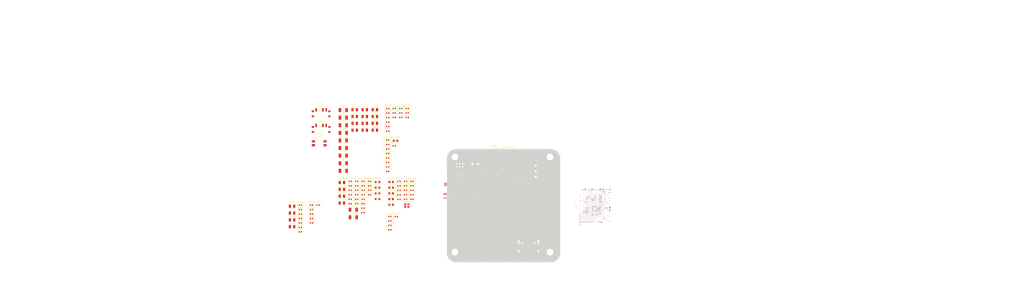
<source format=kicad_pcb>
(kicad_pcb (version 20241229) (generator "pcbnew") (generator_version "9.0")
  (layers (0 "F.Cu" signal) (4 "In1.Cu" power "G.Cu") (6 "In2.Cu" power "P.Cu") (2 "B.Cu" signal) (13 "F.Paste" user) (15 "B.Paste" user) (5 "F.SilkS" user "F.Silkscreen") (7 "B.SilkS" user "B.Silkscreen") (1 "F.Mask" user) (3 "B.Mask" user) (25 "Edge.Cuts" user))
  (net 0 "")
  (net 1 "Net-(C1-Pad2)")
  (net 2 "GND")
  (net 3 "/Power Supply/VIN_5V")
  (net 4 "VCC_3V3_SYS")
  (net 5 "VCC_0V9_CPU")
  (net 6 "BUCK5_2V2")
  (net 7 "FB1")
  (net 8 "/RK3566 SoC/VCCA_1V8_IMG")
  (net 9 "/RK3566 SoC/VCCA_1V8_PMU")
  (net 10 "/RK3566 SoC/VCCA_1V8")
  (net 11 "/RK3566 SoC/VCC_3V3_PMU")
  (net 12 "VCCIO_3V3_IMU")
  (net 13 "/RK3566 SoC/VCCIO_3V3_SD")
  (net 14 "/RK3566 SoC/VDDA_0V9_PMU")
  (net 15 "/RK3566 SoC/VDDA_0V9")
  (net 16 "/RK3566 SoC/VDDA_0V9_IMG")
  (net 17 "VCC_3V3_SD")
  (net 18 "/RK3566 SoC/VCC_3V3")
  (net 19 "VCC_DDR")
  (net 20 "/RK3566 SoC/VDD_LOGIC")
  (net 21 "/RK809-5 PMIC/FB4")
  (net 22 "Net-(U3-VCC_CPVSS)")
  (net 23 "Net-(U3-VCC_SPK_HP)")
  (net 24 "Net-(U3-VCC_CPVDD)")
  (net 25 "Net-(U3-VCC_1P8A)")
  (net 26 "Net-(U3-VCC_1P8D)")
  (net 27 "Net-(U3-VREF)")
  (net 28 "/STM32U575RGT6/VDD_3V3")
  (net 29 "/STM32U575RGT6/NRST")
  (net 30 "Net-(U4-VCAP)")
  (net 31 "Net-(U5F-SARADC_VIN0)")
  (net 32 "/RK3566 SoC/PMUIO 1-2, OSC/XIN")
  (net 33 "/PMIC_RESETB")
  (net 34 "Net-(U5H-USB_AVDD2_3V3)")
  (net 35 "Net-(U5H-USB_AVDD2_1V8)")
  (net 36 "Net-(U5H-USB_AVDD2_0V9)")
  (net 37 "/VBUSDET")
  (net 38 "Net-(U5H-USB_AVDD1_0V9)")
  (net 39 "Net-(U5H-USB_AVDD1_1V8)")
  (net 40 "Net-(U5H-USB_AVDD1_3V3)")
  (net 41 "MIPI_AVDD_1V8")
  (net 42 "Net-(U6-V_{REFCA})")
  (net 43 "Net-(U6-V_{REFDQ})")
  (net 44 "/MT41K256 DDR3L/RESETn")
  (net 45 "/RK809-5 PMIC/XIN")
  (net 46 "/RK809-5 PMIC/XOUT")
  (net 47 "Net-(D2-A2)")
  (net 48 "Net-(D3-A2)")
  (net 49 "Net-(D4-A2)")
  (net 50 "Net-(D5-A2)")
  (net 51 "Net-(D6-A2)")
  (net 52 "Net-(D7-A2)")
  (net 53 "Net-(D8-A2)")
  (net 54 "Net-(D9-A2)")
  (net 55 "Net-(USB1-SHIELD)")
  (net 56 "/RK3566 SoC/MIPI_CP")
  (net 57 "/RK3566 SoC/CAM_SDA")
  (net 58 "/RK3566 SoC/CAM_SCL")
  (net 59 "/RK3566 SoC/CAM_GPIO0")
  (net 60 "/RK3566 SoC/MIPI_CN")
  (net 61 "/RK3566 SoC/CAM_GPIO1")
  (net 63 "/LSM6DSRTR/SDA")
  (net 65 "/LSM6DSRTR/INT2")
  (net 66 "/LSM6DSRTR/SCL")
  (net 67 "/LSM6DSRTR/INT1")
  (net 68 "/STM32U575RGT6/SWO")
  (net 70 "/STM32U575RGT6/USART2_TX")
  (net 71 "/STM32U575RGT6/USART2_RX")
  (net 72 "Net-(U1-SW)")
  (net 73 "Net-(U2-SW)")
  (net 74 "/RK809-5 PMIC/SW1")
  (net 75 "/RK809-5 PMIC/SW3")
  (net 76 "/RK809-5 PMIC/SW2")
  (net 77 "/RK809-5 PMIC/SW5")
  (net 78 "/RK809-5 PMIC/SW4")
  (net 79 "Net-(LED1-A)")
  (net 80 "/STM32U575RGT6/PA0")
  (net 81 "/STM32U575RGT6/BOOT0")
  (net 82 "/STM32U575RGT6/SWDIO")
  (net 83 "/STM32U575RGT6/SWCLK")
  (net 84 "Net-(U1-FB)")
  (net 85 "Net-(U2-FB)")
  (net 86 "Net-(USB1-CC2)")
  (net 87 "Net-(USB1-CC1)")
  (net 88 "/USB_DP")
  (net 89 "/RK809-5 PMIC/FB3")
  (net 90 "Net-(U3-VDC)")
  (net 91 "/PMIC_SCL")
  (net 92 "/PMIC_SDA")
  (net 93 "/PMIC_CLK")
  (net 94 "/PMIC_INT")
  (net 95 "Net-(U4-PH3)")
  (net 96 "Net-(U5C-DDR_RZQ)")
  (net 97 "/RK3566 SoC/PMUIO 1-2, OSC/XOUT")
  (net 98 "Net-(U5D-TVSS)")
  (net 99 "/RK3566 SoC/PMUIO 1-2, OSC/TSADC_SHUT")
  (net 100 "Net-(U5D-GPIO0_A4_u)")
  (net 101 "Net-(U5E-GPIO2_A2_d)")
  (net 102 "/MicroSD Port/CLK")
  (net 103 "/MT41K256 DDR3L/VREF_DDR")
  (net 104 "Net-(U6-ZQ)")
  (net 105 "/MicroSD Port/D2")
  (net 106 "/MicroSD Port/D3")
  (net 107 "/MicroSD Port/CMD")
  (net 108 "/MicroSD Port/D0")
  (net 109 "/MicroSD Port/D1")
  (net 119 "/PMIC_PWRON")
  (net 120 "/PMIC_SLEEP")
  (net 138 "/STM_RX{slash}RK_TX")
  (net 156 "/STM_TX{slash}RK_RX")
  (net 168 "/MT41K256 DDR3L/A3")
  (net 169 "/MT41K256 DDR3L/DQS_N1")
  (net 170 "/MT41K256 DDR3L/CK_P")
  (net 171 "/MT41K256 DDR3L/A12")
  (net 172 "/MT41K256 DDR3L/DQS_P1")
  (net 173 "/MT41K256 DDR3L/DQ1")
  (net 174 "/MT41K256 DDR3L/A8")
  (net 175 "/MT41K256 DDR3L/DQ7")
  (net 176 "/MT41K256 DDR3L/DQ6")
  (net 177 "/MT41K256 DDR3L/DM_A1")
  (net 178 "/MT41K256 DDR3L/DM_A0")
  (net 179 "/MT41K256 DDR3L/WEn")
  (net 180 "/MT41K256 DDR3L/A5")
  (net 181 "unconnected-(U5G-HDMI_TX_HPDIN-Pad1V17)")
  (net 182 "/MT41K256 DDR3L/A14")
  (net 183 "/MT41K256 DDR3L/DQS_P0")
  (net 184 "/MT41K256 DDR3L/DQ5")
  (net 185 "/MT41K256 DDR3L/A0")
  (net 186 "/MT41K256 DDR3L/CASn")
  (net 187 "/MT41K256 DDR3L/A11")
  (net 188 "/MT41K256 DDR3L/CKE")
  (net 189 "/MT41K256 DDR3L/DQ11")
  (net 190 "/MT41K256 DDR3L/DQ8")
  (net 191 "/MT41K256 DDR3L/A10")
  (net 192 "/MT41K256 DDR3L/DQ4")
  (net 193 "/MT41K256 DDR3L/DQ12")
  (net 194 "/MT41K256 DDR3L/BA2")
  (net 195 "/MT41K256 DDR3L/CK_N")
  (net 196 "/MT41K256 DDR3L/DQ0")
  (net 197 "/MT41K256 DDR3L/DQS_N0")
  (net 198 "/MT41K256 DDR3L/DQ14")
  (net 199 "/MT41K256 DDR3L/CSn0")
  (net 200 "/MT41K256 DDR3L/RASn")
  (net 201 "/MT41K256 DDR3L/A2")
  (net 202 "/MT41K256 DDR3L/A6")
  (net 203 "/MT41K256 DDR3L/DQ3")
  (net 204 "/MT41K256 DDR3L/A9")
  (net 205 "/MT41K256 DDR3L/A4")
  (net 206 "/MT41K256 DDR3L/BA0")
  (net 207 "/MT41K256 DDR3L/DQ9")
  (net 208 "/MT41K256 DDR3L/DQ15")
  (net 209 "/MT41K256 DDR3L/ODT0")
  (net 210 "/MT41K256 DDR3L/DQ13")
  (net 211 "/MT41K256 DDR3L/BA1")
  (net 212 "/MT41K256 DDR3L/A13")
  (net 213 "/MT41K256 DDR3L/DQ2")
  (net 214 "/MT41K256 DDR3L/A1")
  (net 215 "/MT41K256 DDR3L/DQ10")
  (net 216 "/MT41K256 DDR3L/A7")
  (net 222 "/USB_DN")
  (net 223 "FB2")
  (net 224 "/RK3566 SoC/VDD_GPU_NPU")
  (net 225 "/RK809-5 PMIC/VBUCK3")
  (net 226 "Net-(R10-Pad1)")
  (net 227 "Net-(R12-Pad2)")
  (net 228 "/RK809-5 PMIC/VCC_RTC")
  (net 229 "Net-(J1-SWCLK)")
  (net 230 "Net-(J1-SWDIO)")
  (net 231 "VBUS_5V")
  (net 232 "/RK3566 SoC/MIPI_D0_N")
  (net 233 "/RK3566 SoC/MIPI_D1_N")
  (net 234 "/RK3566 SoC/MIPI_D0_P")
  (net 235 "/RK3566 SoC/MIPI_D1_P")
  (net 236 "/RK3566 SoC/MIPI_D2_P")
  (net 237 "/RK3566 SoC/MIPI_D2_N")
  (net 238 "/RK3566 SoC/MIPI_D3_P")
  (net 239 "/RK3566 SoC/MIPI_D3_N")
  (net 240 "Net-(C102-Pad1)")
  (net 241 "/MT41K256 DDR3L/V_{REFCA}")
  (net 242 "Net-(R54-Pad1)")
  (footprint "Capacitor_SMD:C_0402_1005Metric" (layer "F.Cu") (at 104 59.11)
    (property "Reference" "C121")
    (property "Value" "100nF")
  )
  (footprint "Capacitor_SMD:C_0402_1005Metric" (layer "F.Cu") (at 106.08 95.2)
    (property "Reference" "C112")
    (property "Value" "100nF")
  )
  (footprint "Connector_PinHeader_1.27mm:PinHeader_2x03_P1.27mm_Vertical" (layer "F.Cu") (at 128.417064 83.539419 -90)
    (property "Reference" "J1")
    (property "Value" "DEBUG")
  )
  (footprint "Capacitor_SMD:C_0402_1005Metric" (layer "F.Cu") (at 78.8 101.11)
    (property "Reference" "C145")
    (property "Value" "100nF")
  )
  (footprint "Diode_SMD:D_SOD-123F" (layer "F.Cu") (at 138.455293 96.779099)
    (property "Reference" "D4")
    (property "Value" "TVS Vr3.3 Vb4")
  )
  (footprint "Capacitor_SMD:C_0603_1608Metric" (layer "F.Cu") (at 149.89543 80.03681 -90)
    (property "Reference" "C21")
    (property "Value" "1uF")
  )
  (footprint "Capacitor_SMD:C_0402_1005Metric" (layer "F.Cu") (at 61.71 103.68)
    (property "Reference" "C86")
    (property "Value" "100nF")
  )
  (footprint "Capacitor_SMD:C_0603_1608Metric" (layer "F.Cu") (at 151.651899 89.991558 135)
    (property "Reference" "C24")
    (property "Value" "1uF")
  )
  (footprint "Capacitor_SMD:C_0402_1005Metric" (layer "F.Cu") (at 95.35 75.02)
    (property "Reference" "C130")
    (property "Value" "100nF")
  )
  (footprint "Capacitor_SMD:C_0402_1005Metric" (layer "F.Cu") (at 87.41 93.23)
    (property "Reference" "C162")
    (property "Value" "100nF")
  )
  (footprint "Diode_SMD:D_SOD-123F" (layer "F.Cu") (at 138.455294 99.025155)
    (property "Reference" "D5")
    (property "Value" "TVS Vr3.3 Vb4")
  )
  (footprint "Capacitor_SMD:C_0402_1005Metric" (layer "F.Cu") (at 149.87555 115.475863)
    (property "Reference" "C7")
    (property "Value" "100nF")
  )
  (footprint "Capacitor_SMD:C_0603_1608Metric" (layer "F.Cu") (at 153.86937 88.002791 135)
    (property "Reference" "C26")
    (property "Value" "1uF")
  )
  (footprint "Resistor_SMD:R_0402_1005Metric" (layer "F.Cu") (at 84.47 103.09)
    (property "Reference" "R54")
    (property "Value" "120R")
  )
  (footprint "Capacitor_SMD:C_0603_1608Metric" (layer "F.Cu") (at 146.92369 80.018731 -90)
    (property "Reference" "C51")
    (property "Value" "1uF")
  )
  (footprint "Resistor_SMD:R_0603_1608Metric" (layer "F.Cu") (at 139.923203 80.121614 90)
    (property "Reference" "R31")
    (property "Value" "220R")
  )
  (footprint "Capacitor_SMD:C_0402_1005Metric" (layer "F.Cu") (at 95.35 82.9)
    (property "Reference" "C134")
    (property "Value" "100nF")
  )
  (footprint "Capacitor_SMD:C_0805_2012Metric" (layer "F.Cu") (at 80.79 65.65)
    (property "Reference" "C70")
    (property "Value" "10uF")
  )
  (footprint "Connector_JST:JST_XH_B2B-XH-A_1x02_P2.50mm_Vertical" (layer "F.Cu") (at 135.25 83.525 180)
    (property "Reference" "JST2")
    (property "Value" "XHP-2")
  )
  (footprint "Capacitor_SMD:C_0805_2012Metric" (layer "F.Cu") (at 80.79 62.64)
    (property "Reference" "C68")
    (property "Value" "4.7uF")
  )
  (footprint "Resistor_SMD:R_0402_1005Metric" (layer "F.Cu") (at 98.24 75.57)
    (property "Reference" "R49")
    (property "Value" "1R")
  )
  (footprint "Capacitor_SMD:C_0603_1608Metric" (layer "F.Cu") (at 152.797996 89.054918 135)
    (property "Reference" "C25")
    (property "Value" "1uF")
  )
  (footprint "Capacitor_SMD:C_0402_1005Metric" (layer "F.Cu") (at 61.71 105.65)
    (property "Reference" "C87")
    (property "Value" "100nF")
  )
  (footprint "Capacitor_SMD:C_0402_1005Metric" (layer "F.Cu") (at 56.8 109.61)
    (property "Reference" "C95")
    (property "Value" "100nF")
  )
  (footprint "Capacitor_SMD:C_0402_1005Metric" (layer "F.Cu") (at 95.35 84.87)
    (property "Reference" "C135")
    (property "Value" "100nF")
  )
  (footprint "Capacitor_SMD:C_0402_1005Metric" (layer "F.Cu") (at 98.26 61.08)
    (property "Reference" "C116")
    (property "Value" "100nF")
  )
  (footprint "Capacitor_SMD:C_1206_3216Metric" (layer "F.Cu") (at 75.74 73.2)
    (property "Reference" "C71")
    (property "Value" "22uF")
  )
  (footprint "Resistor_SMD:R_0402_1005Metric" (layer "F.Cu") (at 155.971219 82.174425 180)
    (property "Reference" "R9")
    (property "Value" "22k")
  )
  (footprint "Capacitor_SMD:C_1206_3216Metric" (layer "F.Cu") (at 75.74 63.15)
    (property "Reference" "C65")
    (property "Value" "22uF")
  )
  (footprint "Capacitor_SMD:C_0805_2012Metric" (layer "F.Cu") (at 85.24 68.66)
    (property "Reference" "C77")
    (property "Value" "10uF")
  )
  (footprint "Capacitor_SMD:C_0402_1005Metric" (layer "F.Cu") (at 101.13 59.11)
    (property "Reference" "C118")
    (property "Value" "100nF")
  )
  (footprint "Capacitor_SMD:C_0805_2012Metric" (layer "F.Cu") (at 75.14 91.78)
    (property "Reference" "C138")
    (property "Value" "4.7uF")
  )
  (footprint "Resistor_SMD:R_0402_1005Metric" (layer "F.Cu") (at 151.241854 92.003995 -90)
    (property "Reference" "R21")
    (property "Value" "100R")
  )
  (footprint "srad-camera-footprints:4-40_MountingHole" (layer "F.Cu") (at 167 80.5)
    (property "Reference" "H2")
    (property "Value" "MntHole")
  )
  (footprint "Resistor_SMD:R_0402_1005Metric" (layer "F.Cu") (at 95.37 61.11)
    (property "Reference" "R43")
    (property "Value" "1R")
  )
  (footprint "Capacitor_SMD:C_0402_1005Metric" (layer "F.Cu") (at 81.67 101.11)
    (property "Reference" "C154")
    (property "Value" "100nF")
  )
  (footprint "Resistor_SMD:R_0402_1005Metric" (layer "F.Cu") (at 141.5877 96.749991 180)
    (property "Reference" "R61")
    (property "Value" "22R")
  )
  (footprint "Capacitor_SMD:C_1206_3216Metric" (layer "F.Cu") (at 75.74 76.55)
    (property "Reference" "C76")
    (property "Value" "22uF")
  )
  (footprint "Capacitor_SMD:C_0805_2012Metric" (layer "F.Cu") (at 53.14 108.25)
    (property "Reference" "C98")
    (property "Value" "4.7uF")
  )
  (footprint "Resistor_SMD:R_0402_1005Metric" (layer "F.Cu") (at 84.47 105.08)
    (property "Reference" "R55")
    (property "Value" "120R")
  )
  (footprint "Capacitor_SMD:C_1206_3216Metric" (layer "F.Cu") (at 80.19 103.77)
    (property "Reference" "C137")
    (property "Value" "22uF")
  )
  (footprint "Capacitor_SMD:C_0805_2012Metric" (layer "F.Cu") (at 53.14 105.24)
    (property "Reference" "C94")
    (property "Value" "4.7uF")
  )
  (footprint "Resistor_SMD:R_0402_1005Metric" (layer "F.Cu") (at 141.4634 91.206142 -135)
    (property "Reference" "R27")
    (property "Value" "4.7k")
  )
  (footprint "Capacitor_SMD:C_0805_2012Metric" (layer "F.Cu") (at 89.69 62.64)
    (property "Reference" "C80")
    (property "Value" "4.7uF")
  )
  (footprint "Capacitor_SMD:C_1206_3216Metric" (layer "F.Cu") (at 75.74 69.85)
    (property "Reference" "C69")
    (property "Value" "22uF")
  )
  (footprint "Capacitor_SMD:C_0402_1005Metric" (layer "F.Cu") (at 103.21 95.2)
    (property "Reference" "C103")
    (property "Value" "100nF")
  )
  (footprint "Capacitor_SMD:C_0402_1005Metric" (layer "F.Cu") (at 56.8 107.64)
    (property "Reference" "C92")
    (property "Value" "100nF")
  )
  (footprint "Resistor_SMD:R_0402_1005Metric" (layer "F.Cu") (at 158.000466 109.200003 90)
    (property "Reference" "R17")
    (property "Value" "22R")
  )
  (footprint "Capacitor_SMD:C_0402_1005Metric" (layer "F.Cu") (at 78.8 93.23)
    (property "Reference" "C141")
    (property "Value" "100nF")
  )
  (footprint "Capacitor_SMD:C_0402_1005Metric" (layer "F.Cu") (at 106.08 91.26)
    (property "Reference" "C108")
    (property "Value" "100nF")
  )
  (footprint "Resistor_SMD:R_0402_1005Metric" (layer "F.Cu") (at 141.5877 105.734214 180)
    (property "Reference" "R58")
    (property "Value" "22R")
  )
  (footprint "Capacitor_SMD:C_0402_1005Metric" (layer "F.Cu") (at 81.67 91.26)
    (property "Reference" "C146")
    (property "Value" "100nF")
  )
  (footprint "Resistor_SMD:R_0402_1005Metric" (layer "F.Cu") (at 130.039061 84.174418 90)
    (property "Reference" "R1")
    (property "Value" "10k")
  )
  (footprint "Capacitor_SMD:C_0402_1005Metric" (layer "F.Cu") (at 81.67 97.17)
    (property "Reference" "C152")
    (property "Value" "100nF")
  )
  (footprint "Resistor_SMD:R_0201_0603Metric" (layer "F.Cu") (at 151.699999 119.28 90)
    (property "Reference" "FB3")
    (property "Value" "120R")
  )
  (footprint "Package_QFP:LQFP-64_10x10mm_P0.5mm" (layer "F.Cu") (at 128.943111 95.848009 180)
    (property "Reference" "U4")
    (property "Value" "STM32U575RGT6")
  )
  (footprint "Package_TO_SOT_SMD:SOT-563" (layer "F.Cu") (at 158.144034 79.115169 180)
    (property "Reference" "U1")
    (property "Value" "AP61300Z6")
  )
  (footprint "Capacitor_SMD:C_0805_2012Metric" (layer "F.Cu") (at 85.24 59.63)
    (property "Reference" "C73")
    (property "Value" "4.7uF")
  )
  (footprint "Resistor_SMD:R_0402_1005Metric" (layer "F.Cu") (at 151.699999 120.960001 -90)
    (property "Reference" "R18")
    (property "Value" "1M")
  )
  (footprint "Capacitor_SMD:C_0402_1005Metric" (layer "F.Cu") (at 127.390954 87.816344 -90)
    (property "Reference" "C63")
    (property "Value" "100nF")
  )
  (footprint "Capacitor_SMD:C_0402_1005Metric" (layer "F.Cu") (at 87.41 91.26)
    (property "Reference" "C161")
    (property "Value" "100nF")
  )
  (footprint "Capacitor_SMD:C_0603_1608Metric" (layer "F.Cu") (at 145.438137 80.00947 -90)
    (property "Reference" "C50")
    (property "Value" "1uF")
  )
  (footprint "Capacitor_SMD:C_0402_1005Metric" (layer "F.Cu") (at 56.8 113.55)
    (property "Reference" "C97")
    (property "Value" "100nF")
  )
  (footprint "Resistor_SMD:R_0402_1005Metric" (layer "F.Cu") (at 100.32 95.25)
    (property "Reference" "R39")
    (property "Value" "1M")
  )
  (footprint "Capacitor_SMD:C_0402_1005Metric" (layer "F.Cu") (at 78.8 95.2)
    (property "Reference" "C142")
    (property "Value" "100nF")
  )
  (footprint "Capacitor_SMD:C_0402_1005Metric" (layer "F.Cu") (at 104 61.08)
    (property "Reference" "C122")
    (property "Value" "100nF")
  )
  (footprint "Capacitor_SMD:C_0402_1005Metric" (layer "F.Cu") (at 78.8 91.26)
    (property "Reference" "C140")
    (property "Value" "100nF")
  )
  (footprint "Capacitor_SMD:C_0402_1005Metric" (layer "F.Cu") (at 143.805538 80.592092)
    (property "Reference" "C47")
    (property "Value" "22pf")
  )
  (footprint "Capacitor_SMD:C_0805_2012Metric" (layer "F.Cu") (at 75.14 100.81)
    (property "Reference" "C151")
    (property "Value" "4.7uF")
  )
  (footprint "Capacitor_SMD:C_0603_1608Metric" (layer "F.Cu") (at 144.54427 92.597079 90)
    (property "Reference" "C18")
    (property "Value" "1uF")
  )
  (footprint "Capacitor_SMD:C_0603_1608Metric" (layer "F.Cu") (at 138.3656 83.025861)
    (property "Reference" "C28")
    (property "Value" "1uF")
  )
  (footprint "Capacitor_SMD:C_0805_2012Metric" (layer "F.Cu") (at 89.69 59.63)
    (property "Reference" "C79")
    (property "Value" "4.7uF")
  )
  (footprint "Inductor_SMD:L_0805_2012Metric" (layer "F.Cu") (at 147.145239 93.044672 -90)
    (property "Reference" "L5")
    (property "Value" "470nH / 4A")
  )
  (footprint "Crystal:Crystal_SMD_3215-2Pin_3.2x1.5mm" (layer "F.Cu") (at 142.700204 78.949343)
    (property "Reference" "HSE1")
    (property "Value" "32.768kHz")
  )
  (footprint "Connector_USB:USB_C_Receptacle_G-Switch_GT-USB-7010ASV" (layer "F.Cu") (at 157.499999 121.035)
    (property "Reference" "USB1")
    (property "Value" "12402012E212A")
  )
  (footprint "Capacitor_SMD:C_0402_1005Metric" (layer "F.Cu") (at 96.29 106.76)
    (property "Reference" "C124")
    (property "Value" "100nF")
  )
  (footprint "Resistor_SMD:R_0201_0603Metric" (layer "F.Cu") (at 151.768453 116.954088 -90)
    (property "Reference" "FB2")
    (property "Value" "120R")
  )
  (footprint "Diode_SMD:D_SOD-123F" (layer "F.Cu") (at 138.455294 105.763322)
    (property "Reference" "D7")
    (property "Value" "TVS Vr3.3 Vb4")
  )
  (footprint "Button_Switch_SMD:SW_SPDT_PCM12" (layer "F.Cu") (at 65.99 61.1)
    (property "Reference" "SW1")
    (property "Value" "POWER")
  )
  (footprint "Resistor_SMD:R_0603_1608Metric" (layer "F.Cu") (at 90.85 91.53)
    (property "Reference" "R50")
    (property "Value" "10k")
  )
  (footprint "Capacitor_SMD:C_0805_2012Metric" (layer "F.Cu") (at 80.79 59.63)
    (property "Reference" "C67")
    (property "Value" "4.7uF")
  )
  (footprint "Capacitor_SMD:C_0805_2012Metric" (layer "F.Cu") (at 89.69 65.65)
    (property "Reference" "C82")
    (property "Value" "10uF")
  )
  (footprint "Capacitor_SMD:C_0805_2012Metric" (layer "F.Cu") (at 85.24 65.65)
    (property "Reference" "C75")
    (property "Value" "4.7uF")
  )
  (footprint "Capacitor_SMD:C_0402_1005Metric" (layer "F.Cu") (at 81.67 95.2)
    (property "Reference" "C148")
    (property "Value" "100nF")
  )
  (footprint "Resistor_SMD:R_0603_1608Metric" (layer "F.Cu") (at 90.85 99.06)
    (property "Reference" "R53")
    (property "Value" "220R")
  )
  (footprint "Capacitor_SMD:C_0805_2012Metric" (layer "F.Cu") (at 75.14 94.79)
    (property "Reference" "C139")
    (property "Value" "4.7uF")
  )
  (footprint "Inductor_SMD:L_0805_2012Metric" (layer "F.Cu") (at 139.965667 87.723565 180)
    (property "Reference" "L7")
    (property "Value" "470nH / 4A")
  )
  (footprint "Capacitor_SMD:C_0402_1005Metric" (layer "F.Cu") (at 95.35 78.96)
    (property "Reference" "C132")
    (property "Value" "100nF")
  )
  (footprint "Capacitor_SMD:C_0603_1608Metric" (layer "F.Cu") (at 151.369861 80.036625 -90)
    (property "Reference" "C22")
    (property "Value" "1uF")
  )
  (footprint "Diode_SMD:D_SOD-123F" (layer "F.Cu") (at 154.345623 113.999692)
    (property "Reference" "D3")
    (property "Value" "TVS Vr3.3 Vb4")
  )
  (footprint "Capacitor_SMD:C_1206_3216Metric" (layer "F.Cu") (at 75.74 66.5)
    (property "Reference" "C66")
    (property "Value" "22uF")
  )
  (footprint "Capacitor_SMD:C_0603_1608Metric" (layer "F.Cu") (at 96.86 91.53)
    (property "Reference" "C101")
    (property "Value" "1uF")
  )
  (footprint "Capacitor_SMD:C_0402_1005Metric" (layer "F.Cu") (at 61.71 107.62)
    (property "Reference" "C88")
    (property "Value" "100nF")
  )
  (footprint "Capacitor_SMD:C_0402_1005Metric" (layer "F.Cu") (at 151.231854 93.860184 90)
    (property "Reference" "C17")
    (property "Value" "100nF")
  )
  (footprint "Resistor_SMD:R_0402_1005Metric" (layer "F.Cu") (at 99.18 106.77)
    (property "Reference" "R48")
    (property "Value" "22R")
  )
  (footprint "Resistor_SMD:R_0402_1005Metric" (layer "F.Cu") (at 138.869977 86.406128 180)
    (property "Reference" "R25")
    (property "Value" "10k")
  )
  (footprint "Resistor_SMD:R_0402_1005Metric" (layer "F.Cu") (at 56.82 101.72)
    (property "Reference" "R36")
    (property "Value" "120R")
  )
  (footprint "Capacitor_SMD:C_0603_1608Metric" (layer "F.Cu") (at 98.79 73.32)
    (property "Reference" "C128")
    (property "Value" "1uF")
  )
  (footprint "Capacitor_SMD:C_0402_1005Metric" (layer "F.Cu") (at 81.67 93.23)
    (property "Reference" "C147")
    (property "Value" "100nF")
  )
  (footprint "Capacitor_SMD:C_0805_2012Metric" (layer "F.Cu") (at 53.14 102.23)
    (property "Reference" "C93")
    (property "Value" "4.7uF")
  )
  (footprint "Diode_SMD:D_SOD-123F" (layer "F.Cu") (at 138.455294 110.255435)
    (property "Reference" "D9")
    (property "Value" "TVS Vr3.3 Vb4")
  )
  (footprint "Capacitor_SMD:C_0603_1608Metric" (layer "F.Cu") (at 96.86 101.57)
    (property "Reference" "C111")
    (property "Value" "1uF")
  )
  (footprint "Diode_SMD:D_SOD-123F" (layer "F.Cu") (at 138.455293 103.517266)
    (property "Reference" "D10")
    (property "Value" "TVS Vr3.3 Vb4")
  )
  (footprint "Capacitor_SMD:C_0402_1005Metric" (layer "F.Cu") (at 101.13 63.05)
    (property "Reference" "C120")
    (property "Value" "100nF")
  )
  (footprint "Capacitor_SMD:C_0402_1005Metric" (layer "F.Cu") (at 126.850797 89.158844 180)
    (property "Reference" "C62")
    (property "Value" "100nF")
  )
  (footprint "srad-camera-footprints:BGA-565_L15.5-W14.4-P0.40_RK3566_1" (layer "F.Cu") (at 186.788441 101.999714 90)
    (property "Reference" "U5")
    (property "Value" "RK3566")
  )
  (footprint "Resistor_SMD:R_0402_1005Metric" (layer "F.Cu") (at 161.89 115.701155)
    (property "Reference" "R15")
    (property "Value" "5.1k")
  )
  (footprint "Resistor_SMD:R_0603_1608Metric" (layer "F.Cu") (at 154.360051 83.228489 -90)
    (property "Reference" "R23")
    (property "Value" "82k")
  )
  (footprint "Capacitor_SMD:C_0402_1005Metric" (layer "F.Cu") (at 56.8 105.67)
    (property "Reference" "C91")
    (property "Value" "100nF")
  )
  (footprint "Capacitor_SMD:C_0402_1005Metric" (layer "F.Cu") (at 106.08 99.14)
    (property "Reference" "C114")
    (property "Value" "100nF")
  )
  (footprint "Resistor_SMD:R_0402_1005Metric" (layer "F.Cu") (at 95.37 59.12)
    (property "Reference" "R42")
    (property "Value" "0R")
  )
  (footprint "Capacitor_SMD:C_0402_1005Metric" (layer "F.Cu") (at 61.71 101.71)
    (property "Reference" "C85")
    (property "Value" "100nF")
  )
  (footprint "Capacitor_SMD:C_0402_1005Metric" (layer "F.Cu") (at 106.08 93.23)
    (property "Reference" "C110")
    (property "Value" "100nF")
  )
  (footprint "LED_SMD:LED_0805_2012Metric" (layer "F.Cu") (at 138.146438 80.106266 90)
    (property "Reference" "LED1")
    (property "Value" "150141GS63140")
  )
  (footprint "Resistor_SMD:R_0402_1005Metric" (layer "F.Cu") (at 141.5877 110.226326 180)
    (property "Reference" "R56")
    (property "Value" "22R")
  )
  (footprint "Capacitor_SMD:C_0402_1005Metric" (layer "F.Cu") (at 106.08 97.17)
    (property "Reference" "C113")
    (property "Value" "100nF")
  )
  (footprint "Capacitor_SMD:C_0402_1005Metric" (layer "F.Cu") (at 81.67 99.14)
    (property "Reference" "C153")
    (property "Value" "100nF")
  )
  (footprint "Capacitor_SMD:C_0402_1005Metric" (layer "F.Cu") (at 87.41 95.2)
    (property "Reference" "C163")
    (property "Value" "100nF")
  )
  (footprint "Capacitor_SMD:C_1206_3216Metric" (layer "F.Cu") (at 80.19 107.12)
    (property "Reference" "C149")
    (property "Value" "22uF")
  )
  (footprint "Capacitor_SMD:C_0402_1005Metric" (layer "F.Cu") (at 131.402143 104.410674 -90)
    (property "Reference" "C165")
    (property "Value" "100nF")
  )
  (footprint "Capacitor_SMD:C_0603_1608Metric" (layer "F.Cu") (at 138.363418 84.492759)
    (property "Reference" "C27")
    (property "Value" "1uF")
  )
  (footprint "srad-camera-footprints:4-40_MountingHole" (layer "F.Cu") (at 125 122.5)
    (property "Reference" "H3")
    (property "Value" "MntHole")
  )
  (footprint "Capacitor_SMD:C_0805_2012Metric" (layer "F.Cu") (at 75.14 97.8)
    (property "Reference" "C150")
    (property "Value" "4.7uF")
  )
  (footprint "Capacitor_SMD:C_0402_1005Metric" (layer "F.Cu") (at 103.21 97.17)
    (property "Reference" "C104")
    (property "Value" "22pF")
  )
  (footprint "Capacitor_SMD:C_0402_1005Metric" (layer "F.Cu") (at 98.26 59.11)
    (property "Reference" "C115")
    (property "Value" "100nF")
  )
  (footprint "Package_BGA:Micron_FBGA-96_8x14mm_Layout9x16_P0.8mm" (layer "F.Cu") (at 137.8 115.1 -90)
    (property "Reference" "U6")
    (property "Value" "MT41K256M16TW-107:P")
  )
  (footprint "Resistor_SMD:R_0402_1005Metric" (layer "F.Cu") (at 157.369556 81.011644 -90)
    (property "Reference" "R8")
    (property "Value" "200k")
  )
  (footprint "Resistor_SMD:R_0402_1005Metric" (layer "F.Cu") (at 157.010367 109.200003 -90)
    (property "Reference" "R16")
    (property "Value" "22R")
  )
  (footprint "Resistor_SMD:R_0402_1005Metric" (layer "F.Cu") (at 142.123764 91.876219 -135)
    (property "Reference" "R26")
    (property "Value" "4.7k")
  )
  (footprint "Resistor_SMD:R_0402_1005Metric" (layer "F.Cu") (at 64.6 101.72)
    (property "Reference" "R35")
    (property "Value" "10k")
  )
  (footprint "Resistor_SMD:R_0402_1005Metric" (layer "F.Cu") (at 123.793674 84.809419)
    (property "Reference" "R5")
    (property "Value" "22R")
  )
  (footprint "Resistor_SMD:R_0402_1005Metric" (layer "F.Cu") (at 95.37 67.08)
    (property "Reference" "R46")
    (property "Value" "1R")
  )
  (footprint "Button_Switch_SMD:SW_SPDT_PCM12" (layer "F.Cu") (at 65.99 68)
    (property "Reference" "SW3")
    (property "Value" "BOOT0")
  )
  (footprint "Resistor_SMD:R_0402_1005Metric" (layer "F.Cu") (at 95.37 63.1)
    (property "Reference" "R44")
    (property "Value" "1R")
  )
  (footprint "Capacitor_SMD:C_0805_2012Metric" (layer "F.Cu") (at 149.679221 117.234088)
    (property "Reference" "C6")
    (property "Value" "10uF")
  )
  (footprint "Capacitor_SMD:C_0603_1608Metric" (layer "F.Cu") (at 96.86 99.06)
    (property "Reference" "C109")
    (property "Value" "1uF")
  )
  (footprint "Capacitor_SMD:C_1206_3216Metric" (layer "F.Cu") (at 75.74 86.6)
    (property "Reference" "C83")
    (property "Value" "22uF")
  )
  (footprint "Package_DFN_QFN:ArtInChip_QFN-68-1EP_7x7mm_P0.35mm_EP5.49x5.49mm" (layer "F.Cu") (at 146.4322 85.632698 90)
    (property "Reference" "U3")
    (property "Value" "RK809-5")
  )
  (footprint "Capacitor_SMD:C_0402_1005Metric" (layer "F.Cu") (at 103.21 91.26)
    (property "Reference" "C100")
    (property "Value" "100nF")
  )
  (footprint "srad-camera-footprints:4-40_MountingHole" (layer "F.Cu") (at 125 80.5)
    (property "Reference" "H1")
    (property "Value" "MntHole")
  )
  (footprint "Capacitor_SMD:C_0402_1005Metric" (layer "F.Cu") (at 103.21 99.14)
    (property "Reference" "C106")
    (property "Value" "100nF")
  )
  (footprint "Inductor_SMD:L_0603_1608Metric" (layer "F.Cu") (at 156.00117 91.661961 -90)
    (property "Reference" "L2")
    (property "Value" "680nH")
  )
  (footprint "Connector_JST:JST_XH_B3B-XH-A_1x03_P2.50mm_Vertical" (layer "F.Cu") (at 160.692907 84.268374 -90)
    (property "Reference" "JST1")
    (property "Value" "XHP-3")
  )
  (footprint "Capacitor_SMD:C_0402_1005Metric" (layer "F.Cu") (at 141.62367 80.577878 180)
    (property "Reference" "C48")
    (property "Value" "22pf")
  )
  (footprint "Inductor_SMD:L_0805_2012Metric" (layer "F.Cu") (at 156.056534 79.877669 -90)
    (property "Reference" "L1")
    (property "Value" "1uH")
  )
  (footprint "Inductor_SMD:L_0805_2012Metric" (layer "F.Cu") (at 153.869598 85.567225)
    (property "Reference" "L4")
    (property "Value" "470nH / 4A")
  )
  (footprint "Crystal:Crystal_SMD_2016-4Pin_2.0x1.6mm" (layer "F.Cu") (at 103.8 101.95)
    (property "Reference" "HSE2")
    (property "Value" "24MHz")
  )
  (footprint "Resistor_SMD:R_0402_1005Metric" (layer "F.Cu") (at 141.064574 89.05435 180)
    (property "Reference" "R29")
    (property "Value" "10k")
  )
  (footprint "Resistor_SMD:R_0402_1005Metric" (layer "F.Cu") (at 145.831979 93.132308 -90)
    (property "Reference" "R24")
    (property "Value" "100R")
  )
  (footprint "Capacitor_SMD:C_0402_1005Metric" (layer "F.Cu") (at 145.839623 94.98113 90)
    (property "Reference" "C35")
    (property "Value" "100nF")
  )
  (footprint "Capacitor_SMD:C_0402_1005Metric" (layer "F.Cu") (at 104 63.05)
    (property "Reference" "C123")
    (property "Value" "100nF")
  )
  (footprint "Capacitor_SMD:C_0402_1005Metric" (layer "F.Cu") (at 101.13 61.08)
    (property "Reference" "C119")
    (property "Value" "100nF")
  )
  (footprint "Capacitor_SMD:C_0402_1005Metric" (layer "F.Cu") (at 78.8 99.14)
    (property "Reference" "C144")
    (property "Value" "100nF")
  )
  (footprint "Capacitor_SMD:C_0805_2012Metric" (layer "F.Cu") (at 133.026476 105.204102 90)
    (property "Reference" "C167")
    (property "Value" "10uF")
  )
  (footprint "Resistor_SMD:R_0402_1005Metric" (layer "F.Cu") (at 141.587699 107.98027 180)
    (property "Reference" "R57")
    (property "Value" "22R")
  )
  (footprint "Resistor_SMD:R_0402_1005Metric" (layer "F.Cu") (at 141.5877 101.242102 180)
    (property "Reference" "R59")
    (property "Value" "22R")
  )
  (footprint "Capacitor_SMD:C_0402_1005Metric" (layer "F.Cu") (at 96.29 108.73)
    (property "Reference" "C125")
    (property "Value" "100nF")
  )
  (footprint "Capacitor_SMD:C_0402_1005Metric" (layer "F.Cu") (at 98.26 63.05)
    (property "Reference" "C117")
    (property "Value" "100nF")
  )
  (footprint "Resistor_SMD:R_0402_1005Metric" (layer "F.Cu") (at 153.136993 115.701155 180)
    (property "Reference" "R14")
    (property "Value" "5.1k")
  )
  (footprint "Capacitor_SMD:C_0603_1608Metric" (layer "F.Cu") (at 96.86 96.55)
    (property "Reference" "C107")
    (property "Value" "1uF")
  )
  (footprint "Capacitor_SMD:C_1206_3216Metric" (layer "F.Cu") (at 75.74 83.25)
    (property "Reference" "C81")
    (property "Value" "22uF")
  )
  (footprint "Capacitor_SMD:C_0402_1005Metric" (layer "F.Cu") (at 95.35 73.05)
    (property "Reference" "C129")
    (property "Value" "100nF")
  )
  (footprint "Inductor_SMD:L_0805_2012Metric" (layer "F.Cu") (at 149.870224 92.163156 -90)
    (property "Reference" "L3")
    (property "Value" "470nH / 4A")
  )
  (footprint "Capacitor_SMD:C_1206_3216Metric" (layer "F.Cu") (at 75.74 59.8)
    (property "Reference" "C64")
    (property "Value" "22uF")
  )
  (footprint "Capacitor_SMD:C_0805_2012Metric" (layer "F.Cu") (at 53.14 111.26)
    (property "Reference" "C99")
    (property "Value" "4.7uF")
  )
  (footprint "Capacitor_SMD:C_0603_1608Metric" (layer "F.Cu") (at 153.61197 80.979636 180)
    (property "Reference" "C23")
    (property "Value" "1uF")
  )
  (footprint "Resistor_SMD:R_0402_1005Metric" (layer "F.Cu") (at 95.37 69.07)
    (property "Reference" "R47")
    (property "Value" "0R")
  )
  (footprint "Capacitor_SMD:C_0402_1005Metric" (layer "F.Cu") (at 95.35 86.84)
    (property "Reference" "C136")
    (property "Value" "100nF")
  )
  (footprint "Resistor_SMD:R_0402_1005Metric" (layer "F.Cu") (at 160.721309 112.368542 180)
    (property "Reference" "R20")
    (property "Value" "10k")
  )
  (footprint "Capacitor_SMD:C_0805_2012Metric" (layer "F.Cu") (at 85.24 62.64)
    (property "Reference" "C74")
    (property "Value" "4.7uF")
  )
  (footprint "Diode_SMD:D_SOD-123F" (layer "F.Cu") (at 138.455293 108.009378)
    (property "Reference" "D8")
    (property "Value" "TVS Vr3.3 Vb4")
  )
  (footprint "Inductor_SMD:L_0805_2012Metric" (layer "F.Cu") (at 140.692847 84.648164 -90)
    (property "Reference" "L6")
    (property "Value" "470nH / 4A")
  )
  (footprint "Resistor_SMD:R_0402_1005Metric" (layer "F.Cu") (at 154.80117 92.184461 90)
    (property "Reference" "R13")
    (property "Value" "200k")
  )
  (footprint "Capacitor_SMD:C_0805_2012Metric" (layer "F.Cu") (at 80.79 68.66)
    (property "Reference" "C72")
    (property "Value" "4.7uF")
  )
  (footprint "Resistor_SMD:R_0603_1608Metric" (layer "F.Cu") (at 90.85 94.04)
    (property "Reference" "R51")
    (property "Value" "10k")
  )
  (footprint "Capacitor_SMD:C_0402_1005Metric" (layer "F.Cu") (at 87.41 97.17)
    (property "Reference" "C164")
    (property "Value" "1nF")
  )
  (footprint "Capacitor_SMD:C_0402_1005Metric" (layer "F.Cu") (at 78.8 97.17)
    (property "Reference" "C143")
    (property "Value" "100nF")
  )
  (footprint "Capacitor_SMD:C_0805_2012Metric" (layer "F.Cu") (at 89.69 68.66)
    (property "Reference" "C84")
    (property "Value" "4.7uF")
  )
  (footprint "Resistor_SMD:R_0402_1005Metric" (layer "F.Cu") (at 154.740147 80.706574 90)
    (property "Reference" "R10")
    (property "Value" "22k")
  )
  (footprint "Capacitor_SMD:C_0402_1005Metric" (layer "F.Cu") (at 96.29 110.7)
    (property "Reference" "C126")
    (property "Value" "100nF")
  )
  (footprint "Capacitor_SMD:C_0402_1005Metric" (layer "F.Cu") (at 95.35 76.99)
    (property "Reference" "C131")
    (property "Value" "100nF")
  )
  (footprint "Diode_SMD:D_SOD-123F" (layer "F.Cu") (at 138.455294 101.27121)
    (property "Reference" "D6")
    (property "Value" "TVS Vr3.3 Vb4")
  )
  (footprint "Capacitor_SMD:C_0402_1005Metric" (layer "F.Cu") (at 61.71 109.59)
    (property "Reference" "C89")
    (property "Value" "1nF")
  )
  (footprint "Capacitor_SMD:C_0603_1608Metric" (layer "F.Cu") (at 143.092595 94.134207 90)
    (property "Reference" "C19")
    (property "Value" "1uF")
  )
  (footprint "Capacitor_SMD:C_0402_1005Metric" (layer "F.Cu") (at 84.54 95.2)
    (property "Reference" "C157")
    (property "Value" "100nF")
  )
  (footprint "Capacitor_SMD:C_0603_1608Metric" (layer "F.Cu") (at 96.86 94.04)
    (property "Reference" "C105")
    (property "Value" "1uF")
  )
  (footprint "Capacitor_SMD:C_0402_1005Metric" (layer "F.Cu") (at 84.54 101.11)
    (property "Reference" "C160")
    (property "Value" "100nF")
  )
  (footprint "srad-camera-footprints:4-40_MountingHole" (layer "F.Cu") (at 167 122.5)
    (property "Reference" "H4")
    (property "Value" "MntHole")
  )
  (footprint "Resistor_SMD:R_0402_1005Metric" (layer "F.Cu") (at 100.32 97.24)
    (property "Reference" "R40")
    (property "Value" "0R")
  )
  (footprint "Resistor_SMD:R_0402_1005Metric" (layer "F.Cu") (at 100.32 99.23)
    (property "Reference" "R41")
    (property "Value" "100R")
  )
  (footprint "Capacitor_SMD:C_0402_1005Metric" (layer "F.Cu") (at 84.54 99.14)
    (property "Reference" "C159")
    (property "Value" "100nF")
  )
  (footprint "Resistor_SMD:R_0402_1005Metric" (layer "F.Cu") (at 136.213111 93.418009 90)
    (property "Reference" "R2")
    (property "Value" "10k")
  )
  (footprint "Button_Switch_SMD:SW_SPST_EVQP2_MiddlePushTravel_H2.5mm" (layer "F.Cu") (at 65.14 74.45)
    (property "Reference" "SW2")
    (property "Value" "USER")
  )
  (footprint "Resistor_SMD:R_0402_1005Metric" (layer "F.Cu") (at 155.799368 93.649442 180)
    (property "Reference" "R12")
    (property "Value" "200k")
  )
  (footprint "Resistor_SMD:R_0402_1005Metric" (layer "F.Cu") (at 141.5877 98.996047 180)
    (property "Reference" "R60")
    (property "Value" "22R")
  )
  (footprint "Capacitor_SMD:C_0402_1005Metric" (layer "F.Cu") (at 84.54 93.23)
    (property "Reference" "C156")
    (property "Value" "100nF")
  )
  (footprint "Resistor_SMD:R_0402_1005Metric" (layer "F.Cu") (at 131.613111 103.518009 -90)
    (property "Reference" "R3")
    (property "Value" "10k")
  )
  (footprint "Capacitor_SMD:C_0402_1005Metric" (layer "F.Cu") (at 95.35 80.93)
    (property "Reference" "C133")
    (property "Value" "100nF")
  )
  (footprint "Resistor_SMD:R_0603_1608Metric" (layer "F.Cu") (at 152.860051 83.228489 -90)
    (property "Reference" "R22")
    (property "Value" "120k")
  )
  (footprint "Capacitor_SMD:C_0402_1005Metric" (layer "F.Cu") (at 84.54 97.17)
    (property "Reference" "C158")
    (property "Value" "100nF")
  )
  (footprint "Capacitor_SMD:C_0402_1005Metric" (layer "F.Cu") (at 96.29 112.67)
    (property "Reference" "C127")
    (property "Value" "100nF")
  )
  (footprint "Capacitor_SMD:C_0402_1005Metric" (layer "F.Cu") (at 56.8 103.7)
    (property "Reference" "C90")
    (property "Value" "100nF")
  )
  (footprint "Capacitor_SMD:C_0402_1005Metric" (layer "F.Cu") (at 56.8 111.58)
    (property "Reference" "C96")
    (property "Value" "100nF")
  )
  (footprint "Capacitor_SMD:C_1206_3216Metric" (layer "F.Cu") (at 75.74 79.9)
    (property "Reference" "C78")
    (property "Value" "22uF")
  )
  (footprint "Resistor_SMD:R_0402_1005Metric" (layer "F.Cu") (at 95.37 65.09)
    (property "Reference" "R45")
    (property "Value" "1R")
  )
  (footprint "Capacitor_SMD:C_0402_1005Metric" (layer "F.Cu") (at 84.54 91.26)
    (property "Reference" "C155")
    (property "Value" "100nF")
  )
  (footprint "Resistor_SMD:R_0402_1005Metric" (layer "F.Cu") (at 160.721309 111.378542 180)
    (property "Reference" "R19")
    (property "Value" "10k")
  )
  (footprint "Resistor_SMD:R_0402_1005Metric" (layer "F.Cu") (at 100.32 93.26)
    (property "Reference" "R38")
    (property "Value" "0R")
  )
  (footprint "Resistor_SMD:R_0402_1005Metric" (layer "F.Cu") (at 126.009567 86.832392 180)
    (property "Reference" "R34")
    (property "Value" "4.7k")
  )
  (footprint "Resistor_SMD:R_0402_1005Metric" (layer "F.Cu") (at 123.793674 83.539417)
    (property "Reference" "R4")
    (property "Value" "22R")
  )
  (footprint "Capacitor_SMD:C_0603_1608Metric" (layer "F.Cu") (at 132.826476 101.879103 90)
    (property "Reference" "C166")
    (property "Value" "1uF")
  )
  (footprint "Resistor_SMD:R_0603_1608Metric" (layer "F.Cu") (at 90.85 96.55)
    (property "Reference" "R52")
    (property "Value" "220R")
  )
  (footprint "Resistor_SMD:R_0402_1005Metric" (layer "F.Cu") (at 157.25576 92.857035 -90)
    (property "Reference" "R11")
    (property "Value" "200k")
  )
  (footprint "Resistor_SMD:R_0402_1005Metric" (layer "F.Cu") (at 125.401133 88.350871 90)
    (property "Reference" "R33")
    (property "Value" "4.7k")
  )
  (footprint "Diode_SMD:D_SOD-123F" (layer "F.Cu") (at 160.671696 113.999693 180)
    (property "Reference" "D2")
    (property "Value" "TVS Vr3.3 Vb4")
  )
  (footprint "Capacitor_SMD:C_0603_1608Metric" (layer "F.Cu") (at 148.397148 80.024529 -90)
    (property "Reference" "C46")
    (property "Value" "1uF")
  )
  (footprint "Resistor_SMD:R_0402_1005Metric" (layer "F.Cu") (at 100.32 91.27)
    (property "Reference" "R37")
    (property "Value" "22R")
  )
  (footprint "Resistor_SMD:R_0402_1005Metric" (layer "F.Cu") (at 130.613111 103.518009 90)
    (property "Reference" "R32")
    (property "Value" "4.7k")
  )
  (footprint "Capacitor_SMD:C_0402_1005Metric" (layer "F.Cu") (at 103.21 93.23)
    (property "Reference" "C102")
    (property "Value" "22pF")
  )
  (footprint "Package_TO_SOT_SMD:SOT-563" (layer "F.Cu") (at 157.98867 90.974461 180)
    (property "Reference" "U2")
    (property "Value" "AP61300Z6")
  )
  (footprint "Resistor_SMD:R_0402_1005Metric" (layer "F.Cu") (at 140.550787 89.999487 180)
    (property "Reference" "R28")
    (property "Value" "10k")
  )
  (footprint "Capacitor_SMD:C_0603_1608Metric" (layer "B.Cu") (at 146.977453 79.69979 -90)
    (property "Reference" "C49")
    (property "Value" "1uF")
  )
  (footprint "Capacitor_SMD:C_1206_3216Metric" (layer "B.Cu") (at 154.347971 85.55592)
    (property "Reference" "C33")
    (property "Value" "22uF")
  )
  (footprint "Capacitor_SMD:C_1206_3216Metric" (layer "B.Cu") (at 158.435515 86.499215 -90)
    (property "Reference" "C4")
    (property "Value" "22uF")
  )
  (footprint "Capacitor_SMD:C_0603_1608Metric" (layer "B.Cu") (at 149.553 82.955295)
    (property "Reference" "C13")
    (property "Value" "1uF")
  )
  (footprint "Capacitor_SMD:C_1206_3216Metric" (layer "B.Cu") (at 145.269024 96.68378 180)
    (property "Reference" "C38")
    (property "Value" "22uF")
  )
  (footprint "Connector_Card:microSD_HC_Molex_47219-2001" (layer "B.Cu") (at 132.846476 103.464102 90)
    (property "Reference" "SD1")
    (property "Value" "MOLEX 472192001")
  )
  (footprint "Capacitor_SMD:C_0805_2012Metric" (layer "B.Cu") (at 149.213775 85.524159)
    (property "Reference" "C10")
    (property "Value" "10uF")
  )
  (footprint "Capacitor_SMD:C_0805_2012Metric" (layer "B.Cu") (at 154.891712 87.798324)
    (property "Reference" "C34")
    (property "Value" "10uF")
  )
  (footprint "Capacitor_SMD:C_0603_1608Metric" (layer "B.Cu") (at 156.591262 110.410033 90)
    (property "Reference" "C1")
    (property "Value" "1uF")
  )
  (footprint "Capacitor_SMD:C_0603_1608Metric" (layer "B.Cu") (at 145.470136 79.696606 -90)
    (property "Reference" "C52")
    (property "Value" "1uF")
  )
  (footprint "Capacitor_SMD:C_0402_1005Metric" (layer "B.Cu") (at 132.433111 96.608009)
    (property "Reference" "C60")
    (property "Value" "100nF")
  )
  (footprint "Capacitor_SMD:C_0805_2012Metric" (layer "B.Cu") (at 126.687355 87.895094)
    (property "Reference" "C61")
    (property "Value" "4.7uF")
  )
  (footprint "Capacitor_SMD:C_1206_3216Metric" (layer "B.Cu") (at 156.219034 81.052669 -90)
    (property "Reference" "C3")
    (property "Value" "22uF")
  )
  (footprint "Capacitor_SMD:C_0603_1608Metric" (layer "B.Cu") (at 143.306532 85.114556 180)
    (property "Reference" "C15")
    (property "Value" "1uF")
  )
  (footprint "Capacitor_SMD:C_0603_1608Metric" (layer "B.Cu") (at 150.217321 88.010725 90)
    (property "Reference" "C12")
    (property "Value" "1uF")
  )
  (footprint "Capacitor_SMD:C_0805_2012Metric" (layer "B.Cu") (at 143.851122 83.408999 180)
    (property "Reference" "C16")
    (property "Value" "10uF")
  )
  (footprint "Capacitor_SMD:C_0603_1608Metric" (layer "B.Cu") (at 148.428167 79.698565 -90)
    (property "Reference" "C44")
    (property "Value" "1uF")
  )
  (footprint "Capacitor_SMD:C_1206_3216Metric" (layer "B.Cu") (at 157.293015 83.036715 180)
    (property "Reference" "C2")
    (property "Value" "22uF")
  )
  (footprint "Package_LGA:LGA-14_3x2.5mm_P0.5mm_LayoutBorder3x4y" (layer "B.Cu") (at 126.310954 87.996344 -90)
    (property "Reference" "IMU1")
    (property "Value" "LSM6DSRTR")
  )
  (footprint "Capacitor_SMD:C_1206_3216Metric" (layer "B.Cu") (at 138.128167 88.598565 90)
    (property "Reference" "C42")
    (property "Value" "22uF")
  )
  (footprint "Capacitor_SMD:C_0402_1005Metric" (layer "B.Cu") (at 126.733111 92.108009 180)
    (property "Reference" "C56")
    (property "Value" "100nF")
  )
  (footprint "Capacitor_SMD:C_0603_1608Metric" (layer "B.Cu") (at 143.538307 88.585589)
    (property "Reference" "C14")
    (property "Value" "1uF")
  )
  (footprint "Capacitor_SMD:C_0805_2012Metric" (layer "B.Cu") (at 146.260735 92.206133 180)
    (property "Reference" "C36")
    (property "Value" "10uF")
  )
  (footprint "Capacitor_SMD:C_0603_1608Metric" (layer "B.Cu") (at 149.88435 79.695096 -90)
    (property "Reference" "C45")
    (property "Value" "1uF")
  )
  (footprint "Capacitor_SMD:C_1206_3216Metric" (layer "B.Cu") (at 140.42405 88.585071 90)
    (property "Reference" "C43")
    (property "Value" "22uF")
  )
  (footprint "Capacitor_SMD:C_0402_1005Metric" (layer "B.Cu") (at 132.613111 94.088009 90)
    (property "Reference" "C58")
    (property "Value" "100nF")
  )
  (footprint "Capacitor_SMD:C_0805_2012Metric" (layer "B.Cu") (at 154.891712 83.35592)
    (property "Reference" "C32")
    (property "Value" "10uF")
  )
  (footprint "Capacitor_SMD:C_0402_1005Metric" (layer "B.Cu") (at 125.413111 98.728009 -90)
    (property "Reference" "C59")
    (property "Value" "100nF")
  )
  (footprint "Capacitor_SMD:C_0805_2012Metric" (layer "B.Cu") (at 146.018034 88.236808 -90)
    (property "Reference" "C9")
    (property "Value" "10uF")
  )
  (footprint "Capacitor_SMD:C_0402_1005Metric" (layer "B.Cu") (at 133.379498 98.146142 -90)
    (property "Reference" "C54")
    (property "Value" "100nF")
  )
  (footprint "Capacitor_SMD:C_0805_2012Metric" (layer "B.Cu") (at 140.788015 83.738621 90)
    (property "Reference" "C39")
    (property "Value" "10uF")
  )
  (footprint "Capacitor_SMD:C_1206_3216Metric" (layer "B.Cu") (at 145.267568 94.375256 180)
    (property "Reference" "C37")
    (property "Value" "22uF")
  )
  (footprint "Resistor_SMD:R_0402_1005Metric" (layer "B.Cu") (at 142.482971 93.273588 -90)
    (property "Reference" "R30")
    (property "Value" "10k")
  )
  (footprint "Capacitor_SMD:C_0805_2012Metric" (layer "B.Cu") (at 136.4818 83.753573 90)
    (property "Reference" "C41")
    (property "Value" "10uF")
  )
  (footprint "Capacitor_SMD:C_0603_1608Metric" (layer "B.Cu") (at 143.391399 90.84935 90)
    (property "Reference" "C20")
    (property "Value" "1uF")
  )
  (footprint "Capacitor_SMD:C_0402_1005Metric" (layer "B.Cu") (at 131.233111 92.108009)
    (property "Reference" "C55")
    (property "Value" "100nF")
  )
  (footprint "Capacitor_SMD:C_1206_3216Metric" (layer "B.Cu") (at 138.636643 83.148126 90)
    (property "Reference" "C40")
    (property "Value" "22uF")
  )
  (footprint "srad-camera-footprints:FPC-SMD_22P-P0.50_HDGC_0.5K-AX-22PWB" (layer "B.Cu") (at 159.603512 103.25 -90)
    (property "Reference" "FPC1")
    (property "Value" "0.5K-AX-22PWB")
  )
  (footprint "Capacitor_SMD:C_0805_2012Metric" (layer "B.Cu") (at 128.943111 95.991019 180)
    (property "Reference" "C53")
    (property "Value" "10uF")
  )
  (footprint "Resistor_SMD:R_0402_1005Metric" (layer "B.Cu") (at 157.089545 107.99 90)
    (property "Reference" "R7")
    (property "Value" "4.7k")
  )
  (footprint "Capacitor_SMD:C_0805_2012Metric" (layer "B.Cu") (at 150.71913 90.537846)
    (property "Reference" "C29")
    (property "Value" "10uF")
  )
  (footprint "Capacitor_SMD:C_0805_2012Metric" (layer "B.Cu") (at 147.979534 88.231734 -90)
    (property "Reference" "C8")
    (property "Value" "10uF")
  )
  (footprint "Capacitor_SMD:C_1206_3216Metric" (layer "B.Cu") (at 156.10117 91.199461 90)
    (property "Reference" "C5")
    (property "Value" "22uF")
  )
  (footprint "Capacitor_SMD:C_0402_1005Metric" (layer "B.Cu") (at 132.213111 99.508009)
    (property "Reference" "C57")
    (property "Value" "100nF")
  )
  (footprint "Capacitor_SMD:C_0805_2012Metric" (layer "B.Cu") (at 143.331424 86.824251 180)
    (property "Reference" "C11")
    (property "Value" "10uF")
  )
  (footprint "Capacitor_SMD:C_1206_3216Metric" (layer "B.Cu") (at 151.29413 92.737846)
    (property "Reference" "C30")
    (property "Value" "22uF")
  )
  (footprint "Resistor_SMD:R_0402_1005Metric" (layer "B.Cu") (at 156.144438 107.99 90)
    (property "Reference" "R6")
    (property "Value" "4.7k")
  )
  (footprint "Capacitor_SMD:C_1206_3216Metric" (layer "B.Cu") (at 151.34413 95.037846)
    (property "Reference" "C31")
    (property "Value" "22uF")
  )
  (footprint "Resistor_SMD:R_0201_0603Metric" (layer "B.Cu") (at 154.957076 108.5)
    (property "Reference" "FB1")
    (property "Value" "120R")
  )
  (segment (start 158.441012 108.5) (end 157.089545 108.5) (width 0.5) (layer "B.Cu") (net 1))
  (segment (start 156.591262 109.635033) (end 156.591262 108.5) (width 0.5) (layer "B.Cu") (net 1))
  (segment (start 156.144438 108.5) (end 155.277076 108.5) (width 0.5) (layer "B.Cu") (net 1))
  (segment (start 156.591262 108.5) (end 156.144438 108.5) (width 0.5) (layer "B.Cu") (net 1))
  (segment (start 157.089545 108.5) (end 156.591262 108.5) (width 0.5) (layer "B.Cu") (net 1))
  (segment (start 149.172289 78.538669) (end 149.172289 78.326056) (width 0.5) (layer "F.Cu") (net 2))
  (segment (start 133.026476 105.450568) (end 133.028514 105.44853) (width 0.6) (layer "F.Cu") (net 2))
  (segment (start 132.826476 101.104102) (end 132.826476 101.700324) (width 0.6) (layer "F.Cu") (net 2))
  (segment (start 132.193111 100.688009) (end 132.193111 101.523009) (width 0.25) (layer "F.Cu") (net 2))
  (segment (start 152.945623 113.999692) (end 153.699691 113.999693) (width 0.25) (layer "F.Cu") (net 2))
  (segment (start 132.193111 102.428009) (end 132.193111 101.523009) (width 0.25) (layer "F.Cu") (net 2))
  (segment (start 136.221611 110.255435) (end 135.528514 110.94853) (width 0.5) (layer "F.Cu") (net 2))
  (segment (start 138.102672 81) (end 138.146438 81.043766) (width 0.5) (layer "F.Cu") (net 2))
  (segment (start 154.896548 89.317598) (end 154.417378 88.838428) (width 0.5) (layer "F.Cu") (net 2))
  (segment (start 138.695927 101.289755) (end 138.695928 101.876632) (width 0.5) (layer "F.Cu") (net 2))
  (segment (start 149.89543 79.26181) (end 149.172289 78.538669) (width 0.5) (layer "F.Cu") (net 2))
  (segment (start 152.916941 89.160303) (end 152.937229 89.180591) (width 0.6) (layer "F.Cu") (net 2))
  (segment (start 149.486372 117.234088) (end 149.497952 117.222508) (width 0.25) (layer "F.Cu") (net 2))
  (segment (start 142.973177 84.249782) (end 144.10195 84.249782) (width 0.2) (layer "F.Cu") (net 2))
  (segment (start 158.856534 79.115169) (end 159.481534 79.115169) (width 0.25) (layer "F.Cu") (net 2))
  (segment (start 154.740147 79.773304) (end 154.740147 80.196574) (width 0.4) (layer "F.Cu") (net 2))
  (segment (start 137.055294 108.009378) (end 136.467667 108.009378) (width 0.5) (layer "F.Cu") (net 2))
  (segment (start 129.151729 83.539417) (end 129.155224 83.542912) (width 0.5) (layer "F.Cu") (net 2))
  (segment (start 137.588418 83.983816) (end 137.588418 84.492759) (width 0.6) (layer "F.Cu") (net 2))
  (segment (start 137.055294 99.025154) (end 136.605138 99.025154) (width 0.5) (layer "F.Cu") (net 2))
  (segment (start 153.819094 80.714492) (end 154.084238 80.979636) (width 0.5) (layer "F.Cu") (net 2))
  (segment (start 149.89543 79.26181) (end 149.89543 79.063887) (width 0.5) (layer "F.Cu") (net 2))
  (segment (start 152.937229 89.180591) (end 152.937229 89.212667) (width 0.6) (layer "F.Cu") (net 2))
  (segment (start 136.359082 96.779099) (end 137.055294 96.779099) (width 0.5) (layer "F.Cu") (net 2))
  (segment (start 127.890954 88.336344) (end 127.850953 88.296343) (width 0.5) (layer "F.Cu") (net 2))
  (segment (start 137.248368 81.043766) (end 137.228167 81.023565) (width 0.25) (layer "F.Cu") (net 2))
  (segment (start 137.5906 83.025861) (end 138.125871 83.025861) (width 0.6) (layer "F.Cu") (net 2))
  (segment (start 152.283906 90.623565) (end 152.199907 90.539566) (width 0.6) (layer "F.Cu") (net 2))
  (segment (start 158.70117 90.974461) (end 159.30117 90.974461) (width 0.25) (layer "F.Cu") (net 2))
  (segment (start 146.92369 79.243731) (end 146.342874 78.662915) (width 0.5) (layer "F.Cu") (net 2))
  (segment (start 148.397148 79.249529) (end 147.757582 78.609963) (width 0.5) (layer "F.Cu") (net 2))
  (segment (start 137.885272 101.27121) (end 137.885815 101.271753) (width 0.5) (layer "F.Cu") (net 2))
  (segment (start 131.613111 100.408009) (end 131.913111 100.408009) (width 0.25) (layer "F.Cu") (net 2))
  (segment (start 136.467667 108.009378) (end 135.528514 108.948531) (width 0.5) (layer "F.Cu") (net 2))
  (segment (start 133.026476 106.154103) (end 133.026476 105.450568) (width 0.6) (layer "F.Cu") (net 2))
  (segment (start 142.928167 86.323565) (end 144.128167 86.323565) (width 0.2) (layer "F.Cu") (net 2))
  (segment (start 146.342874 78.662915) (end 146.342874 78.326056) (width 0.5) (layer "F.Cu") (net 2))
  (segment (start 137.52311 83.918508) (end 137.588418 83.983816) (width 0.6) (layer "F.Cu") (net 2))
  (segment (start 144.928167 78.7245) (end 144.928167 78.326056) (width 0.5) (layer "F.Cu") (net 2))
  (segment (start 136.605138 99.025154) (end 135.528514 97.94853) (width 0.5) (layer "F.Cu") (net 2))
  (segment (start 142.903258 86.692834) (end 144.157687 86.692834) (width 0.2) (layer "F.Cu") (net 2))
  (segment (start 128.417064 83.539419) (end 129.151729 83.539417) (width 0.5) (layer "F.Cu") (net 2))
  (segment (start 145.438137 79.23447) (end 144.928167 78.7245) (width 0.5) (layer "F.Cu") (net 2))
  (segment (start 126.413111 91.308009) (end 126.053112 91.308009) (width 0.25) (layer "F.Cu") (net 2))
  (segment (start 160.699999 117.31) (end 160.7 116.5) (width 0.4) (layer "F.Cu") (net 2))
  (segment (start 153.699691 113.999693) (end 153.699999 114) (width 0.25) (layer "F.Cu") (net 2))
  (segment (start 133.623111 94.098009) (end 134.618111 94.098009) (width 0.25) (layer "F.Cu") (net 2))
  (segment (start 124.513111 98.628008) (end 124.513111 97.908009) (width 0.25) (layer "F.Cu") (net 2))
  (segment (start 138.146438 81.043766) (end 137.248368 81.043766) (width 0.25) (layer "F.Cu") (net 2))
  (segment (start 162.071696 113.999692) (end 161.288709 113.999693) (width 0.25) (layer "F.Cu") (net 2))
  (segment (start 137.437274 83.918508) (end 137.52311 83.918508) (width 0.6) (layer "F.Cu") (net 2))
  (segment (start 131.402143 105.367628) (end 131.412505 105.377989) (width 0.6) (layer "F.Cu") (net 2))
  (segment (start 147.757582 78.609963) (end 147.757582 78.326056) (width 0.5) (layer "F.Cu") (net 2))
  (segment (start 144.285538 80.561286) (end 144.599599 80.247225) (width 0.5) (layer "F.Cu") (net 2))
  (segment (start 154.729516 79.762673) (end 154.740147 79.773304) (width 0.4) (layer "F.Cu") (net 2))
  (segment (start 131.613111 103.008009) (end 132.193111 102.428009) (width 0.25) (layer "F.Cu") (net 2))
  (segment (start 152.862849 82.894479) (end 152.860051 82.891681) (width 0.5) (layer "F.Cu") (net 2))
  (segment (start 154.084238 80.979636) (end 154.38697 80.979636) (width 0.5) (layer "F.Cu") (net 2))
  (segment (start 126.053112 91.308009) (end 125.693111 90.948008) (width 0.25) (layer "F.Cu") (net 2))
  (segment (start 145.028167 82.123565) (end 145.028167 83.523565) (width 0.2) (layer "F.Cu") (net 2))
  (segment (start 133.413111 94.308009) (end 133.623111 94.098009) (width 0.25) (layer "F.Cu") (net 2))
  (segment (start 137.987132 86.218176) (end 138.175084 86.406128) (width 0.25) (layer "F.Cu") (net 2))
  (segment (start 154.417378 88.838428) (end 154.417378 88.550799) (width 0.5) (layer "F.Cu") (net 2))
  (segment (start 152.440616 90.623565) (end 152.283906 90.623565) (width 0.6) (layer "F.Cu") (net 2))
  (segment (start 133.413111 94.808009) (end 133.413111 94.308009) (width 0.25) (layer "F.Cu") (net 2))
  (segment (start 132.826476 101.700324) (end 132.816894 101.709906) (width 0.6) (layer "F.Cu") (net 2))
  (segment (start 162.380992 115.701155) (end 162.810992 115.701155) (width 0.25) (layer "F.Cu") (net 2))
  (segment (start 137.055294 101.271212) (end 137.885272 101.27121) (width 0.5) (layer "F.Cu") (net 2))
  (segment (start 126.370797 89.158844) (end 126.370795 88.586634) (width 0.5) (layer "F.Cu") (net 2))
  (segment (start 152.701117 90.884066) (end 152.440616 90.623565) (width 0.6) (layer "F.Cu") (net 2))
  (segment (start 135.528514 107.290101) (end 135.528514 107.94853) (width 0.5) (layer "F.Cu") (net 2))
  (segment (start 161.288709 113.999693) (end 161.286046 114.002356) (width 0.25) (layer "F.Cu") (net 2))
  (segment (start 131.913111 100.408009) (end 132.193111 100.688009) (width 0.25) (layer "F.Cu") (net 2))
  (segment (start 133.113111 91.308009) (end 132.632425 91.308009) (width 0.25) (layer "F.Cu") (net 2))
  (segment (start 135.528514 95.948531) (end 136.359082 96.779099) (width 0.5) (layer "F.Cu") (net 2))
  (segment (start 148.942061 115.490411) (end 148.973443 115.490411) (width 0.25) (layer "F.Cu") (net 2))
  (segment (start 126.463111 91.358009) (end 126.413111 91.308009) (width 0.25) (layer "F.Cu") (net 2))
  (segment (start 152.626993 115.701156) (end 152.196993 115.701156) (width 0.25) (layer "F.Cu") (net 2))
  (segment (start 148.98799 115.475864) (end 149.39555 115.475864) (width 0.25) (layer "F.Cu") (net 2))
  (segment (start 152.862849 82.945498) (end 152.862849 82.894479) (width 0.5) (layer "F.Cu") (net 2))
  (segment (start 124.04311 99.098009) (end 124.513111 98.628008) (width 0.25) (layer "F.Cu") (net 2))
  (segment (start 153.819094 80.703977) (end 153.819094 80.714492) (width 0.5) (layer "F.Cu") (net 2))
  (segment (start 137.2 81) (end 138.102672 81) (width 0.5) (layer "F.Cu") (net 2))
  (segment (start 143.092595 94.909207) (end 143.092595 95.059137) (width 0.5) (layer "F.Cu") (net 2))
  (segment (start 152.860051 82.891681) (end 152.860051 82.403489) (width 0.5) (layer "F.Cu") (net 2))
  (segment (start 123.268111 99.098009) (end 124.04311 99.098009) (width 0.25) (layer "F.Cu") (net 2))
  (segment (start 141.14367 80.642956) (end 141.482363 80.981649) (width 0.5) (layer "F.Cu") (net 2))
  (segment (start 154.3 117.31) (end 154.299999 116.5) (width 0.4) (layer "F.Cu") (net 2))
  (segment (start 131.402143 104.890673) (end 131.402143 105.367628) (width 0.6) (layer "F.Cu") (net 2))
  (segment (start 132.632425 91.308009) (end 132.193111 90.868695) (width 0.25) (layer "F.Cu") (net 2))
  (segment (start 141.14367 80.577878) (end 141.14367 80.642956) (width 0.5) (layer "F.Cu") (net 2))
  (segment (start 143.092595 95.059137) (end 142.728167 95.423565) (width 0.5) (layer "F.Cu") (net 2))
  (segment (start 132.193111 90.868695) (end 132.193111 90.173009) (width 0.25) (layer "F.Cu") (net 2))
  (segment (start 148.72922 117.234088) (end 149.486372 117.234088) (width 0.25) (layer "F.Cu") (net 2))
  (segment (start 152.937229 89.212667) (end 153.365077 89.640515) (width 0.6) (layer "F.Cu") (net 2))
  (segment (start 137.055293 105.763322) (end 135.528514 107.290101) (width 0.5) (layer "F.Cu") (net 2))
  (segment (start 137.055294 110.255435) (end 136.221611 110.255435) (width 0.5) (layer "F.Cu") (net 2))
  (segment (start 151.699999 121.47) (end 151.699999 122.000001) (width 0.4) (layer "F.Cu") (net 2))
  (segment (start 138.695928 101.876632) (end 137.055294 103.517266) (width 0.5) (layer "F.Cu") (net 2))
  (segment (start 144.54427 93.372079) (end 144.54427 93.044248) (width 0.6) (layer "F.Cu") (net 2))
  (segment (start 144.54427 93.044248) (end 144.29653 92.796508) (width 0.6) (layer "F.Cu") (net 2))
  (segment (start 154.80117 91.674461) (end 154.80117 91.274461) (width 0.4) (layer "F.Cu") (net 2))
  (segment (start 148.973443 115.490411) (end 148.98799 115.475864) (width 0.25) (layer "F.Cu") (net 2))
  (segment (start 144.285538 80.592092) (end 144.285538 80.561286) (width 0.5) (layer "F.Cu") (net 2))
  (segment (start 127.850953 88.296343) (end 127.390954 88.296344) (width 0.5) (layer "F.Cu") (net 2))
  (segment (start 126.370795 88.586634) (end 126.496339 88.46109) (width 0.5) (layer "F.Cu") (net 2))
  (segment (start 125.693111 90.948008) (end 125.693111 90.173009) (width 0.25) (layer "F.Cu") (net 2))
  (segment (start 131.513111 100.308009) (end 131.613111 100.408009) (width 0.25) (layer "F.Cu") (net 2))
  (segment (start 151.699999 118.96) (end 151.699999 118.5) (width 0.4) (layer "F.Cu") (net 2))
  (segment (start 138.175084 86.406128) (end 138.359977 86.406128) (width 0.25) (layer "F.Cu") (net 2))
  (via (at 138.144555 83.000471) (size 0.45) (drill 0.2) (layers "F.Cu" "B.Cu") (net 2))
  (via (at 185.188441 94.999714) (size 0.35) (drill 0.15) (layers "F.Cu" "B.Cu") (net 2))
  (via (at 121.75 86.5) (size 0.45) (drill 0.25) (layers "F.Cu" "B.Cu") (net 2))
  (via (at 137 87.1) (size 0.6) (drill 0.3) (layers "F.Cu" "B.Cu") (net 2))
  (via (at 126.463111 91.358009) (size 0.6) (drill 0.3) (layers "F.Cu" "B.Cu") (net 2))
  (via (at 149 125.75) (size 0.45) (drill 0.25) (layers "F.Cu" "B.Cu") (net 2))
  (via (at 121.75 100) (size 0.45) (drill 0.25) (layers "F.Cu" "B.Cu") (net 2))
  (via (at 121.75 85) (size 0.45) (drill 0.25) (layers "F.Cu" "B.Cu") (net 2))
  (via (at 157.285211 82.81416) (size 0.6) (drill 0.3) (layers "F.Cu" "B.Cu") (net 2))
  (via (at 152 125.75) (size 0.45) (drill 0.25) (layers "F.Cu" "B.Cu") (net 2))
  (via (at 170.25 100) (size 0.45) (drill 0.25) (layers "F.Cu" "B.Cu") (net 2))
  (via (at 144.447582 94.847582) (size 0.45) (drill 0.2) (layers "F.Cu" "B.Cu") (net 2))
  (via (at 152.998758 97.00801) (size 0.6) (drill 0.3) (layers "F.Cu" "B.Cu") (net 2))
  (via (at 148.82169 88.00504) (size 0.6) (drill 0.3) (layers "F.Cu" "B.Cu") (net 2))
  (via (at 131 125.75) (size 0.45) (drill 0.25) (layers "F.Cu" "B.Cu") (net 2))
  (via (at 141.454196 80.958084) (size 0.45) (drill 0.2) (layers "F.Cu" "B.Cu") (net 2))
  (via (at 154.998758 95.00801) (size 0.6) (drill 0.3) (layers "F.Cu" "B.Cu") (net 2))
  (via (at 138.695927 101.289755) (size 0.6) (drill 0.3) (layers "F.Cu" "B.Cu") (net 2))
  (via (at 155.1 87.8) (size 0.6) (drill 0.3) (layers "F.Cu" "B.Cu") (net 2))
  (via (at 164 125.75) (size 0.45) (drill 0.25) (layers "F.Cu" "B.Cu") (net 2))
  (via (at 138.5 77.25) (size 0.45) (drill 0.25) (layers "F.Cu" "B.Cu") (net 2))
  (via (at 128 125.75) (size 0.45) (drill 0.25) (layers "F.Cu" "B.Cu") (net 2))
  (via (at 170.25 91) (size 0.45) (drill 0.25) (layers "F.Cu" "B.Cu") (net 2))
  (via (at 155.8 86.6) (size 0.6) (drill 0.3) (layers "F.Cu" "B.Cu") (net 2))
  (via (at 121.75 83.5) (size 0.45) (drill 0.25) (layers "F.Cu" "B.Cu") (net 2))
  (via (at 121.75 88) (size 0.45) (drill 0.25) (layers "F.Cu" "B.Cu") (net 2))
  (via (at 121.75 82) (size 0.45) (drill 0.25) (layers "F.Cu" "B.Cu") (net 2))
  (via (at 121.75 106) (size 0.45) (drill 0.25) (layers "F.Cu" "B.Cu") (net 2))
  (via (at 135.5 77.25) (size 0.45) (drill 0.25) (layers "F.Cu" "B.Cu") (net 2))
  (via (at 151.699999 122.000001) (size 0.6) (drill 0.3) (layers "F.Cu" "B.Cu") (net 2))
  (via (at 133.113111 91.308009) (size 0.6) (drill 0.3) (layers "F.Cu" "B.Cu") (net 2))
  (via (at 154.80117 91.274461) (size 0.6) (drill 0.3) (layers "F.Cu" "B.Cu") (net 2))
  (via (at 132.5 77.25) (size 0.45) (drill 0.25) (layers "F.Cu" "B.Cu") (net 2))
  (via (at 121.75 107.5) (size 0.45) (drill 0.25) (layers "F.Cu" "B.Cu") (net 2))
  (via (at 157.15117 89.724461) (size 0.6) (drill 0.3) (layers "F.Cu" "B.Cu") (net 2))
  (via (at 191.988441 94.999714) (size 0.35) (drill 0.15) (layers "F.Cu" "B.Cu") (net 2))
  (via (at 126.492682 87.536344) (size 0.45) (drill 0.2) (layers "F.Cu" "B.Cu") (net 2))
  (via (at 121.75 110.5) (size 0.45) (drill 0.25) (layers "F.Cu" "B.Cu") (net 2))
  (via (at 189.588441 94.999715) (size 0.35) (drill 0.15) (layers "F.Cu" "B.Cu") (net 2))
  (via (at 162.5 77.25) (size 0.45) (drill 0.25) (layers "F.Cu" "B.Cu") (net 2))
  (via (at 146 86.5) (size 0.6) (drill 0.3) (layers "F.Cu" "B.Cu") (net 2))
  (via (at 137.958965 86.194611) (size 0.45) (drill 0.2) (layers "F.Cu" "B.Cu") (net 2))
  (via (at 124.513111 97.908009) (size 0.6) (drill 0.3) (layers "F.Cu" "B.Cu") (net 2))
  (via (at 135.528514 110.94853) (size 0.6) (drill 0.3) (layers "F.Cu" "B.Cu") (net 2))
  (via (at 132.013111 94.568009) (size 0.6) (drill 0.3) (layers "F.Cu" "B.Cu") (net 2))
  (via (at 129.5 77.25) (size 0.45) (drill 0.25) (layers "F.Cu" "B.Cu") (net 2))
  (via (at 147.323204 85.780523) (size 0.6) (drill 0.3) (layers "F.Cu" "B.Cu") (net 2))
  (via (at 121.75 103) (size 0.45) (drill 0.25) (layers "F.Cu" "B.Cu") (net 2))
  (via (at 170.25 113.5) (size 0.45) (drill 0.25) (layers "F.Cu" "B.Cu") (net 2))
  (via (at 133.028514 105.44853) (size 0.6) (drill 0.3) (layers "F.Cu" "B.Cu") (net 2))
  (via (at 170.25 116.5) (size 0.45) (drill 0.25) (layers "F.Cu" "B.Cu") (net 2))
  (via (at 161.491262 108.735033) (size 0.6) (drill 0.3) (layers "F.Cu" "B.Cu") (net 2))
  (via (at 153.750595 92.291324) (size 0.45) (drill 0.2) (layers "F.Cu" "B.Cu") (net 2))
  (via (at 153.790927 80.680412) (size 0.45) (drill 0.2) (layers "F.Cu" "B.Cu") (net 2))
  (via (at 135.528514 97.94853) (size 0.6) (drill 0.3) (layers "F.Cu" "B.Cu") (net 2))
  (via (at 121.75 118) (size 0.45) (drill 0.25) (layers "F.Cu" "B.Cu") (net 2))
  (via (at 170.25 112) (size 0.45) (drill 0.25) (layers "F.Cu" "B.Cu") (net 2))
  (via (at 140.130742 88.069081) (size 0.6) (drill 0.3) (layers "F.Cu" "B.Cu") (net 2))
  (via (at 133.89786 101.181939) (size 0.6) (drill 0.3) (layers "F.Cu" "B.Cu") (net 2))
  (via (at 129.5 125.75) (size 0.45) (drill 0.25) (layers "F.Cu" "B.Cu") (net 2))
  (via (at 137 125.75) (size 0.45) (drill 0.25) (layers "F.Cu" "B.Cu") (net 2))
  (via (at 170.25 97) (size 0.45) (drill 0.25) (layers "F.Cu" "B.Cu") (net 2))
  (via (at 170.25 118) (size 0.45) (drill 0.25) (layers "F.Cu" "B.Cu") (net 2))
  (via (at 145.607354 78.302491) (size 0.45) (drill 0.2) (layers "F.Cu" "B.Cu") (net 2))
  (via (at 170.25 94) (size 0.45) (drill 0.25) (layers "F.Cu" "B.Cu") (net 2))
  (via (at 149.998758 100.00801) (size 0.6) (drill 0.3) (layers "F.Cu" "B.Cu") (net 2))
  (via (at 135.528514 108.948531) (size 0.6) (drill 0.3) (layers "F.Cu" "B.Cu") (net 2))
  (via (at 161.3 114) (size 0.6) (drill 0.3) (layers "F.Cu" "B.Cu") (net 2))
  (via (at 121.75 101.5) (size 0.45) (drill 0.25) (layers "F.Cu" "B.Cu") (net 2))
  (via (at 121.75 116.5) (size 0.45) (drill 0.25) (layers "F.Cu" "B.Cu") (net 2))
  (via (at 159.5 105.5) (size 0.6) (drill 0.3) (layers "F.Cu" "B.Cu") (net 2))
  (via (at 160.7 116.5) (size 0.6) (drill 0.3) (layers "F.Cu" "B.Cu") (net 2))
  (via (at 190.788442 94.999714) (size 0.35) (drill 0.15) (layers "F.Cu" "B.Cu") (net 2))
  (via (at 152.684521 90.006363) (size 0.45) (drill 0.2) (layers "F.Cu" "B.Cu") (net 2))
  (via (at 121.75 91) (size 0.45) (drill 0.25) (layers "F.Cu" "B.Cu") (net 2))
  (via (at 135.528514 107.94853) (size 0.6) (drill 0.3) (layers "F.Cu" "B.Cu") (net 2))
  (via (at 147.5 77.25) (size 0.45) (drill 0.25) (layers "F.Cu" "B.Cu") (net 2))
  (via (at 150.5 77.25) (size 0.45) (drill 0.25) (layers "F.Cu" "B.Cu") (net 2))
  (via (at 156.568015 83.036715) (size 0.6) (drill 0.3) (layers "F.Cu" "B.Cu") (net 2))
  (via (at 159.481534 79.115169) (size 0.6) (drill 0.3) (layers "F.Cu" "B.Cu") (net 2))
  (via (at 144.268363 92.772943) (size 0.45) (drill 0.2) (layers "F.Cu" "B.Cu") (net 2))
  (via (at 154.868381 89.294033) (size 0.45) (drill 0.2) (layers "F.Cu" "B.Cu") (net 2))
  (via (at 188.788441 94.999714) (size 0.35) (drill 0.15) (layers "F.Cu" "B.Cu") (net 2))
  (via (at 170.25 98.5) (size 0.45) (drill 0.25) (layers "F.Cu" "B.Cu") (net 2))
  (via (at 132.813111 97.708009) (size 0.6) (drill 0.3) (layers "F.Cu" "B.Cu") (net 2))
  (via (at 126.086484 88.223226) (size 0.45) (drill 0.2) (layers "F.Cu" "B.Cu") (net 2))
  (via (at 164 77.25) (size 0.45) (drill 0.25) (layers "F.Cu" "B.Cu") (net 2))
  (via (at 161 125.75) (size 0.45) (drill 0.25) (layers "F.Cu" "B.Cu") (net 2))
  (via (at 156.591262 110.564817) (size 0.6) (drill 0.3) (layers "F.Cu" "B.Cu") (net 2))
  (via (at 138.5 125.75) (size 0.45) (drill 0.25) (layers "F.Cu" "B.Cu") (net 2))
  (via (at 137.2 81) (size 0.6) (drill 0.3) (layers "F.Cu" "B.Cu") (net 2))
  (via (at 154.729516 79.762673) (size 0.6) (drill 0.3) (layers "F.Cu" "B.Cu") (net 2))
  (via (at 159.5 125.75) (size 0.45) (drill 0.25) (layers "F.Cu" "B.Cu") (net 2))
  (via (at 159.5 104) (size 0.6) (drill 0.3) (layers "F.Cu" "B.Cu") (net 2))
  (via (at 158 125.75) (size 0.45) (drill 0.25) (layers "F.Cu" "B.Cu") (net 2))
  (via (at 146 77.25) (size 0.45) (drill 0.25) (layers "F.Cu" "B.Cu") (net 2))
  (via (at 148.436769 78.302491) (size 0.45) (drill 0.2) (layers "F.Cu" "B.Cu") (net 2))
  (via (at 183.988441 94.999715) (size 0.35) (drill 0.15) (layers "F.Cu" "B.Cu") (net 2))
  (via (at 146 125.75) (size 0.45) (drill 0.25) (layers "F.Cu" "B.Cu") (net 2))
  (via (at 121.75 119.5) (size 0.45) (drill 0.25) (layers "F.Cu" "B.Cu") (net 2))
  (via (at 126.5 77.25) (size 0.45) (drill 0.25) (layers "F.Cu" "B.Cu") (net 2))
  (via (at 149.477129 117.234088) (size 0.6) (drill 0.3) (layers "F.Cu" "B.Cu") (net 2))
  (via (at 152.196993 115.701156) (size 0.6) (drill 0.3) (layers "F.Cu" "B.Cu") (net 2))
  (via (at 158 77.25) (size 0.45) (drill 0.25) (layers "F.Cu" "B.Cu") (net 2))
  (via (at 121.75 113.5) (size 0.45) (drill 0.25) (layers "F.Cu" "B.Cu") (net 2))
  (via (at 170.25 104.5) (size 0.45) (drill 0.25) (layers "F.Cu" "B.Cu") (net 2))
  (via (at 135.5 125.75) (size 0.45) (drill 0.25) (layers "F.Cu" "B.Cu") (net 2))
  (via (at 153.5 77.25) (size 0.45) (drill 0.25) (layers "F.Cu" "B.Cu") (net 2))
  (via (at 144.939122 86.112043) (size 0.6) (drill 0.3) (layers "F.Cu" "B.Cu") (net 2))
  (via (at 150.5 125.75) (size 0.45) (drill 0.25) (layers "F.Cu" "B.Cu") (net 2))
  (via (at 170.25 107.5) (size 0.45) (drill 0.25) (layers "F.Cu" "B.Cu") (net 2))
  (via (at 170.25 92.5) (size 0.45) (drill 0.25) (layers "F.Cu" "B.Cu") (net 2))
  (via (at 156.5 125.75) (size 0.45) (drill 0.25) (layers "F.Cu" "B.Cu") (net 2))
  (via (at 143 77.25) (size 0.45) (drill 0.25) (layers "F.Cu" "B.Cu") (net 2))
  (via (at 142.567238 96.156852) (size 0.45) (drill 0.2) (layers "F.Cu" "B.Cu") (net 2))
  (via (at 148.998758 101.00801) (size 0.6) (drill 0.3) (layers "F.Cu" "B.Cu") (net 2))
  (via (at 161 77.25) (size 0.45) (drill 0.25) (layers "F.Cu" "B.Cu") (net 2))
  (via (at 159.5 77.25) (size 0.45) (drill 0.25) (layers "F.Cu" "B.Cu") (net 2))
  (via (at 141.5 125.75) (size 0.45) (drill 0.25) (layers "F.Cu" "B.Cu") (net 2))
  (via (at 193.188441 94.999714) (size 0.35) (drill 0.15) (layers "F.Cu" "B.Cu") (net 2))
  (via (at 140.75303 82.09145) (size 0.6) (drill 0.3) (layers "F.Cu" "B.Cu") (net 2))
  (via (at 170.25 89.5) (size 0.45) (drill 0.25) (layers "F.Cu" "B.Cu") (net 2))
  (via (at 132.816894 101.709906) (size 0.6) (drill 0.3) (layers "F.Cu" "B.Cu") (net 2))
  (via (at 170.25 119.5) (size 0.45) (drill 0.25) (layers "F.Cu" "B.Cu") (net 2))
  (via (at 121.75 112) (size 0.45) (drill 0.25) (layers "F.Cu" "B.Cu") (net 2))
  (via (at 129.9 95) (size 0.6) (drill 0.3) (layers "F.Cu" "B.Cu") (net 2))
  (via (at 149.851476 78.302491) (size 0.45) (drill 0.2) (layers "F.Cu" "B.Cu") (net 2))
  (via (at 135.528514 94.948531) (size 0) (drill 0) (layers "F.Cu" "B.Cu") (net 2))
  (via (at 144.9 78.302491) (size 0.45) (drill 0.2) (layers "F.Cu" "B.Cu") (net 2))
  (via (at 153.067786 91.784577) (size 0.45) (drill 0.2) (layers "F.Cu" "B.Cu") (net 2))
  (via (at 152 77.25) (size 0.45) (drill 0.25) (layers "F.Cu" "B.Cu") (net 2))
  (via (at 153.5 125.75) (size 0.45) (drill 0.25) (layers "F.Cu" "B.Cu") (net 2))
  (via (at 154.299999 116.5) (size 0.6) (drill 0.3) (layers "F.Cu" "B.Cu") (net 2))
  (via (at 193.588441 94.599714) (size 0.35) (drill 0.15) (layers "F.Cu" "B.Cu") (net 2))
  (via (at 158.434856 87.211554) (size 0.6) (drill 0.3) (layers "F.Cu" "B.Cu") (net 2))
  (via (at 121.75 92.5) (size 0.45) (drill 0.25) (layers "F.Cu" "B.Cu") (net 2))
  (via (at 121.75 89.5) (size 0.45) (drill 0.25) (layers "F.Cu" "B.Cu") (net 2))
  (via (at 132.5 125.75) (size 0.45) (drill 0.25) (layers "F.Cu" "B.Cu") (net 2))
  (via (at 193.188441 96.199714) (size 0.35) (drill 0.15) (layers "F.Cu" "B.Cu") (net 2))
  (via (at 144.5 125.75) (size 0.45) (drill 0.25) (layers "F.Cu" "B.Cu") (net 2))
  (via (at 131.513111 100.308009) (size 0.6) (drill 0.3) (layers "F.Cu" "B.Cu") (net 2))
  (via (at 159.30117 90.974461) (size 0.6) (drill 0.3) (layers "F.Cu" "B.Cu") (net 2))
  (via (at 159.5 101) (size 0.6) (drill 0.3) (layers "F.Cu" "B.Cu") (net 2))
  (via (at 121.75 115) (size 0.45) (drill 0.25) (layers "F.Cu" "B.Cu") (net 2))
  (via (at 187.588441 94.999714) (size 0.35) (drill 0.15) (layers "F.Cu" "B.Cu") (net 2))
  (via (at 181.588441 94.999714) (size 0.35) (drill 0.15) (layers "F.Cu" "B.Cu") (net 2))
  (via (at 144.571432 80.22366) (size 0.45) (drill 0.2) (layers "F.Cu" "B.Cu") (net 2))
  (via (at 146.538585 86.053435) (size 0.6) (drill 0.3) (layers "F.Cu" "B.Cu") (net 2))
  (via (at 170.25 86.5) (size 0.45) (drill 0.25) (layers "F.Cu" "B.Cu") (net 2))
  (via (at 170.25 106) (size 0.45) (drill 0.25) (layers "F.Cu" "B.Cu") (net 2))
  (via (at 147.729415 78.302491) (size 0.45) (drill 0.2) (layers "F.Cu" "B.Cu") (net 2))
  (via (at 127.713111 92.108009) (size 0.6) (drill 0.3) (layers "F.Cu" "B.Cu") (net 2))
  (via (at 135.528514 95.948531) (size 0.6) (drill 0.3) (layers "F.Cu" "B.Cu") (net 2))
  (via (at 153.998758 96.00801) (size 0.6) (drill 0.3) (layers "F.Cu" "B.Cu") (net 2))
  (via (at 125.413111 97.708009) (size 0.6) (drill 0.3) (layers "F.Cu" "B.Cu") (net 2))
  (via (at 134 77.25) (size 0.45) (drill 0.25) (layers "F.Cu" "B.Cu") (net 2))
  (via (at 126.5 125.75) (size 0.45) (drill 0.25) (layers "F.Cu" "B.Cu") (net 2))
  (via (at 170.25 121) (size 0.45) (drill 0.25) (layers "F.Cu" "B.Cu") (net 2))
  (via (at 155 77.25) (size 0.45) (drill 0.25) (layers "F.Cu" "B.Cu") (net 2))
  (via (at 133.413111 94.808009) (size 0.6) (drill 0.3) (layers "F.Cu" "B.Cu") (net 2))
  (via (at 170.25 109) (size 0.45) (drill 0.25) (layers "F.Cu" "B.Cu") (net 2))
  (via (at 152.834682 82.921933) (size 0.45) (drill 0.2) (layers "F.Cu" "B.Cu") (net 2))
  (via (at 140 125.75) (size 0.45) (drill 0.25) (layers "F.Cu" "B.Cu") (net 2))
  (via (at 153.699999 114) (size 0.6) (drill 0.3) (layers "F.Cu" "B.Cu") (net 2))
  (via (at 165.5 125.75) (size 0.45) (drill 0.25) (layers "F.Cu" "B.Cu") (net 2))
  (via (at 145.9 85.7) (size 0.6) (drill 0.3) (layers "F.Cu" "B.Cu") (net 2))
  (via (at 156.5 77.25) (size 0.45) (drill 0.25) (layers "F.Cu" "B.Cu") (net 2))
  (via (at 144.7 94.2) (size 0.45) (drill 0.2) (layers "F.Cu" "B.Cu") (net 2))
  (via (at 170.25 103) (size 0.45) (drill 0.25) (layers "F.Cu" "B.Cu") (net 2))
  (via (at 144.5 77.25) (size 0.45) (drill 0.25) (layers "F.Cu" "B.Cu") (net 2))
  (via (at 162.5 125.75) (size 0.45) (drill 0.25) (layers "F.Cu" "B.Cu") (net 2))
  (via (at 151.699999 118.5) (size 0.6) (drill 0.3) (layers "F.Cu" "B.Cu") (net 2))
  (via (at 136.5 83.5) (size 0.6) (drill 0.3) (layers "F.Cu" "B.Cu") (net 2))
  (via (at 121.75 109) (size 0.45) (drill 0.25) (layers "F.Cu" "B.Cu") (net 2))
  (via (at 165.5 77.25) (size 0.45) (drill 0.25) (layers "F.Cu" "B.Cu") (net 2))
  (via (at 145.689739 83.025764) (size 0.6) (drill 0.3) (layers "F.Cu" "B.Cu") (net 2))
  (via (at 143.765564 87.774585) (size 0.45) (drill 0.2) (layers "F.Cu" "B.Cu") (net 2))
  (via (at 155.5 82.4) (size 0.6) (drill 0.3) (layers "F.Cu" "B.Cu") (net 2))
  (via (at 147.022061 78.302491) (size 0.45) (drill 0.2) (layers "F.Cu" "B.Cu") (net 2))
  (via (at 170.25 83.5) (size 0.45) (drill 0.25) (layers "F.Cu" "B.Cu") (net 2))
  (via (at 141.5 77.25) (size 0.45) (drill 0.25) (layers "F.Cu" "B.Cu") (net 2))
  (via (at 143.125766 90.881863) (size 0.45) (drill 0.2) (layers "F.Cu" "B.Cu") (net 2))
  (via (at 148.066986 83.029877) (size 0.6) (drill 0.3) (layers "F.Cu" "B.Cu") (net 2))
  (via (at 126.496339 88.46109) (size 0.45) (drill 0.2) (layers "F.Cu" "B.Cu") (net 2))
  (via (at 121.75 121) (size 0.45) (drill 0.25) (layers "F.Cu" "B.Cu") (net 2))
  (via (at 137.372029 82.021112) (size 0.6) (drill 0.3) (layers "F.Cu" "B.Cu") (net 2))
  (via (at 170.25 110.5) (size 0.45) (drill 0.25) (layers "F.Cu" "B.Cu") (net 2))
  (via (at 143 125.75) (size 0.45) (drill 0.25) (layers "F.Cu" "B.Cu") (net 2))
  (via (at 121.75 98.5) (size 0.45) (drill 0.25) (layers "F.Cu" "B.Cu") (net 2))
  (via (at 159.5 107) (size 0.6) (drill 0.3) (layers "F.Cu" "B.Cu") (net 2))
  (via (at 150.998758 99.00801) (size 0.6) (drill 0.3) (layers "F.Cu" "B.Cu") (net 2))
  (via (at 155 125.75) (size 0.45) (drill 0.25) (layers "F.Cu" "B.Cu") (net 2))
  (via (at 127.890954 88.336344) (size 0.45) (drill 0.2) (layers "F.Cu" "B.Cu") (net 2))
  (via (at 142.7 95.4) (size 0.45) (drill 0.2) (layers "F.Cu" "B.Cu") (net 2))
  (via (at 170.25 115) (size 0.45) (drill 0.25) (layers "F.Cu" "B.Cu") (net 2))
  (via (at 159.5 98) (size 0.6) (drill 0.3) (layers "F.Cu" "B.Cu") (net 2))
  (via (at 126.5 88) (size 0.45) (drill 0.2) (layers "F.Cu" "B.Cu") (net 2))
  (via (at 159.5 99.5) (size 0.6) (drill 0.3) (layers "F.Cu" "B.Cu") (net 2))
  (via (at 130.753111 92.568009) (size 0.6) (drill 0.3) (layers "F.Cu" "B.Cu") (net 2))
  (via (at 140 77.25) (size 0.45) (drill 0.25) (layers "F.Cu" "B.Cu") (net 2))
  (via (at 127.413111 88.808009) (size 0.6) (drill 0.3) (layers "F.Cu" "B.Cu") (net 2))
  (via (at 137.885272 101.27121) (size 0.6) (drill 0.3) (layers "F.Cu" "B.Cu") (net 2))
  (via (at 170.25 82) (size 0.45) (drill 0.25) (layers "F.Cu" "B.Cu") (net 2))
  (via (at 146.314707 78.302491) (size 0.45) (drill 0.2) (layers "F.Cu" "B.Cu") (net 2))
  (via (at 131.953111 97.108009) (size 0.6) (drill 0.3) (layers "F.Cu" "B.Cu") (net 2))
  (via (at 147.998758 102.00801) (size 0.6) (drill 0.3) (layers "F.Cu" "B.Cu") (net 2))
  (via (at 121.75 104.5) (size 0.45) (drill 0.25) (layers "F.Cu" "B.Cu") (net 2))
  (via (at 161.491262 97.835033) (size 0.6) (drill 0.3) (layers "F.Cu" "B.Cu") (net 2))
  (via (at 131 77.25) (size 0.45) (drill 0.25) (layers "F.Cu" "B.Cu") (net 2))
  (via (at 121.75 95.5) (size 0.45) (drill 0.25) (layers "F.Cu" "B.Cu") (net 2))
  (via (at 137.409107 83.894943) (size 0.45) (drill 0.2) (layers "F.Cu" "B.Cu") (net 2))
  (via (at 131.412505 105.377989) (size 0.6) (drill 0.3) (layers "F.Cu" "B.Cu") (net 2))
  (via (at 126.086484 87.762137) (size 0.45) (drill 0.2) (layers "F.Cu" "B.Cu") (net 2))
  (via (at 128 77.25) (size 0.45) (drill 0.25) (layers "F.Cu" "B.Cu") (net 2))
  (via (at 170.25 95.5) (size 0.45) (drill 0.25) (layers "F.Cu" "B.Cu") (net 2))
  (via (at 170.25 101.5) (size 0.45) (drill 0.25) (layers "F.Cu" "B.Cu") (net 2))
  (via (at 129.120663 83.539417) (size 0.6) (drill 0.3) (layers "F.Cu" "B.Cu") (net 2))
  (via (at 170.25 88) (size 0.45) (drill 0.25) (layers "F.Cu" "B.Cu") (net 2))
  (via (at 170.25 85) (size 0.45) (drill 0.25) (layers "F.Cu" "B.Cu") (net 2))
  (via (at 149.144122 78.302491) (size 0.45) (drill 0.2) (layers "F.Cu" "B.Cu") (net 2))
  (via (at 131.269979 99.514531) (size 0.6) (drill 0.3) (layers "F.Cu" "B.Cu") (net 2))
  (via (at 148.942061 115.475864) (size 0.6) (drill 0.3) (layers "F.Cu" "B.Cu") (net 2))
  (via (at 134 125.75) (size 0.45) (drill 0.25) (layers "F.Cu" "B.Cu") (net 2))
  (via (at 147.5 125.75) (size 0.45) (drill 0.25) (layers "F.Cu" "B.Cu") (net 2))
  (via (at 121.75 97) (size 0.45) (drill 0.25) (layers "F.Cu" "B.Cu") (net 2))
  (via (at 121.75 94) (size 0.45) (drill 0.25) (layers "F.Cu" "B.Cu") (net 2))
  (via (at 137 77.25) (size 0.45) (drill 0.25) (layers "F.Cu" "B.Cu") (net 2))
  (via (at 149 77.25) (size 0.45) (drill 0.25) (layers "F.Cu" "B.Cu") (net 2))
  (via (at 162.810992 115.701155) (size 0.6) (drill 0.3) (layers "F.Cu" "B.Cu") (net 2))
  (via (at 159.5 102.5) (size 0.6) (drill 0.3) (layers "F.Cu" "B.Cu") (net 2))
  (via (at 152.888774 89.136738) (size 0.6) (drill 0.3) (layers "F.Cu" "B.Cu") (net 2))
  (via (at 182.78844 94.999714) (size 0.35) (drill 0.15) (layers "F.Cu" "B.Cu") (net 2))
  (via (at 152.67295 90.860501) (size 0.6) (drill 0.3) (layers "F.Cu" "B.Cu") (net 2))
  (via (at 186.388441 94.999714) (size 0.35) (drill 0.15) (layers "F.Cu" "B.Cu") (net 2))
  (segment (start 131.953111 97.068009) (end 131.913111 97.108009) (width 0.5) (layer "B.Cu") (net 2))
  (segment (start 143.979858 94.375256) (end 143.792568 94.375256) (width 0.6) (layer "B.Cu") (net 2))
  (segment (start 148.464936 78.886796) (end 148.464936 78.326056) (width 0.5) (layer "B.Cu") (net 2))
  (segment (start 134.93364 101.181938) (end 133.89786 101.181939) (width 0.6) (layer "B.Cu") (net 2))
  (segment (start 147.52514 86.823565) (end 147.979534 87.277959) (width 0.5) (layer "B.Cu") (net 2))
  (segment (start 146.018034 87.286808) (end 146.018034 86.570409) (width 0.6) (layer "B.Cu") (net 2))
  (segment (start 146.581602 86.077) (end 147.328167 86.823565) (width 0.5) (layer "B.Cu") (net 2))
  (segment (start 160.766012 110.04) (end 160.766012 109.460283) (width 1) (layer "B.Cu") (net 2))
  (segment (start 132.613111 94.568009) (end 132.073111 94.568009) (width 0.5) (layer "B.Cu") (net 2))
  (segment (start 127.413111 88.808009) (end 127.637355 88.583765) (width 0.5) (layer "B.Cu") (net 2))
  (segment (start 144.281424 86.824251) (end 144.967289 86.138386) (width 0.6) (layer "B.Cu") (net 2))
  (segment (start 157.285211 82.81416) (end 156.99872 82.527669) (width 0.75) (layer "B.Cu") (net 2))
  (segment (start 131.276501 99.508009) (end 131.269979 99.514531) (width 0.5) (layer "B.Cu") (net 2))
  (segment (start 125.413111 98.248009) (end 125.413111 97.708009) (width 0.5) (layer "B.Cu") (net 2))
  (segment (start 132.073111 94.568009) (end 132.013111 94.508009) (width 0.5) (layer "B.Cu") (net 2))
  (segment (start 155.153408 87.798324) (end 155.128167 87.823565) (width 0.6) (layer "B.Cu") (net 2))
  (segment (start 157.15117 89.724461) (end 156.10117 89.724461) (width 0.75) (layer "B.Cu") (net 2))
  (segment (start 156.591262 111.185033) (end 156.591262 110.576291) (width 0.5) (layer "B.Cu") (net 2))
  (segment (start 159.5 101) (end 158.441012 101) (width 0.25) (layer "B.Cu") (net 2))
  (segment (start 136.4818 82.803573) (end 136.4818 83.477198) (width 0.6) (layer "B.Cu") (net 2))
  (segment (start 136.4818 83.477198) (end 136.528167 83.523565) (width 0.6) (layer "B.Cu") (net 2))
  (segment (start 145.319158 85.114556) (end 144.081532 85.114556) (width 0.6) (layer "B.Cu") (net 2))
  (segment (start 143.153933 90.905428) (end 143.153933 91.000272) (width 0.5) (layer "B.Cu") (net 2))
  (segment (start 148.849857 88.028605) (end 149.606977 88.785725) (width 0.6) (layer "B.Cu") (net 2))
  (segment (start 155.818015 83.036715) (end 156.568015 83.036715) (width 0.75) (layer "B.Cu") (net 2))
  (segment (start 130.753111 92.568009) (end 130.753111 92.108009) (width 0.5) (layer "B.Cu") (net 2))
  (segment (start 159.5 99.5) (end 158.441012 99.5) (width 0.25) (layer "B.Cu") (net 2))
  (segment (start 146.018034 86.570409) (end 146.01558 86.567955) (width 0.6) (layer "B.Cu") (net 2))
  (segment (start 147.979534 87.277959) (end 147.979534 87.281734) (width 0.5) (layer "B.Cu") (net 2))
  (segment (start 158.435515 87.974215) (end 158.435515 87.212213) (width 0.75) (layer "B.Cu") (net 2))
  (segment (start 144.828167 83.323565) (end 145.44367 83.323565) (width 0.6) (layer "B.Cu") (net 2))
  (segment (start 152.183411 90.023565) (end 151.66913 90.537846) (width 0.5) (layer "B.Cu") (net 2))
  (segment (start 145.228167 93.723565) (end 144.728167 94.223565) (width 0.5) (layer "B.Cu") (net 2))
  (segment (start 155.841712 82.73711) (end 155.528167 82.423565) (width 0.6) (layer "B.Cu") (net 2))
  (segment (start 146.977453 78.92479) (end 147.050228 78.852015) (width 0.5) (layer "B.Cu") (net 2))
  (segment (start 155.841712 87.798324) (end 155.153408 87.798324) (width 0.6) (layer "B.Cu") (net 2))
  (segment (start 132.854978 97.666142) (end 132.813111 97.708009) (width 0.5) (layer "B.Cu") (net 2))
  (segment (start 149.88435 78.330763) (end 149.879643 78.326056) (width 0.5) (layer "B.Cu") (net 2))
  (segment (start 144.967289 86.138386) (end 144.967289 86.135608) (width 0.6) (layer "B.Cu") (net 2))
  (segment (start 146.566752 86.077) (end 146.581602 86.077) (width 0.5) (layer "B.Cu") (net 2))
  (segment (start 153.750595 92.291324) (end 153.750595 94.101768) (width 0.6) (layer "B.Cu") (net 2))
  (segment (start 153.750595 94.101768) (end 152.81913 95.033233) (width 0.6) (layer "B.Cu") (net 2))
  (segment (start 155.841712 83.35592) (end 155.841712 82.73711) (width 0.6) (layer "B.Cu") (net 2))
  (segment (start 148.49829 83.053442) (end 148.596437 82.955295) (width 0.6) (layer "B.Cu") (net 2))
  (segment (start 143.153933 91.000272) (end 143.391399 91.237738) (width 0.5) (layer "B.Cu") (net 2))
  (segment (start 140.788015 82.151563) (end 140.784914 82.148462) (width 0.6) (layer "B.Cu") (net 2))
  (segment (start 145.44367 83.323565) (end 145.717906 83.049329) (width 0.6) (layer "B.Cu") (net 2))
  (segment (start 145.928167 85.723565) (end 145.319158 85.114556) (width 0.6) (layer "B.Cu") (net 2))
  (segment (start 148.428167 78.923565) (end 148.464936 78.886796) (width 0.5) (layer "B.Cu") (net 2))
  (segment (start 147.050228 78.852015) (end 147.050228 78.326056) (width 0.5) (layer "B.Cu") (net 2))
  (segment (start 143.094166 96.68378) (end 143.794024 96.68378) (width 0.6) (layer "B.Cu") (net 2))
  (segment (start 137.400196 82.044677) (end 137.771748 81.673126) (width 0.6) (layer "B.Cu") (net 2))
  (segment (start 140.158909 88.092646) (end 140.42405 87.827505) (width 0.6) (layer "B.Cu") (net 2))
  (segment (start 159.5 104) (end 158.441012 104) (width 0.25) (layer "B.Cu") (net 2))
  (segment (start 156.591262 110.576291) (end 156.602736 110.564817) (width 0.5) (layer "B.Cu") (net 2))
  (segment (start 143.006292 88.585589) (end 143.793731 87.79815) (width 0.5) (layer "B.Cu") (net 2))
  (segment (start 155.822971 86.618369) (end 155.828167 86.623565) (width 0.6) (layer "B.Cu") (net 2))
  (segment (start 125.558454 86.836344) (end 125.560953 86.833843) (width 0.2) (layer "B.Cu") (net 2))
  (segment (start 145.470136 78.921606) (end 145.635521 78.756221) (width 0.5) (layer "B.Cu") (net 2))
  (segment (start 134.946476 101.169102) (end 134.93364 101.181938) (width 0.6) (layer "B.Cu") (net 2))
  (segment (start 152.706325 90.023565) (end 152.183411 90.023565) (width 0.5) (layer "B.Cu") (net 2))
  (segment (start 149.606977 88.785725) (end 150.217321 88.785725) (width 0.6) (layer "B.Cu") (net 2))
  (segment (start 149.88435 78.920096) (end 149.88435 78.330763) (width 0.5) (layer "B.Cu") (net 2))
  (segment (start 152.712688 90.029928) (end 152.706325 90.023565) (width 0.5) (layer "B.Cu") (net 2))
  (segment (start 159.5 102.5) (end 158.441012 102.5) (width 0.25) (layer "B.Cu") (net 2))
  (segment (start 127.213111 92.108009) (end 127.713111 92.108009) (width 0.5) (layer "B.Cu") (net 2))
  (segment (start 142.567238 96.156852) (end 143.094166 96.68378) (width 0.6) (layer "B.Cu") (net 2))
  (segment (start 137.771748 81.673126) (end 138.636643 81.673126) (width 0.6) (layer "B.Cu") (net 2))
  (segment (start 147.351371 85.804088) (end 147.888666 85.804088) (width 0.6) (layer "B.Cu") (net 2))
  (segment (start 140.788015 82.788621) (end 140.788015 82.151563) (width 0.6) (layer "B.Cu") (net 2))
  (segment (start 159.5 105.5) (end 158.441012 105.5) (width 0.25) (layer "B.Cu") (net 2))
  (segment (start 143.391399 91.237738) (end 143.391399 91.62435) (width 0.5) (layer "B.Cu") (net 2))
  (segment (start 159.5 107) (end 158.441012 107) (width 0.25) (layer "B.Cu") (net 2))
  (segment (start 129.893111 95.991019) (end 129.893111 95.006889) (width 0.6) (layer "B.Cu") (net 2))
  (segment (start 148.095153 83.053442) (end 148.49829 83.053442) (width 0.6) (layer "B.Cu") (net 2))
  (segment (start 156.99872 82.527669) (end 156.219034 82.527669) (width 0.75) (layer "B.Cu") (net 2))
  (segment (start 144.475749 94.871147) (end 143.979858 94.375256) (width 0.6) (layer "B.Cu") (net 2))
  (segment (start 152.76913 92.083233) (end 152.76913 92.737846) (width 0.6) (layer "B.Cu") (net 2))
  (segment (start 133.379498 97.666142) (end 132.854978 97.666142) (width 0.5) (layer "B.Cu") (net 2))
  (segment (start 138.128167 87.123565) (end 137.028167 87.123565) (width 0.6) (layer "B.Cu") (net 2))
  (segment (start 127.637355 88.583765) (end 127.637355 87.895094) (width 0.5) (layer "B.Cu") (net 2))
  (segment (start 131.653111 99.508009) (end 131.276501 99.508009) (width 0.5) (layer "B.Cu") (net 2))
  (segment (start 160.766012 97.109783) (end 161.491262 97.835033) (width 1) (layer "B.Cu") (net 2))
  (segment (start 140.42405 87.827505) (end 140.42405 87.110071) (width 0.6) (layer "B.Cu") (net 2))
  (segment (start 159.5 98) (end 158.441012 98) (width 0.25) (layer "B.Cu") (net 2))
  (segment (start 147.888666 85.804088) (end 148.168595 85.524159) (width 0.6) (layer "B.Cu") (net 2))
  (segment (start 160.766012 96.46) (end 160.766012 97.109783) (width 1) (layer "B.Cu") (net 2))
  (segment (start 147.328167 86.823565) (end 147.52514 86.823565) (width 0.5) (layer "B.Cu") (net 2))
  (segment (start 155.822971 85.55592) (end 155.822971 86.618369) (width 0.6) (layer "B.Cu") (net 2))
  (segment (start 148.596437 82.955295) (end 148.778 82.955295) (width 0.6) (layer "B.Cu") (net 2))
  (segment (start 152.81913 95.033233) (end 152.81913 95.037846) (width 0.6) (layer "B.Cu") (net 2))
  (segment (start 160.766012 109.460283) (end 161.491262 108.735033) (width 1) (layer "B.Cu") (net 2))
  (segment (start 158.435515 87.212213) (end 158.434856 87.211554) (width 0.75) (layer "B.Cu") (net 2))
  (segment (start 153.067786 91.784577) (end 152.76913 92.083233) (width 0.6) (layer "B.Cu") (net 2))
  (segment (start 142.763307 88.585589) (end 143.006292 88.585589) (width 0.5) (layer "B.Cu") (net 2))
  (segment (start 145.635521 78.756221) (end 145.635521 78.326056) (width 0.5) (layer "B.Cu") (net 2))
  (segment (start 131.953111 96.608009) (end 131.953111 97.068009) (width 0.5) (layer "B.Cu") (net 2))
  (segment (start 148.168595 85.524159) (end 148.263775 85.524159) (width 0.6) (layer "B.Cu") (net 2))
  (segment (start 145.228167 92.123565) (end 145.228167 93.723565) (width 0.5) (layer "B.Cu") (net 2))
  (segment (start 158.70117 90.474461) (end 158.10117 90.474461) (width 0.4) (layer "F.Cu") (net 3))
  (segment (start 158.00117 91.827487) (end 158.00117 91.274461) (width 0.4) (layer "F.Cu") (net 3))
  (segment (start 157.70117 90.974461) (end 157.27617 90.974461) (width 0.4) (layer "F.Cu") (net 3))
  (segment (start 158.00117 91.274461) (end 157.70117 90.974461) (width 0.4) (layer "F.Cu") (net 3))
  (segment (start 158.156534 79.457893) (end 158.156534 79.915169) (width 0.4) (layer "F.Cu") (net 3))
  (segment (start 150.610229 115.475864) (end 150.35555 115.475864) (width 0.25) (layer "F.Cu") (net 3))
  (segment (start 157.972693 91.855964) (end 158.00117 91.827487) (width 0.4) (layer "F.Cu") (net 3))
  (segment (start 157.431534 79.115169) (end 157.81381 79.115169) (width 0.4) (layer "F.Cu") (net 3))
  (segment (start 151.768453 116.634088) (end 150.610229 115.475864) (width 0.25) (layer "F.Cu") (net 3))
  (segment (start 151.22922 116.634088) (end 151.768453 116.634088) (width 0.25) (layer "F.Cu") (net 3))
  (segment (start 151.768453 116.634088) (end 151.768453 116.620002) (width 0.25) (layer "F.Cu") (net 3))
  (segment (start 150.62922 117.234088) (end 151.22922 116.634088) (width 0.25) (layer "F.Cu") (net 3))
  (segment (start 157.81381 79.115169) (end 158.156534 79.457893) (width 0.4) (layer "F.Cu") (net 3))
  (segment (start 158.856534 78.615169) (end 158.256534 78.615169) (width 0.4) (layer "F.Cu") (net 3))
  (via (at 158.10117 90.474461) (size 0.6) (drill 0.3) (layers "F.Cu" "B.Cu") (net 3))
  (via (at 158.156534 79.915169) (size 0.6) (drill 0.3) (layers "F.Cu" "B.Cu") (net 3))
  (via (at 158.256534 78.615169) (size 0.6) (drill 0.3) (layers "F.Cu" "B.Cu") (net 3))
  (via (at 157.972693 91.855964) (size 0.6) (drill 0.3) (layers "F.Cu" "B.Cu") (net 3))
  (segment (start 158.435515 85.024215) (end 159.880515 85.024215) (width 0.75) (layer "B.Cu") (net 3))
  (segment (start 158.768015 83.036715) (end 159.443015 83.036715) (width 0.75) (layer "B.Cu") (net 3))
  (segment (start 159.880515 85.024215) (end 160.655515 84.249215) (width 0.75) (layer "B.Cu") (net 3))
  (segment (start 159.443015 83.036715) (end 160.655515 84.249215) (width 0.75) (layer "B.Cu") (net 3))
  (segment (start 151.628167 86.323565) (end 149.740667 86.323565) (width 0.2) (layer "F.Cu") (net 4))
  (segment (start 146.778167 90.273565) (end 146.778167 88.936065) (width 0.25) (layer "F.Cu") (net 4))
  (segment (start 147.828167 90.319954) (end 147.828167 90.523565) (width 0.25) (layer "F.Cu") (net 4))
  (segment (start 157.431534 80.439666) (end 156.931031 80.940169) (width 0.4) (layer "F.Cu") (net 4))
  (segment (start 151.828167 86.123565) (end 151.628167 86.323565) (width 0.2) (layer "F.Cu") (net 4))
  (segment (start 140.028167 89.523565) (end 140.497382 89.05435) (width 0.5) (layer "F.Cu") (net 4))
  (segment (start 140.040788 90.271727) (end 140.040788 89.999487) (width 0.5) (layer "F.Cu") (net 4))
  (segment (start 147.128167 89.619953) (end 147.828167 90.319954) (width 0.25) (layer "F.Cu") (net 4))
  (segment (start 157.431534 79.615169) (end 157.431534 80.439666) (width 0.4) (layer "F.Cu") (net 4))
  (segment (start 156.931031 80.940169) (end 156.056534 80.940169) (width 0.4) (layer "F.Cu") (net 4))
  (segment (start 147.128167 88.936065) (end 147.128167 89.619953) (width 0.25) (layer "F.Cu") (net 4))
  (segment (start 127.330796 89.158845) (end 127.790953 89.158844) (width 0.5) (layer "F.Cu") (net 4))
  (segment (start 140.040788 89.999487) (end 140.028167 89.986866) (width 0.5) (layer "F.Cu") (net 4))
  (segment (start 142.028167 87.736065) (end 143.128167 87.736065) (width 0.25) (layer "F.Cu") (net 4))
  (segment (start 141.478053 92.556612) (end 141.478053 92.52193) (width 0.5) (layer "F.Cu") (net 4))
  (segment (start 142.328167 83.536065) (end 143.128167 83.536065) (width 0.25) (layer "F.Cu") (net 4))
  (segment (start 150.315667 84.236065) (end 151.18391 83.367822) (width 0.25) (layer "F.Cu") (net 4))
  (segment (start 141.978167 84.673565) (end 142.065667 84.586065) (width 0.25) (layer "F.Cu") (net 4))
  (segment (start 151.18391 83.367822) (end 151.18391 82.92002) (width 0.25) (layer "F.Cu") (net 4))
  (segment (start 147.028167 90.523565) (end 146.778167 90.273565) (width 0.25) (layer "F.Cu") (net 4))
  (segment (start 141.478053 92.52193) (end 141.76314 92.236843) (width 0.5) (layer "F.Cu") (net 4))
  (segment (start 142.065667 84.586065) (end 143.128167 84.586065) (width 0.25) (layer "F.Cu") (net 4))
  (segment (start 156.056534 80.940169) (end 156.056534 80.315169) (width 0.75) (layer "F.Cu") (net 4))
  (segment (start 149.728167 84.236065) (end 150.315667 84.236065) (width 0.25) (layer "F.Cu") (net 4))
  (segment (start 157.431534 79.615169) (end 157.381534 79.615169) (width 0.4) (layer "F.Cu") (net 4))
  (segment (start 139.404311 90.908204) (end 140.040788 90.271727) (width 0.5) (layer "F.Cu") (net 4))
  (segment (start 141.102776 92.181335) (end 141.102776 91.566766) (width 0.5) (layer "F.Cu") (net 4))
  (segment (start 141.478053 92.556612) (end 141.102776 92.181335) (width 0.5) (layer "F.Cu") (net 4))
  (segment (start 140.028167 89.986866) (end 140.028167 89.523565) (width 0.5) (layer "F.Cu") (net 4))
  (segment (start 140.497382 89.05435) (end 140.554575 89.05435) (width 0.5) (layer "F.Cu") (net 4))
  (segment (start 149.740667 86.323565) (end 149.728167 86.336065) (width 0.2) (layer "F.Cu") (net 4))
  (via (at 127.790953 89.158844) (size 0.6) (drill 0.3) (layers "F.Cu" "B.Cu") (net 4))
  (via (at 141.449886 92.533047) (size 0.45) (drill 0.2) (layers "F.Cu" "B.Cu") (net 4))
  (via (at 151.155743 82.896455) (size 0.45) (drill 0.2) (layers "F.Cu" "B.Cu") (net 4))
  (via (at 151.8 86.1) (size 0.45) (drill 0.2) (layers "F.Cu" "B.Cu") (net 4))
  (via (at 142 87.7125) (size 0.45) (drill 0.2) (layers "F.Cu" "B.Cu") (net 4))
  (via (at 139.376144 90.884639) (size 0.45) (drill 0.2) (layers "F.Cu" "B.Cu") (net 4))
  (via (at 156.056534 80.315169) (size 0.6) (drill 0.3) (layers "F.Cu" "B.Cu") (net 4))
  (via (at 141.95 84.65) (size 0.45) (drill 0.2) (layers "F.Cu" "B.Cu") (net 4))
  (via (at 142.3 83.5125) (size 0.45) (drill 0.2) (layers "F.Cu" "B.Cu") (net 4))
  (via (at 147 90.5) (size 0.45) (drill 0.2) (layers "F.Cu" "B.Cu") (net 4))
  (via (at 147.8 90.5) (size 0.45) (drill 0.2) (layers "F.Cu" "B.Cu") (net 4))
  (segment (start 151.18391 82.92002) (end 150.363275 82.92002) (width 0.5) (layer "B.Cu") (net 4))
  (segment (start 127.568454 89.158844) (end 127.081954 89.158844) (width 0.5) (layer "B.Cu") (net 4))
  (segment (start 142.381424 87.382808) (end 142.381424 86.824251) (width 0.5) (layer "B.Cu") (net 4))
  (segment (start 147.828167 90.523565) (end 147.979534 90.372198) (width 0.5) (layer "B.Cu") (net 4))
  (segment (start 150.363275 82.92002) (end 150.328 82.955295) (width 0.5) (layer "B.Cu") (net 4))
  (segment (start 151.828167 86.123565) (end 151.228761 85.524159) (width 0.5) (layer "B.Cu") (net 4))
  (segment (start 142.419158 85.114556) (end 142.531532 85.114556) (width 0.5) (layer "B.Cu") (net 4))
  (segment (start 142.028167 87.736065) (end 142.381424 87.382808) (width 0.5) (layer "B.Cu") (net 4))
  (segment (start 127.568454 89.158844) (end 127.590954 89.136344) (width 0.2) (layer "B.Cu") (net 4))
  (segment (start 142.18819 93.783588) (end 141.478053 93.073451) (width 0.5) (layer "B.Cu") (net 4))
  (segment (start 146.018034 89.513432) (end 146.018034 89.186808) (width 0.5) (layer "B.Cu") (net 4))
  (segment (start 142.328167 83.536065) (end 142.540667 83.323565) (width 0.5) (layer "B.Cu") (net 4))
  (segment (start 147.979534 90.372198) (end 147.979534 89.181734) (width 0.5) (layer "B.Cu") (net 4))
  (segment (start 147.028167 90.523565) (end 146.018034 89.513432) (width 0.5) (layer "B.Cu") (net 4))
  (segment (start 142.540667 83.323565) (end 142.928167 83.323565) (width 0.5) (layer "B.Cu") (net 4))
  (segment (start 141.978167 84.673565) (end 142.419158 85.114556) (width 0.5) (layer "B.Cu") (net 4))
  (segment (start 142.482971 93.783588) (end 142.18819 93.783588) (width 0.5) (layer "B.Cu") (net 4))
  (segment (start 151.228761 85.524159) (end 150.163775 85.524159) (width 0.5) (layer "B.Cu") (net 4))
  (segment (start 141.478053 93.073451) (end 141.478053 92.556612) (width 0.5) (layer "B.Cu") (net 4))
  (segment (start 127.590954 89.136344) (end 127.790953 89.136344) (width 0.2) (layer "B.Cu") (net 4))
  (segment (start 157.25576 92.347035) (end 157.153334 92.449461) (width 0.4) (layer "F.Cu") (net 5))
  (segment (start 157.153334 92.449461) (end 156.00117 92.449461) (width 0.4) (layer "F.Cu") (net 5))
  (segment (start 157.25576 92.347035) (end 157.25576 91.494871) (width 0.4) (layer "F.Cu") (net 5))
  (segment (start 156.00117 92.449461) (end 156.00117 91.874461) (width 0.75) (layer "F.Cu") (net 5))
  (segment (start 157.25576 91.494871) (end 157.27617 91.474461) (width 0.4) (layer "F.Cu") (net 5))
  (via (at 156.00117 91.874461) (size 0.6) (drill 0.3) (layers "F.Cu" "B.Cu") (net 5))
  (segment (start 141.468266 81.559015) (end 140.535604 81.559015) (width 0.25) (layer "F.Cu") (net 6))
  (segment (start 139.915266 85.710664) (end 139.728167 85.523565) (width 0.25) (layer "F.Cu") (net 6))
  (segment (start 142.428167 85.623565) (end 140.779946 85.623565) (width 0.25) (layer "F.Cu") (net 6))
  (segment (start 144.428167 90.123565) (end 144.678167 89.873565) (width 0.25) (layer "F.Cu") (net 6))
  (segment (start 143.128167 85.286065) (end 142.765667 85.286065) (width 0.25) (layer "F.Cu") (net 6))
  (segment (start 140.692847 85.710664) (end 139.915266 85.710664) (width 0.25) (layer "F.Cu") (net 6))
  (segment (start 151.028167 87.223565) (end 150.840667 87.036065) (width 0.25) (layer "F.Cu") (net 6))
  (segment (start 140.692847 85.710664) (end 137.115266 85.710664) (width 0.25) (layer "F.Cu") (net 6))
  (segment (start 150.840667 87.036065) (end 149.728167 87.036065) (width 0.25) (layer "F.Cu") (net 6))
  (segment (start 141.632816 81.723565) (end 141.468266 81.559015) (width 0.25) (layer "F.Cu") (net 6))
  (segment (start 140.535604 81.559015) (end 139.923203 80.946614) (width 0.25) (layer "F.Cu") (net 6))
  (segment (start 142.765667 85.286065) (end 142.428167 85.623565) (width 0.25) (layer "F.Cu") (net 6))
  (segment (start 144.678167 89.873565) (end 144.678167 88.936065) (width 0.25) (layer "F.Cu") (net 6))
  (segment (start 137.115266 85.710664) (end 136.828167 85.423565) (width 0.25) (layer "F.Cu") (net 6))
  (segment (start 140.779946 85.623565) (end 140.692847 85.710664) (width 0.25) (layer "F.Cu") (net 6))
  (via (at 136.8 85.4) (size 0.6) (drill 0.3) (layers "F.Cu" "B.Cu") (net 6))
  (via (at 141.604649 81.7) (size 0.6) (drill 0.3) (layers "F.Cu" "B.Cu") (net 6))
  (via (at 139.7 85.5) (size 0.6) (drill 0.3) (layers "F.Cu" "B.Cu") (net 6))
  (via (at 151 87.2) (size 0.45) (drill 0.2) (layers "F.Cu" "B.Cu") (net 6))
  (via (at 144.4 90.1) (size 0.45) (drill 0.2) (layers "F.Cu" "B.Cu") (net 6))
  (segment (start 139.728167 85.523565) (end 138.827728 84.623126) (width 0.6) (layer "B.Cu") (net 6))
  (segment (start 139.728167 85.523565) (end 140.563111 84.688621) (width 0.6) (layer "B.Cu") (net 6))
  (segment (start 144.428167 88.700449) (end 144.313307 88.585589) (width 0.5) (layer "B.Cu") (net 6))
  (segment (start 140.563111 84.688621) (end 140.788015 84.688621) (width 0.6) (layer "B.Cu") (net 6))
  (segment (start 151.016007 87.235725) (end 150.217321 87.235725) (width 0.5) (layer "B.Cu") (net 6))
  (segment (start 151.028167 87.223565) (end 151.016007 87.235725) (width 0.5) (layer "B.Cu") (net 6))
  (segment (start 136.828167 85.423565) (end 136.4818 85.077198) (width 0.6) (layer "B.Cu") (net 6))
  (segment (start 144.428167 90.123565) (end 144.428167 88.700449) (width 0.5) (layer "B.Cu") (net 6))
  (segment (start 136.4818 85.077198) (end 136.4818 84.703573) (width 0.6) (layer "B.Cu") (net 6))
  (segment (start 138.827728 84.623126) (end 138.636643 84.623126) (width 0.6) (layer "B.Cu") (net 6))
  (segment (start 141.632816 81.723565) (end 141.628167 81.723565) (width 0.5) (layer "B.Cu") (net 6))
  (segment (start 149.670261 89.623565) (end 151.84599 91.799294) (width 0.25) (layer "F.Cu") (net 7))
  (segment (start 151.300073 94.251659) (end 151.172167 94.251659) (width 0.25) (layer "F.Cu") (net 7))
  (segment (start 148.128167 89.623565) (end 149.670261 89.623565) (width 0.25) (layer "F.Cu") (net 7))
  (segment (start 147.828167 88.936065) (end 147.828167 89.323565) (width 0.25) (layer "F.Cu") (net 7))
  (segment (start 151.84599 93.705742) (end 151.300073 94.251659) (width 0.25) (layer "F.Cu") (net 7))
  (segment (start 151.84599 91.799294) (end 151.84599 93.705742) (width 0.25) (layer "F.Cu") (net 7))
  (segment (start 147.828167 89.323565) (end 148.128167 89.623565) (width 0.25) (layer "F.Cu") (net 7))
  (segment (start 145.378167 88.936065) (end 145.378167 89.273565) (width 0.25) (layer "F.Cu") (net 8))
  (segment (start 145.379167 90.384546) (end 144.436208 91.327505) (width 0.25) (layer "F.Cu") (net 8))
  (segment (start 144.436208 91.327505) (end 144.436208 91.819008) (width 0.25) (layer "F.Cu") (net 8))
  (segment (start 145.378167 89.273565) (end 145.379167 89.274565) (width 0.25) (layer "F.Cu") (net 8))
  (segment (start 145.379167 89.274565) (end 145.379167 90.384546) (width 0.25) (layer "F.Cu") (net 8))
  (via (at 189.713441 100.374714) (size 0.35) (drill 0.15) (layers "F.Cu" "B.Cu") (net 8))
  (segment (start 143.487663 92.889048) (end 143.453146 92.923565) (width 0.6) (layer "F.Cu") (net 9))
  (segment (start 145.028167 88.936065) (end 145.028167 90.239158) (width 0.25) (layer "F.Cu") (net 9))
  (segment (start 144.14376 91.123565) (end 143.821934 91.123565) (width 0.25) (layer "F.Cu") (net 9))
  (segment (start 142.950832 93.375454) (end 142.950832 93.3009) (width 0.25) (layer "F.Cu") (net 9))
  (segment (start 143.402721 92.923565) (end 142.950832 93.375454) (width 0.6) (layer "F.Cu") (net 9))
  (segment (start 143.120045 91.825454) (end 143.120045 93.331757) (width 0.25) (layer "F.Cu") (net 9))
  (segment (start 143.120045 93.331757) (end 143.092595 93.359207) (width 0.25) (layer "F.Cu") (net 9))
  (segment (start 145.028167 90.239158) (end 144.14376 91.123565) (width 0.25) (layer "F.Cu") (net 9))
  (segment (start 143.453146 92.923565) (end 143.402721 92.923565) (width 0.6) (layer "F.Cu") (net 9))
  (segment (start 143.821934 91.123565) (end 143.120045 91.825454) (width 0.25) (layer "F.Cu") (net 9))
  (via (at 183.863441 98.424714) (size 0.35) (drill 0.15) (layers "F.Cu" "B.Cu") (net 9))
  (via (at 189.06344 97.124714) (size 0.35) (drill 0.15) (layers "F.Cu" "B.Cu") (net 9))
  (via (at 143.459496 92.865483) (size 0.45) (drill 0.2) (layers "F.Cu" "B.Cu") (net 9))
  (segment (start 143.922167 89.828565) (end 144.327167 89.423565) (width 0.25) (layer "F.Cu") (net 10))
  (segment (start 143.922167 90.517565) (end 143.922167 89.828565) (width 0.25) (layer "F.Cu") (net 10))
  (segment (start 144.328167 89.423565) (end 144.328167 88.936065) (width 0.25) (layer "F.Cu") (net 10))
  (segment (start 143.928167 90.523565) (end 143.922167 90.517565) (width 0.25) (layer "F.Cu") (net 10))
  (via (at 183.213441 98.424714) (size 0.35) (drill 0.15) (layers "F.Cu" "B.Cu") (net 10))
  (via (at 143.9 90.5) (size 0.45) (drill 0.2) (layers "F.Cu" "B.Cu") (net 10))
  (via (at 185.813441 106.224714) (size 0.35) (drill 0.15) (layers "F.Cu" "B.Cu") (net 10))
  (via (at 183.213441 99.074714) (size 0.35) (drill 0.15) (layers "F.Cu" "B.Cu") (net 10))
  (via (at 187.113441 97.774714) (size 0.35) (drill 0.15) (layers "F.Cu" "B.Cu") (net 10))
  (segment (start 143.928167 90.523565) (end 143.840614 90.523565) (width 0.5) (layer "B.Cu") (net 10))
  (segment (start 143.840614 90.523565) (end 143.391399 90.07435) (width 0.5) (layer "B.Cu") (net 10))
  (segment (start 149.728167 83.886065) (end 150.065667 83.886065) (width 0.25) (layer "F.Cu") (net 11))
  (segment (start 150.065667 83.886065) (end 150.628167 83.323565) (width 0.25) (layer "F.Cu") (net 11))
  (segment (start 150.628167 83.323565) (end 150.628167 81.40097) (width 0.25) (layer "F.Cu") (net 11))
  (segment (start 150.628167 81.40097) (end 149.920266 80.693069) (width 0.25) (layer "F.Cu") (net 11))
  (via (at 189.063441 99.074714) (size 0.35) (drill 0.15) (layers "F.Cu" "B.Cu") (net 11))
  (via (at 189.713441 98.424714) (size 0.35) (drill 0.15) (layers "F.Cu" "B.Cu") (net 11))
  (segment (start 124.990954 89.036344) (end 125.166427 88.860871) (width 0.5) (layer "F.Cu") (net 12))
  (segment (start 150.565667 84.586065) (end 151.689167 83.462565) (width 0.25) (layer "F.Cu") (net 12))
  (segment (start 151.404187 81.999585) (end 151.404187 80.971107) (width 0.25) (layer "F.Cu") (net 12))
  (segment (start 151.689167 83.462565) (end 151.689167 82.284565) (width 0.25) (layer "F.Cu") (net 12))
  (segment (start 126.190954 86.136343) (end 126.519568 86.464958) (width 0.5) (layer "F.Cu") (net 12))
  (segment (start 127.890954 87.336344) (end 127.390954 87.336344) (width 0.5) (layer "F.Cu") (net 12))
  (segment (start 151.689167 82.284565) (end 151.404187 81.999585) (width 0.25) (layer "F.Cu") (net 12))
  (segment (start 149.728167 84.586065) (end 150.565667 84.586065) (width 0.25) (layer "F.Cu") (net 12))
  (segment (start 126.519568 86.464958) (end 126.519567 86.832392) (width 0.5) (layer "F.Cu") (net 12))
  (segment (start 125.166427 88.860871) (end 125.401132 88.86087) (width 0.5) (layer "F.Cu") (net 12))
  (via (at 127.890954 87.336344) (size 0.45) (drill 0.2) (layers "F.Cu" "B.Cu") (net 12))
  (via (at 124.990954 89.036344) (size 0.45) (drill 0.2) (layers "F.Cu" "B.Cu") (net 12))
  (via (at 126.190954 86.136343) (size 0.45) (drill 0.2) (layers "F.Cu" "B.Cu") (net 12))
  (segment (start 127.730954 87.496344) (end 127.890954 87.336344) (width 0.2) (layer "B.Cu") (net 12))
  (segment (start 124.990953 88.903843) (end 124.990954 89.036344) (width 0.2) (layer "B.Cu") (net 12))
  (segment (start 127.223453 87.496345) (end 127.730954 87.496344) (width 0.2) (layer "B.Cu") (net 12))
  (segment (start 125.398452 88.496343) (end 124.990953 88.903843) (width 0.2) (layer "B.Cu") (net 12))
  (segment (start 152.035167 83.616565) (end 152.035167 81.781439) (width 0.25) (layer "F.Cu") (net 13))
  (segment (start 152.035167 81.781439) (end 152.83697 80.979636) (width 0.25) (layer "F.Cu") (net 13))
  (segment (start 150.715667 84.936065) (end 152.035167 83.616565) (width 0.25) (layer "F.Cu") (net 13))
  (segment (start 149.728167 84.936065) (end 150.715667 84.936065) (width 0.25) (layer "F.Cu") (net 13))
  (via (at 184.513441 97.774714) (size 0.35) (drill 0.15) (layers "F.Cu" "B.Cu") (net 13))
  (segment (start 151.652675 89.44355) (end 151.103891 89.44355) (width 0.6) (layer "F.Cu") (net 14))
  (segment (start 151.713929 89.382296) (end 151.652675 89.44355) (width 0.6) (layer "F.Cu") (net 14))
  (segment (start 150.140667 87.736065) (end 151.103891 88.699289) (width 0.25) (layer "F.Cu") (net 14))
  (segment (start 151.103891 88.699289) (end 151.103891 89.44355) (width 0.25) (layer "F.Cu") (net 14))
  (segment (start 151.812984 89.382296) (end 151.713929 89.382296) (width 0.6) (layer "F.Cu") (net 14))
  (segment (start 149.728167 87.736065) (end 150.140667 87.736065) (width 0.25) (layer "F.Cu") (net 14))
  (via (at 189.063441 98.424714) (size 0.35) (drill 0.15) (layers "F.Cu" "B.Cu") (net 14))
  (via (at 189.713441 97.774714) (size 0.35) (drill 0.15) (layers "F.Cu" "B.Cu") (net 14))
  (via (at 151.784817 89.358731) (size 0.6) (drill 0.3) (layers "F.Cu" "B.Cu") (net 14))
  (segment (start 151.664622 87.94006) (end 151.664622 87.855397) (width 0.6) (layer "F.Cu") (net 15))
  (segment (start 150.759999 87.855397) (end 151.664622 87.855397) (width 0.25) (layer "F.Cu") (net 15))
  (segment (start 152.269061 88.544499) (end 151.664622 87.94006) (width 0.6) (layer "F.Cu") (net 15))
  (segment (start 150.290667 87.386065) (end 150.759999 87.855397) (width 0.25) (layer "F.Cu") (net 15))
  (segment (start 149.728167 87.386065) (end 150.290667 87.386065) (width 0.25) (layer "F.Cu") (net 15))
  (via (at 151.636455 87.831832) (size 0.6) (drill 0.3) (layers "F.Cu" "B.Cu") (net 15))
  (via (at 187.113441 98.424714) (size 0.35) (drill 0.15) (layers "F.Cu" "B.Cu") (net 15))
  (via (at 185.813441 105.574714) (size 0.35) (drill 0.15) (layers "F.Cu" "B.Cu") (net 15))
  (segment (start 152.91032 87.851913) (end 153.014255 87.747978) (width 0.25) (layer "F.Cu") (net 16))
  (segment (start 149.728167 86.686065) (end 152.552644 86.686065) (width 0.25) (layer "F.Cu") (net 16))
  (segment (start 152.91032 87.851913) (end 152.924232 87.851913) (width 0.6) (layer "F.Cu") (net 16))
  (segment (start 153.014255 87.747978) (end 153.028167 87.747978) (width 0.25) (layer "F.Cu") (net 16))
  (segment (start 152.552644 86.686065) (end 153.321362 87.454783) (width 0.25) (layer "F.Cu") (net 16))
  (segment (start 152.924232 87.851913) (end 153.321362 87.454783) (width 0.6) (layer "F.Cu") (net 16))
  (via (at 152.882153 87.828348) (size 0.45) (drill 0.2) (layers "F.Cu" "B.Cu") (net 16))
  (via (at 189.713441 101.674714) (size 0.35) (drill 0.15) (layers "F.Cu" "B.Cu") (net 16))
  (via (at 189.063441 99.724714) (size 0.35) (drill 0.15) (layers "F.Cu" "B.Cu") (net 16))
  (via (at 189.063441 102.974714) (size 0.35) (drill 0.15) (layers "F.Cu" "B.Cu") (net 16))
  (via (at 189.06344 100.374714) (size 0.35) (drill 0.15) (layers "F.Cu" "B.Cu") (net 16))
  (via (at 189.063441 102.324714) (size 0.35) (drill 0.15) (layers "F.Cu" "B.Cu") (net 16))
  (segment (start 131.402142 103.930673) (end 132.703047 103.930673) (width 0.5) (layer "F.Cu") (net 17))
  (segment (start 132.826476 103.044204) (end 133.150202 103.36793) (width 0.6) (layer "F.Cu") (net 17))
  (segment (start 133.026476 104.254103) (end 133.026476 103.491656) (width 0.5) (layer "F.Cu") (net 17))
  (segment (start 132.703047 103.930673) (end 133.026476 104.254103) (width 0.5) (layer "F.Cu") (net 17))
  (segment (start 131.402143 103.366288) (end 131.402317 103.366114) (width 0.5) (layer "F.Cu") (net 17))
  (segment (start 131.402142 103.930673) (end 131.402143 103.366288) (width 0.5) (layer "F.Cu") (net 17))
  (segment (start 142.328167 85.223565) (end 141.628167 85.223565) (width 0.25) (layer "F.Cu") (net 17))
  (segment (start 142.615667 84.936065) (end 142.328167 85.223565) (width 0.25) (layer "F.Cu") (net 17))
  (segment (start 141.628167 85.223565) (end 141.228167 84.823565) (width 0.25) (layer "F.Cu") (net 17))
  (segment (start 139.469224 84.823565) (end 139.138418 84.492759) (width 0.25) (layer "F.Cu") (net 17))
  (segment (start 132.826477 102.654102) (end 132.826476 103.044204) (width 0.6) (layer "F.Cu") (net 17))
  (segment (start 143.128167 84.936065) (end 142.615667 84.936065) (width 0.25) (layer "F.Cu") (net 17))
  (segment (start 141.228167 84.823565) (end 139.469224 84.823565) (width 0.25) (layer "F.Cu") (net 17))
  (segment (start 133.026476 103.491656) (end 133.150202 103.36793) (width 0.5) (layer "F.Cu") (net 17))
  (via (at 131.402143 103.366288) (size 0.6) (drill 0.3) (layers "F.Cu" "B.Cu") (net 17))
  (via (at 140.528435 103.495342) (size 0.6) (drill 0.3) (layers "F.Cu" "B.Cu") (net 17))
  (via (at 133.150202 103.36793) (size 0.6) (drill 0.3) (layers "F.Cu" "B.Cu") (net 17))
  (segment (start 131.402143 103.366288) (end 133.148558 103.366286) (width 0.5) (layer "B.Cu") (net 17))
  (segment (start 140.402196 103.369103) (end 140.528435 103.495342) (width 0.6) (layer "B.Cu") (net 17))
  (segment (start 133.148558 103.366286) (end 133.150202 103.36793) (width 0.5) (layer "B.Cu") (net 17))
  (segment (start 134.946476 103.369102) (end 133.151376 103.369103) (width 0.6) (layer "B.Cu") (net 17))
  (segment (start 133.151376 103.369103) (end 133.150202 103.36793) (width 0.6) (layer "B.Cu") (net 17))
  (segment (start 134.946476 103.369102) (end 140.402196 103.369103) (width 0.6) (layer "B.Cu") (net 17))
  (segment (start 141.328167 84.423565) (end 140.228167 84.423565) (width 0.25) (layer "F.Cu") (net 18))
  (segment (start 141.628167 84.123565) (end 141.328167 84.423565) (width 0.25) (layer "F.Cu") (net 18))
  (segment (start 140.228167 84.423565) (end 139.1406 83.335998) (width 0.25) (layer "F.Cu") (net 18))
  (segment (start 139.1406 83.335998) (end 139.1406 83.025861) (width 0.25) (layer "F.Cu") (net 18))
  (segment (start 143.128167 83.886065) (end 142.765667 83.886065) (width 0.25) (layer "F.Cu") (net 18))
  (segment (start 142.528167 84.123565) (end 141.628167 84.123565) (width 0.25) (layer "F.Cu") (net 18))
  (segment (start 142.765667 83.886065) (end 142.528167 84.123565) (width 0.25) (layer "F.Cu") (net 18))
  (via (at 183.213441 100.374714) (size 0.35) (drill 0.15) (layers "F.Cu" "B.Cu") (net 18))
  (via (at 189.063441 105.574714) (size 0.35) (drill 0.15) (layers "F.Cu" "B.Cu") (net 18))
  (via (at 189.06344 103.624714) (size 0.35) (drill 0.15) (layers "F.Cu" "B.Cu") (net 18))
  (via (at 187.763441 105.574714) (size 0.35) (drill 0.15) (layers "F.Cu" "B.Cu") (net 18))
  (via (at 189.063441 104.924714) (size 0.35) (drill 0.15) (layers "F.Cu" "B.Cu") (net 18))
  (via (at 187.763441 106.224714) (size 0.35) (drill 0.15) (layers "F.Cu" "B.Cu") (net 18))
  (via (at 183.213441 104.274714) (size 0.35) (drill 0.15) (layers "F.Cu" "B.Cu") (net 19))
  (via (at 183.213441 103.624714) (size 0.35) (drill 0.15) (layers "F.Cu" "B.Cu") (net 19))
  (via (at 183.213441 105.574714) (size 0.35) (drill 0.15) (layers "F.Cu" "B.Cu") (net 19))
  (via (at 183.213441 102.974714) (size 0.35) (drill 0.15) (layers "F.Cu" "B.Cu") (net 19))
  (via (at 183.863441 104.924714) (size 0.35) (drill 0.15) (layers "F.Cu" "B.Cu") (net 19))
  (via (at 183.863441 102.974714) (size 0.35) (drill 0.15) (layers "F.Cu" "B.Cu") (net 19))
  (via (at 183.863441 104.274714) (size 0.35) (drill 0.15) (layers "F.Cu" "B.Cu") (net 19))
  (via (at 183.213441 104.924714) (size 0.35) (drill 0.15) (layers "F.Cu" "B.Cu") (net 19))
  (segment (start 149.04815 92.403582) (end 148.628167 91.983599) (width 0.5) (layer "F.Cu") (net 20))
  (segment (start 150.024752 93.380184) (end 151.231854 93.380184) (width 0.5) (layer "F.Cu") (net 20))
  (segment (start 149.870224 93.225656) (end 150.024752 93.380184) (width 0.5) (layer "F.Cu") (net 20))
  (segment (start 149.870224 93.965622) (end 149.928167 94.023565) (width 0.5) (layer "F.Cu") (net 20))
  (segment (start 150.581885 92.513995) (end 151.241854 92.513995) (width 0.5) (layer "F.Cu") (net 20))
  (segment (start 149.870224 93.225656) (end 149.04815 92.403582) (width 0.5) (layer "F.Cu") (net 20))
  (segment (start 148.628167 91.983599) (end 148.628167 90.723565) (width 0.5) (layer "F.Cu") (net 20))
  (segment (start 149.870224 93.225656) (end 149.870224 93.965622) (width 0.5) (layer "F.Cu") (net 20))
  (segment (start 149.870224 93.225656) (end 150.581885 92.513995) (width 0.5) (layer "F.Cu") (net 20))
  (via (at 148.6 90.7) (size 0.45) (drill 0.2) (layers "F.Cu" "B.Cu") (net 20))
  (via (at 186.463441 102.324714) (size 0.35) (drill 0.15) (layers "F.Cu" "B.Cu") (net 20))
  (via (at 187.763441 104.274714) (size 0.35) (drill 0.15) (layers "F.Cu" "B.Cu") (net 20))
  (via (at 149.9 94) (size 0.45) (drill 0.2) (layers "F.Cu" "B.Cu") (net 20))
  (via (at 185.813441 104.274714) (size 0.35) (drill 0.15) (layers "F.Cu" "B.Cu") (net 20))
  (via (at 185.813441 102.974714) (size 0.35) (drill 0.15) (layers "F.Cu" "B.Cu") (net 20))
  (via (at 187.113441 104.274714) (size 0.35) (drill 0.15) (layers "F.Cu" "B.Cu") (net 20))
  (via (at 185.813441 102.324714) (size 0.35) (drill 0.15) (layers "F.Cu" "B.Cu") (net 20))
  (via (at 186.463441 104.274714) (size 0.35) (drill 0.15) (layers "F.Cu" "B.Cu") (net 20))
  (via (at 185.81344 103.624714) (size 0.35) (drill 0.15) (layers "F.Cu" "B.Cu") (net 20))
  (via (at 187.113441 102.324714) (size 0.35) (drill 0.15) (layers "F.Cu" "B.Cu") (net 20))
  (via (at 149.019983 92.380017) (size 0.45) (drill 0.2) (layers "F.Cu" "B.Cu") (net 20))
  (segment (start 148.813886 90.537846) (end 149.76913 90.537846) (width 0.5) (layer "B.Cu") (net 20))
  (segment (start 149.04815 92.403582) (end 149.382414 92.737846) (width 0.6) (layer "B.Cu") (net 20))
  (segment (start 149.382414 92.737846) (end 149.81913 92.737846) (width 0.6) (layer "B.Cu") (net 20))
  (segment (start 148.628167 90.723565) (end 148.813886 90.537846) (width 0.5) (layer "B.Cu") (net 20))
  (segment (start 138.903167 87.948565) (end 138.328167 88.523565) (width 0.6) (layer "F.Cu") (net 21))
  (segment (start 142.640667 87.036065) (end 142.528167 86.923565) (width 0.25) (layer "F.Cu") (net 21))
  (segment (start 138.903167 87.898565) (end 139.528167 88.523565) (width 0.6) (layer "F.Cu") (net 21))
  (segment (start 142.528167 86.923565) (end 142.524556 86.923565) (width 0.25) (layer "F.Cu") (net 21))
  (segment (start 140.618269 86.833463) (end 139.728167 87.723565) (width 0.25) (layer "F.Cu") (net 21))
  (segment (start 138.903167 87.723565) (end 138.903167 87.948565) (width 0.6) (layer "F.Cu") (net 21))
  (segment (start 142.434454 86.833463) (end 140.618269 86.833463) (width 0.25) (layer "F.Cu") (net 21))
  (segment (start 143.128167 87.036065) (end 142.640667 87.036065) (width 0.25) (layer "F.Cu") (net 21))
  (segment (start 138.903167 87.723565) (end 138.903167 87.898565) (width 0.6) (layer "F.Cu") (net 21))
  (segment (start 142.524556 86.923565) (end 142.434454 86.833463) (width 0.25) (layer "F.Cu") (net 21))
  (segment (start 139.728167 87.723565) (end 138.903167 87.723565) (width 0.25) (layer "F.Cu") (net 21))
  (via (at 138.3 88.5) (size 0.6) (drill 0.3) (layers "F.Cu" "B.Cu") (net 21))
  (via (at 139.5 88.5) (size 0.6) (drill 0.3) (layers "F.Cu" "B.Cu") (net 21))
  (via (at 182.563441 100.374714) (size 0.35) (drill 0.15) (layers "F.Cu" "B.Cu") (net 21))
  (segment (start 138.128167 88.723565) (end 138.128167 90.073565) (width 0.6) (layer "B.Cu") (net 21))
  (segment (start 138.328167 88.523565) (end 138.128167 88.723565) (width 0.6) (layer "B.Cu") (net 21))
  (segment (start 139.528167 88.523565) (end 140.42405 89.419448) (width 0.6) (layer "B.Cu") (net 21))
  (segment (start 140.42405 89.419448) (end 140.42405 90.060071) (width 0.6) (layer "B.Cu") (net 21))
  (segment (start 149.228167 81.906462) (end 149.228167 82.336065) (width 0.25) (layer "F.Cu") (net 22))
  (segment (start 148.935514 81.613809) (end 149.228167 81.906462) (width 0.25) (layer "F.Cu") (net 22))
  (via (at 148.907347 81.590244) (size 0.45) (drill 0.2) (layers "F.Cu" "B.Cu") (net 22))
  (segment (start 148.935514 81.613809) (end 148.428167 81.106462) (width 0.25) (layer "B.Cu") (net 22))
  (segment (start 148.428167 81.106462) (end 148.428167 80.473565) (width 0.25) (layer "B.Cu") (net 22))
  (segment (start 150.228167 83.023565) (end 150.065667 83.186065) (width 0.25) (layer "F.Cu") (net 23))
  (segment (start 150.228167 82.029805) (end 150.228167 83.023565) (width 0.25) (layer "F.Cu") (net 23))
  (segment (start 149.908669 81.710307) (end 150.228167 82.029805) (width 0.25) (layer "F.Cu") (net 23))
  (segment (start 150.065667 83.186065) (end 149.728167 83.186065) (width 0.25) (layer "F.Cu") (net 23))
  (via (at 149.880502 81.686742) (size 0.45) (drill 0.2) (layers "F.Cu" "B.Cu") (net 23))
  (segment (start 149.908669 81.710307) (end 149.88435 81.685988) (width 0.25) (layer "B.Cu") (net 23))
  (segment (start 149.88435 81.685988) (end 149.88435 80.470096) (width 0.25) (layer "B.Cu") (net 23))
  (segment (start 148.178167 81.01851) (end 148.397148 80.799529) (width 0.25) (layer "F.Cu") (net 24))
  (segment (start 148.178167 82.336065) (end 148.178167 81.01851) (width 0.25) (layer "F.Cu") (net 24))
  (segment (start 147.028167 81.623565) (end 146.428167 81.623565) (width 0.25) (layer "F.Cu") (net 25))
  (segment (start 146.078167 81.973565) (end 146.078167 82.336065) (width 0.25) (layer "F.Cu") (net 25))
  (segment (start 146.428167 81.623565) (end 146.078167 81.973565) (width 0.25) (layer "F.Cu") (net 25))
  (via (at 147 81.6) (size 0.45) (drill 0.2) (layers "F.Cu" "B.Cu") (net 25))
  (segment (start 147.028167 81.623565) (end 147.028167 80.525504) (width 0.25) (layer "B.Cu") (net 25))
  (segment (start 147.028167 80.525504) (end 146.977453 80.47479) (width 0.25) (layer "B.Cu") (net 25))
  (segment (start 145.332971 80.78447) (end 145.438137 80.78447) (width 0.25) (layer "F.Cu") (net 26))
  (segment (start 144.678167 81.439274) (end 145.332971 80.78447) (width 0.25) (layer "F.Cu") (net 26))
  (segment (start 144.678167 82.336065) (end 144.678167 81.439274) (width 0.25) (layer "F.Cu") (net 26))
  (segment (start 145.200084 81.63295) (end 145.378167 81.811033) (width 0.25) (layer "F.Cu") (net 27))
  (segment (start 145.378167 81.811033) (end 145.378167 82.336065) (width 0.25) (layer "F.Cu") (net 27))
  (via (at 145.171917 81.609385) (size 0.45) (drill 0.2) (layers "F.Cu" "B.Cu") (net 27))
  (segment (start 145.200084 80.741658) (end 145.470136 80.471606) (width 0.25) (layer "B.Cu") (net 27))
  (segment (start 145.200084 81.63295) (end 145.200084 80.741658) (width 0.25) (layer "B.Cu") (net 27))
  (segment (start 132.693111 100.108009) (end 132.693111 101.523009) (width 0.2) (layer "F.Cu") (net 28))
  (segment (start 131.713111 91.608009) (end 131.713111 91.408009) (width 0.25) (layer "F.Cu") (net 28))
  (segment (start 131.713111 91.408009) (end 131.693111 91.388009) (width 0.25) (layer "F.Cu") (net 28))
  (segment (start 125.193111 91.288009) (end 125.713111 91.808009) (width 0.25) (layer "F.Cu") (net 28))
  (segment (start 128.417064 84.809418) (end 128.542063 84.684418) (width 0.5) (layer "F.Cu") (net 28))
  (segment (start 134.618111 93.598009) (end 133.223111 93.598009) (width 0.25) (layer "F.Cu") (net 28))
  (segment (start 125.193111 90.173009) (end 125.193111 91.288009) (width 0.25) (layer "F.Cu") (net 28))
  (segment (start 124.423111 99.598009) (end 124.813111 99.208009) (width 0.2) (layer "F.Cu") (net 28))
  (segment (start 133.413111 99.208009) (end 133.803111 99.598009) (width 0.2) (layer "F.Cu") (net 28))
  (segment (start 131.693111 91.388009) (end 131.693111 90.173009) (width 0.25) (layer "F.Cu") (net 28))
  (segment (start 133.803111 99.598009) (end 134.618111 99.598009) (width 0.2) (layer "F.Cu") (net 28))
  (segment (start 123.268111 99.598009) (end 124.423111 99.598009) (width 0.2) (layer "F.Cu") (net 28))
  (segment (start 135.883111 93.598009) (end 134.618111 93.598009) (width 0.25) (layer "F.Cu") (net 28))
  (segment (start 133.223111 93.598009) (end 133.213111 93.608009) (width 0.25) (layer "F.Cu") (net 28))
  (segment (start 136.213111 93.928009) (end 135.883111 93.598009) (width 0.25) (layer "F.Cu") (net 28))
  (segment (start 128.542063 84.684418) (end 130.039061 84.684417) (width 0.5) (layer "F.Cu") (net 28))
  (via (at 132.693111 100.108009) (size 0.6) (drill 0.3) (layers "F.Cu" "B.Cu") (net 28))
  (via (at 125.813111 91.808009) (size 0.6) (drill 0.3) (layers "F.Cu" "B.Cu") (net 28))
  (via (at 128 95) (size 0.6) (drill 0.3) (layers "F.Cu" "B.Cu") (net 28))
  (via (at 133.413111 99.208009) (size 0.6) (drill 0.3) (layers "F.Cu" "B.Cu") (net 28))
  (via (at 131.713111 91.608009) (size 0.6) (drill 0.3) (layers "F.Cu" "B.Cu") (net 28))
  (via (at 124.813111 99.208009) (size 0.6) (drill 0.3) (layers "F.Cu" "B.Cu") (net 28))
  (via (at 133.213111 93.608009) (size 0.6) (drill 0.3) (layers "F.Cu" "B.Cu") (net 28))
  (segment (start 132.693111 100.108009) (end 132.693111 99.508009) (width 0.5) (layer "B.Cu") (net 28))
  (segment (start 131.713111 91.608009) (end 131.713111 92.108009) (width 0.5) (layer "B.Cu") (net 28))
  (segment (start 133.413111 98.659755) (end 133.379498 98.626142) (width 0.5) (layer "B.Cu") (net 28))
  (segment (start 125.813111 91.808009) (end 126.113111 92.108009) (width 0.5) (layer "B.Cu") (net 28))
  (segment (start 124.813111 99.208009) (end 125.413111 99.208009) (width 0.5) (layer "B.Cu") (net 28))
  (segment (start 133.413111 99.208009) (end 133.413111 98.659755) (width 0.5) (layer "B.Cu") (net 28))
  (segment (start 126.113111 92.108009) (end 126.253111 92.108009) (width 0.5) (layer "B.Cu") (net 28))
  (segment (start 133.213111 93.608009) (end 132.613111 93.608009) (width 0.5) (layer "B.Cu") (net 28))
  (segment (start 127.993111 95.991019) (end 127.993111 95.006889) (width 0.6) (layer "B.Cu") (net 28))
  (segment (start 134.618111 96.598009) (end 133.423111 96.598009) (width 0.2) (layer "F.Cu") (net 29))
  (segment (start 127.581063 82.683418) (end 129.253063 82.683419) (width 0.5) (layer "F.Cu") (net 29))
  (segment (start 127.147063 83.117417) (end 127.581063 82.683418) (width 0.5) (layer "F.Cu") (net 29))
  (segment (start 130.039061 83.469414) (end 130.039061 83.664417) (width 0.5) (layer "F.Cu") (net 29))
  (segment (start 127.147063 83.539417) (end 127.147063 83.117417) (width 0.5) (layer "F.Cu") (net 29))
  (segment (start 133.423111 96.598009) (end 133.413111 96.608009) (width 0.2) (layer "F.Cu") (net 29))
  (segment (start 129.253063 82.683419) (end 130.039061 83.469414) (width 0.5) (layer "F.Cu") (net 29))
  (segment (start 135.39311 96.598009) (end 134.618111 96.598009) (width 0.2) (layer "F.Cu") (net 29))
  (segment (start 136.213111 97.41801) (end 135.39311 96.598009) (width 0.2) (layer "F.Cu") (net 29))
  (via (at 133.413111 96.608009) (size 0.6) (drill 0.3) (layers "F.Cu" "B.Cu") (net 29))
  (segment (start 133.413111 96.608009) (end 132.913111 96.608009) (width 0.5) (layer "B.Cu") (net 29))
  (segment (start 126.112787 88.933434) (end 126.193111 89.013758) (width 0.25) (layer "F.Cu") (net 30))
  (segment (start 126.193111 89.013758) (end 126.193111 90.173009) (width 0.25) (layer "F.Cu") (net 30))
  (segment (start 125.949882 88.933434) (end 126.112787 88.933434) (width 0.25) (layer "F.Cu") (net 30))
  (via (at 125.949882 88.808009) (size 0.6) (drill 0.3) (layers "F.Cu" "B.Cu") (net 30))
  (segment (start 125.949882 88.808009) (end 125.737355 88.595482) (width 0.5) (layer "B.Cu") (net 30))
  (segment (start 125.737355 88.595482) (end 125.737355 87.895094) (width 0.5) (layer "B.Cu") (net 30))
  (segment (start 142.853168 88.086065) (end 142.628167 88.311066) (width 0.15) (layer "F.Cu") (net 33))
  (segment (start 142.628167 88.311066) (end 142.628167 88.623565) (width 0.15) (layer "F.Cu") (net 33))
  (segment (start 143.128167 88.086065) (end 142.853168 88.086065) (width 0.15) (layer "F.Cu") (net 33))
  (segment (start 142.197382 89.05435) (end 141.574573 89.05435) (width 0.15) (layer "F.Cu") (net 33))
  (segment (start 142.628167 88.623565) (end 142.197382 89.05435) (width 0.15) (layer "F.Cu") (net 33))
  (via (at 190.388441 94.599714) (size 0.35) (drill 0.15) (layers "F.Cu" "B.Cu") (net 33))
  (via (at 182.563441 104.274714) (size 0.35) (drill 0.15) (layers "F.Cu" "B.Cu") (net 44))
  (segment (start 143.325538 80.592092) (end 143.325538 79.757107) (width 0.25) (layer "F.Cu") (net 45))
  (segment (start 143.978167 82.336065) (end 143.978167 81.973565) (width 0.25) (layer "F.Cu") (net 45))
  (segment (start 143.978167 81.973565) (end 143.325538 81.320936) (width 0.25) (layer "F.Cu") (net 45))
  (segment (start 143.325538 81.320936) (end 143.325538 80.592092) (width 0.25) (layer "F.Cu") (net 45))
  (segment (start 143.325538 79.757107) (end 144.04091 79.041735) (width 0.25) (layer "F.Cu") (net 45))
  (segment (start 143.628167 82.223565) (end 142.10367 80.699068) (width 0.25) (layer "F.Cu") (net 46))
  (segment (start 142.10367 80.699068) (end 142.10367 80.577878) (width 0.25) (layer "F.Cu") (net 46))
  (segment (start 143.628167 82.336065) (end 143.628167 82.223565) (width 0.25) (layer "F.Cu") (net 46))
  (segment (start 142.10367 80.577878) (end 142.028167 80.502375) (width 0.25) (layer "F.Cu") (net 46))
  (segment (start 142.028167 79.528992) (end 141.54091 79.041735) (width 0.25) (layer "F.Cu") (net 46))
  (segment (start 142.028167 80.502375) (end 142.028167 79.528992) (width 0.25) (layer "F.Cu") (net 46))
  (segment (start 158.249999 117.31) (end 158.249999 116.35) (width 0.25) (layer "F.Cu") (net 47))
  (segment (start 158.249999 116.35) (end 157.999999 116.100001) (width 0.25) (layer "F.Cu") (net 47))
  (segment (start 158.000467 116.099533) (end 158.000467 113.999692) (width 0.25) (layer "F.Cu") (net 47))
  (segment (start 158.249999 117.31) (end 158.249999 118.022) (width 0.25) (layer "F.Cu") (net 47))
  (segment (start 157.350999 118.151) (end 157.25 118.05) (width 0.25) (layer "F.Cu") (net 47))
  (segment (start 158.120999 118.151) (end 157.350999 118.151) (width 0.25) (layer "F.Cu") (net 47))
  (segment (start 157.999999 116.100001) (end 158.000467 116.099533) (width 0.25) (layer "F.Cu") (net 47))
  (segment (start 157.25 118.05) (end 157.25 117.31) (width 0.25) (layer "F.Cu") (net 47))
  (segment (start 158.000467 109.710003) (end 158.000467 113.999692) (width 0.25) (layer "F.Cu") (net 47))
  (segment (start 158.249999 118.022) (end 158.120999 118.151) (width 0.25) (layer "F.Cu") (net 47))
  (segment (start 158.000467 113.999692) (end 159.271696 113.999692) (width 0.25) (layer "F.Cu") (net 47))
  (segment (start 157.010367 116.337632) (end 156.878999 116.469) (width 0.25) (layer "F.Cu") (net 48))
  (segment (start 157.010367 109.710004) (end 157.010367 113.999692) (width 0.25) (layer "F.Cu") (net 48))
  (segment (start 157.620999 116.469) (end 156.878999 116.469) (width 0.25) (layer "F.Cu") (net 48))
  (segment (start 156.878999 116.469) (end 156.749999 116.598002) (width 0.25) (layer "F.Cu") (net 48))
  (segment (start 156.749999 116.598002) (end 156.749999 117.31) (width 0.25) (layer "F.Cu") (net 48))
  (segment (start 157.749999 117.31) (end 157.749999 116.598001) (width 0.25) (layer "F.Cu") (net 48))
  (segment (start 157.749999 116.598001) (end 157.620999 116.469) (width 0.25) (layer "F.Cu") (net 48))
  (segment (start 157.010367 113.999692) (end 155.745623 113.999692) (width 0.25) (layer "F.Cu") (net 48))
  (segment (start 157.010367 113.999692) (end 157.010367 116.337632) (width 0.25) (layer "F.Cu") (net 48))
  (via (at 140.528433 96.757173) (size 0.6) (drill 0.3) (layers "F.Cu" "B.Cu") (net 49))
  (segment (start 138.316504 98.969102) (end 140.528433 96.757173) (width 0.6) (layer "B.Cu") (net 49))
  (segment (start 134.946477 98.969102) (end 138.316504 98.969102) (width 0.6) (layer "B.Cu") (net 49))
  (via (at 140.528434 99.003229) (size 0.6) (drill 0.3) (layers "F.Cu" "B.Cu") (net 50))
  (segment (start 139.462561 100.069102) (end 140.528434 99.003229) (width 0.6) (layer "B.Cu") (net 50))
  (segment (start 134.946476 100.069102) (end 139.462561 100.069102) (width 0.6) (layer "B.Cu") (net 50))
  (via (at 140.528433 101.249286) (size 0.6) (drill 0.3) (layers "F.Cu" "B.Cu") (net 51))
  (segment (start 134.946476 102.269103) (end 139.508616 102.269103) (width 0.6) (layer "B.Cu") (net 51))
  (segment (start 139.508616 102.269103) (end 140.528433 101.249286) (width 0.6) (layer "B.Cu") (net 51))
  (via (at 140.528433 105.775246) (size 0.6) (drill 0.3) (layers "F.Cu" "B.Cu") (net 52))
  (segment (start 134.946476 104.469103) (end 139.22229 104.469103) (width 0.6) (layer "B.Cu") (net 52))
  (segment (start 139.22229 104.469103) (end 140.528433 105.775246) (width 0.6) (layer "B.Cu") (net 52))
  (via (at 140.528433 107.987453) (size 0.6) (drill 0.3) (layers "F.Cu" "B.Cu") (net 53))
  (segment (start 138.110083 105.569103) (end 140.528433 107.987453) (width 0.6) (layer "B.Cu") (net 53))
  (segment (start 134.946476 105.569102) (end 138.110083 105.569103) (width 0.6) (layer "B.Cu") (net 53))
  (via (at 140.528434 110.233509) (size 0.6) (drill 0.3) (layers "F.Cu" "B.Cu") (net 54))
  (segment (start 136.964027 106.669102) (end 140.528434 110.233509) (width 0.6) (layer "B.Cu") (net 54))
  (segment (start 134.946476 106.669103) (end 136.964027 106.669102) (width 0.6) (layer "B.Cu") (net 54))
  (segment (start 161.819999 122.11) (end 161.82 120) (width 1) (layer "F.Cu") (net 55))
  (segment (start 153.179999 120) (end 153.18 122.11) (width 1) (layer "F.Cu") (net 55))
  (segment (start 151.7 119.9) (end 151.699999 120.45) (width 0.4) (layer "F.Cu") (net 55))
  (segment (start 151.7 119.6) (end 151.7 119.9) (width 0.4) (layer "F.Cu") (net 55))
  (segment (start 153.179999 120) (end 151.799999 120) (width 0.4) (layer "F.Cu") (net 55))
  (segment (start 151.799999 120) (end 151.7 119.9) (width 0.4) (layer "F.Cu") (net 55))
  (segment (start 161.82 120) (end 161.82 117.91) (width 1) (layer "F.Cu") (net 55))
  (segment (start 153.179999 120) (end 161.82 120) (width 1) (layer "F.Cu") (net 55))
  (segment (start 153.179999 117.91) (end 153.179999 120) (width 1) (layer "F.Cu") (net 55))
  (via (at 160.498758 94.00801) (size 0.6) (drill 0.3) (layers "F.Cu" "B.Cu") (net 55))
  (via (at 161.998758 94.00801) (size 0.6) (drill 0.3) (layers "F.Cu" "B.Cu") (net 55))
  (via (at 158.998758 94.00801) (size 0.6) (drill 0.3) (layers "F.Cu" "B.Cu") (net 55))
  (via (at 192.313441 102.974714) (size 0.35) (drill 0.15) (layers "F.Cu" "B.Cu") (net 56))
  (via (at 157.377419 102.003346) (size 0.3) (drill 0.15) (layers "F.Cu" "B.Cu") (net 56))
  (segment (start 157.380765 102) (end 157.377419 102.003346) (width 0.13) (layer "B.Cu") (net 56))
  (segment (start 158.441012 102) (end 157.380765 102) (width 0.13) (layer "B.Cu") (net 56))
  (segment (start 155.541012 109.523644) (end 155.541012 107.7) (width 0.25) (layer "F.Cu") (net 57))
  (segment (start 152.619756 112.4449) (end 155.541012 109.523644) (width 0.25) (layer "F.Cu") (net 57))
  (via (at 155.541012 107.7) (size 0.3) (drill 0.15) (layers "F.Cu" "B.Cu") (net 57))
  (via (at 189.988441 109.399714) (size 0.35) (drill 0.15) (layers "F.Cu" "B.Cu") (net 57))
  (segment (start 158.441012 108) (end 156.664438 108) (width 0.25) (layer "B.Cu") (net 57))
  (segment (start 157.18545 108.08) (end 156.726517 108.08) (width 0.15) (layer "B.Cu") (net 57))
  (segment (start 156.144438 107.48) (end 155.761012 107.48) (width 0.15) (layer "B.Cu") (net 57))
  (segment (start 155.761012 107.48) (end 155.541012 107.7) (width 0.15) (layer "B.Cu") (net 57))
  (segment (start 156.726517 108.08) (end 156.724689 108.078172) (width 0.15) (layer "B.Cu") (net 57))
  (segment (start 156.664438 108) (end 156.144438 107.48) (width 0.25) (layer "B.Cu") (net 57))
  (segment (start 152.712767 113.010586) (end 156.772416 108.950937) (width 0.25) (layer "F.Cu") (net 58))
  (segment (start 156.772416 108.950937) (end 156.772416 106.975928) (width 0.25) (layer "F.Cu") (net 58))
  (via (at 189.188441 109.399714) (size 0.35) (drill 0.15) (layers "F.Cu" "B.Cu") (net 58))
  (via (at 156.772416 106.975928) (size 0.3) (drill 0.15) (layers "F.Cu" "B.Cu") (net 58))
  (segment (start 157.109545 107.5) (end 157.089545 107.48) (width 0.25) (layer "B.Cu") (net 58))
  (segment (start 157.089545 107.48) (end 156.772416 107.162871) (width 0.15) (layer "B.Cu") (net 58))
  (segment (start 158.441012 107.5) (end 157.109545 107.5) (width 0.25) (layer "B.Cu") (net 58))
  (segment (start 156.772416 107.162871) (end 156.772416 106.975928) (width 0.15) (layer "B.Cu") (net 58))
  (via (at 191.013441 107.524714) (size 0.35) (drill 0.15) (layers "F.Cu" "B.Cu") (net 59))
  (segment (start 153.149 109.94096) (end 153.149 108.797884) (width 0.25) (layer "B.Cu") (net 59))
  (segment (start 152.047891 110.415671) (end 152.674289 110.415671) (width 0.25) (layer "B.Cu") (net 59))
  (segment (start 155.946884 106) (end 158.441012 106) (width 0.25) (layer "B.Cu") (net 59))
  (segment (start 153.149 108.797884) (end 155.946884 106) (width 0.25) (layer "B.Cu") (net 59))
  (segment (start 152.017027 110.384807) (end 152.047891 110.415671) (width 0.25) (layer "B.Cu") (net 59))
  (segment (start 152.674289 110.415671) (end 153.149 109.94096) (width 0.25) (layer "B.Cu") (net 59))
  (via (at 157.05941 101.497043) (size 0.3) (drill 0.15) (layers "F.Cu" "B.Cu") (net 60))
  (via (at 191.663441 102.974715) (size 0.35) (drill 0.15) (layers "F.Cu" "B.Cu") (net 60))
  (segment (start 158.441012 101.5) (end 157.062367 101.5) (width 0.13) (layer "B.Cu") (net 60))
  (segment (start 157.062367 101.5) (end 157.05941 101.497043) (width 0.13) (layer "B.Cu") (net 60))
  (via (at 188.388441 108.999714) (size 0.35) (drill 0.15) (layers "F.Cu" "B.Cu") (net 61))
  (segment (start 153.5 110.701344) (end 151.380687 112.820657) (width 0.25) (layer "B.Cu") (net 61))
  (segment (start 158.441012 106.5) (end 158.43594 106.494928) (width 0.25) (layer "B.Cu") (net 61))
  (segment (start 155.948344 106.494928) (end 153.5 108.943272) (width 0.25) (layer "B.Cu") (net 61))
  (segment (start 151.380687 112.820657) (end 150.729397 112.820657) (width 0.25) (layer "B.Cu") (net 61))
  (segment (start 158.43594 106.494928) (end 155.948344 106.494928) (width 0.25) (layer "B.Cu") (net 61))
  (segment (start 153.5 108.943272) (end 153.5 110.701344) (width 0.25) (layer "B.Cu") (net 61))
  (segment (start 125.174904 86.832392) (end 125.499568 86.832393) (width 0.2) (layer "F.Cu") (net 63))
  (segment (start 124.830953 87.176343) (end 125.174904 86.832392) (width 0.2) (layer "F.Cu") (net 63))
  (segment (start 123.268111 93.098009) (end 120.323111 93.098009) (width 0.25) (layer "F.Cu") (net 63))
  (via (at 124.830953 87.176343) (size 0.45) (drill 0.2) (layers "F.Cu" "B.Cu") (net 63))
  (segment (start 125.150953 87.496344) (end 125.398453 87.496344) (width 0.2) (layer "B.Cu") (net 63))
  (segment (start 124.830953 87.176343) (end 125.150953 87.496344) (width 0.2) (layer "B.Cu") (net 63))
  (segment (start 123.268111 92.598009) (end 120.367111 92.598009) (width 0.25) (layer "F.Cu") (net 65))
  (segment (start 124.840954 87.986344) (end 124.986427 87.840871) (width 0.2) (layer "F.Cu") (net 66))
  (segment (start 124.986427 87.840871) (end 125.401132 87.84087) (width 0.2) (layer "F.Cu") (net 66))
  (segment (start 126.693111 87.688009) (end 126.693111 90.173009) (width 0.25) (layer "F.Cu") (net 66))
  (via (at 124.840954 87.986344) (size 0.45) (drill 0.2) (layers "F.Cu" "B.Cu") (net 66))
  (segment (start 124.840954 87.986344) (end 124.850954 87.996344) (width 0.2) (layer "B.Cu") (net 66))
  (segment (start 124.850954 87.996344) (end 125.398454 87.996344) (width 0.2) (layer "B.Cu") (net 66))
  (segment (start 123.268111 92.098009) (end 120.323111 92.098009) (width 0.25) (layer "F.Cu") (net 67))
  (segment (start 125.77829 86.17819) (end 125.562249 86.17819) (width 0.5) (layer "F.Cu") (net 68))
  (segment (start 127.147063 84.809419) (end 125.77829 86.17819) (width 0.5) (layer "F.Cu") (net 68))
  (segment (start 125.562249 86.17819) (end 121.879077 86.17819) (width 0.5) (layer "F.Cu") (net 68))
  (segment (start 128.193111 101.523009) (end 128.193111 103.388009) (width 0.25) (layer "F.Cu") (net 68))
  (segment (start 134.618111 92.098009) (end 138.103111 92.098009) (width 0.25) (layer "F.Cu") (net 70))
  (segment (start 132.693111 90.173009) (end 132.693111 87.488009) (width 0.25) (layer "F.Cu") (net 71))
  (segment (start 157.431534 78.615169) (end 156.256534 78.615169) (width 0.4) (layer "F.Cu") (net 72))
  (segment (start 156.256534 78.615169) (end 156.056534 78.815169) (width 0.4) (layer "F.Cu") (net 72))
  (segment (start 157.27617 90.474461) (end 156.40117 90.474461) (width 0.4) (layer "F.Cu") (net 73))
  (segment (start 156.40117 90.474461) (end 156.00117 90.874461) (width 0.4) (layer "F.Cu") (net 73))
  (segment (start 147.478167 89.473565) (end 147.979167 89.974565) (width 0.25) (layer "F.Cu") (net 74))
  (segment (start 147.478167 88.936065) (end 147.478167 89.473565) (width 0.25) (layer "F.Cu") (net 74))
  (segment (start 147.979167 89.974565) (end 148.744133 89.974565) (width 0.25) (layer "F.Cu") (net 74))
  (segment (start 148.744133 89.974565) (end 149.870224 91.100656) (width 0.25) (layer "F.Cu") (net 74))
  (segment (start 151.668914 85.567225) (end 152.807098 85.567225) (width 0.25) (layer "F.Cu") (net 75))
  (segment (start 151.250074 85.986065) (end 151.668914 85.567225) (width 0.25) (layer "F.Cu") (net 75))
  (segment (start 149.728167 85.986065) (end 150.528167 85.986065) (width 0.25) (layer "F.Cu") (net 75))
  (segment (start 150.528167 85.986065) (end 150.650074 85.986065) (width 0.25) (layer "F.Cu") (net 75))
  (segment (start 150.528167 85.986065) (end 151.250074 85.986065) (width 0.25) (layer "F.Cu") (net 75))
  (segment (start 146.428167 88.936065) (end 146.428167 90.723565) (width 0.25) (layer "F.Cu") (net 76))
  (segment (start 146.428167 90.723565) (end 147.145239 91.440637) (width 0.25) (layer "F.Cu") (net 76))
  (segment (start 147.145239 91.440637) (end 147.145239 91.982172) (width 0.25) (layer "F.Cu") (net 76))
  (segment (start 142.628167 83.023565) (end 141.254946 83.023565) (width 0.25) (layer "F.Cu") (net 77))
  (segment (start 141.254946 83.023565) (end 140.692847 83.585664) (width 0.25) (layer "F.Cu") (net 77))
  (segment (start 143.128167 83.186065) (end 142.790667 83.186065) (width 0.25) (layer "F.Cu") (net 77))
  (segment (start 142.790667 83.186065) (end 142.628167 83.023565) (width 0.25) (layer "F.Cu") (net 77))
  (segment (start 142.490667 87.386065) (end 142.328167 87.223565) (width 0.25) (layer "F.Cu") (net 78))
  (segment (start 143.128167 87.386065) (end 142.490667 87.386065) (width 0.25) (layer "F.Cu") (net 78))
  (segment (start 142.328167 87.223565) (end 141.528167 87.223565) (width 0.25) (layer "F.Cu") (net 78))
  (segment (start 141.528167 87.223565) (end 141.028167 87.723565) (width 0.25) (layer "F.Cu") (net 78))
  (segment (start 138.274286 79.296614) (end 138.146438 79.168766) (width 0.25) (layer "F.Cu") (net 79))
  (segment (start 139.923203 79.296614) (end 138.274286 79.296614) (width 0.25) (layer "F.Cu") (net 79))
  (segment (start 134.618111 93.098009) (end 136.023111 93.098009) (width 0.25) (layer "F.Cu") (net 80))
  (segment (start 136.023111 93.098009) (end 136.213111 92.908009) (width 0.25) (layer "F.Cu") (net 80))
  (segment (start 130.613111 104.028009) (end 131.613111 104.028009) (width 0.25) (layer "F.Cu") (net 81))
  (segment (start 123.268111 98.647009) (end 123.268111 98.598009) (width 0.2) (layer "F.Cu") (net 82))
  (segment (start 123.268111 98.598009) (end 120.023111 98.598009) (width 0.25) (layer "F.Cu") (net 82))
  (segment (start 123.283674 84.809417) (end 122.25189 84.809419) (width 0.5) (layer "F.Cu") (net 82))
  (segment (start 125.193111 101.523009) (end 125.193111 103.488009) (width 0.25) (layer "F.Cu") (net 83))
  (segment (start 123.283674 83.539419) (end 121.859437 83.539416) (width 0.5) (layer "F.Cu") (net 83))
  (segment (start 157.513139 81.521644) (end 158.856534 80.178249) (width 0.5) (layer "F.Cu") (net 84))
  (segment (start 156.481219 82.174425) (end 156.860358 82.174425) (width 0.5) (layer "F.Cu") (net 84))
  (segment (start 158.856534 80.178249) (end 158.856534 79.636169) (width 0.5) (layer "F.Cu") (net 84))
  (segment (start 156.860358 82.174425) (end 157.513139 81.521644) (width 0.5) (layer "F.Cu") (net 84))
  (segment (start 157.369556 81.521644) (end 157.513139 81.521644) (width 0.5) (layer "F.Cu") (net 84))
  (segment (start 157.142295 93.649442) (end 158.70117 92.090567) (width 0.5) (layer "F.Cu") (net 85))
  (segment (start 158.70117 92.090567) (end 158.70117 91.495461) (width 0.5) (layer "F.Cu") (net 85))
  (segment (start 156.309368 93.649442) (end 157.142295 93.649442) (width 0.5) (layer "F.Cu") (net 85))
  (segment (start 159.249999 117.31) (end 159.249999 116.363697) (width 0.25) (layer "F.Cu") (net 86))
  (segment (start 159.249999 116.363697) (end 159.912541 115.701155) (width 0.25) (layer "F.Cu") (net 86))
  (segment (start 159.912541 115.701155) (end 161.360992 115.701155) (width 0.25) (layer "F.Cu") (net 86))
  (segment (start 155.511154 115.701155) (end 153.646993 115.701155) (width 0.25) (layer "F.Cu") (net 87))
  (segment (start 156.25 116.44) (end 155.511154 115.701155) (width 0.25) (layer "F.Cu") (net 87))
  (segment (start 156.25 117.31) (end 156.25 116.44) (width 0.25) (layer "F.Cu") (net 87))
  (segment (start 150.865667 85.286065) (end 152.098243 84.053489) (width 0.25) (layer "F.Cu") (net 89))
  (segment (start 152.098243 84.053489) (end 152.860051 84.053489) (width 0.25) (layer "F.Cu") (net 89))
  (segment (start 149.728167 85.286065) (end 150.865667 85.286065) (width 0.25) (layer "F.Cu") (net 89))
  (segment (start 152.860051 83.903489) (end 154.360051 82.403489) (width 0.25) (layer "F.Cu") (net 89))
  (segment (start 152.860051 84.053489) (end 152.860051 83.903489) (width 0.25) (layer "F.Cu") (net 89))
  (segment (start 142.273555 86.274565) (end 142.273555 86.278177) (width 0.25) (layer "F.Cu") (net 90))
  (segment (start 142.562055 85.986065) (end 142.273555 86.274565) (width 0.25) (layer "F.Cu") (net 90))
  (segment (start 142.128167 86.423565) (end 139.528167 86.423565) (width 0.25) (layer "F.Cu") (net 90))
  (segment (start 142.273555 86.278177) (end 142.128167 86.423565) (width 0.25) (layer "F.Cu") (net 90))
  (segment (start 143.128167 85.986065) (end 142.562055 85.986065) (width 0.25) (layer "F.Cu") (net 90))
  (segment (start 134.618111 96.098009) (end 138.003111 96.098009) (width 0.25) (layer "F.Cu") (net 91))
  (segment (start 142.628167 91.923565) (end 142.628167 92.723565) (width 0.15) (layer "F.Cu") (net 91))
  (segment (start 141.128167 94.223565) (end 140.994834 94.356898) (width 0.15) (layer "F.Cu") (net 91))
  (segment (start 142.484388 91.779786) (end 142.628167 91.923565) (width 0.15) (layer "F.Cu") (net 91))
  (segment (start 140.994834 94.356898) (end 140.994834 96.823257) (width 0.15) (layer "F.Cu") (net 91))
  (segment (start 142.697933 90.553799) (end 142.697933 91.30205) (width 0.15) (layer "F.Cu") (net 91))
  (segment (start 143.978167 88.936065) (end 143.978167 89.273565) (width 0.15) (layer "F.Cu") (net 91))
  (segment (start 143.978167 89.273565) (end 142.697933 90.553799) (width 0.15) (layer "F.Cu") (net 91))
  (segment (start 142.697933 91.30205) (end 142.484388 91.515595) (width 0.15) (layer "F.Cu") (net 91))
  (segment (start 142.484388 91.515595) (end 142.484388 91.779786) (width 0.15) (layer "F.Cu") (net 91))
  (segment (start 142.628167 92.723565) (end 141.028167 94.323565) (width 0.15) (layer "F.Cu") (net 91))
  (segment (start 140.2615 91.390232) (end 140.2615 96.556591) (width 0.15) (layer "F.Cu") (net 92))
  (segment (start 141.824024 90.727708) (end 141.824024 90.845518) (width 0.15) (layer "F.Cu") (net 92))
  (segment (start 134.618111 95.598009) (end 138.003111 95.598009) (width 0.25) (layer "F.Cu") (net 92))
  (segment (start 140.728167 90.923565) (end 140.2615 91.390232) (width 0.15) (layer "F.Cu") (net 92))
  (segment (start 141.824024 90.845518) (end 141.745977 90.923565) (width 0.15) (layer "F.Cu") (net 92))
  (segment (start 143.628167 88.936065) (end 143.615667 88.936065) (width 0.15) (layer "F.Cu") (net 92))
  (segment (start 143.615667 88.936065) (end 141.824024 90.727708) (width 0.15) (layer "F.Cu") (net 92))
  (segment (start 141.745977 90.923565) (end 140.728167 90.923565) (width 0.15) (layer "F.Cu") (net 92))
  (segment (start 141.665118 90.186614) (end 140.865118 90.186614) (width 0.15) (layer "F.Cu") (net 93))
  (segment (start 140.865118 90.186614) (end 139.528167 91.523565) (width 0.15) (layer "F.Cu") (net 93))
  (segment (start 143.128167 88.723565) (end 141.665118 90.186614) (width 0.15) (layer "F.Cu") (net 93))
  (segment (start 139.528167 91.523565) (end 139.528167 96.289924) (width 0.15) (layer "F.Cu") (net 93))
  (segment (start 143.128167 88.436065) (end 143.128167 88.723565) (width 0.15) (layer "F.Cu") (net 93))
  (via (at 191.013441 95.824714) (size 0.35) (drill 0.15) (layers "F.Cu" "B.Cu") (net 93))
  (segment (start 145.728167 88.936065) (end 145.728167 90.523565) (width 0.15) (layer "F.Cu") (net 94))
  (segment (start 134.618111 94.598009) (end 138.003111 94.598009) (width 0.25) (layer "F.Cu") (net 94))
  (segment (start 141.7 94.4) (end 141.7 97.118091) (width 0.15) (layer "F.Cu") (net 94))
  (segment (start 145.728167 90.823565) (end 145.528167 91.023565) (width 0.15) (layer "F.Cu") (net 94))
  (segment (start 145.728167 90.523565) (end 145.728167 90.823565) (width 0.15) (layer "F.Cu") (net 94))
  (via (at 145.5 91) (size 0.45) (drill 0.2) (layers "F.Cu" "B.Cu") (net 94))
  (via (at 141.7 94.4) (size 0.45) (drill 0.2) (layers "F.Cu" "B.Cu") (net 94))
  (segment (start 144.993785 91.023565) (end 144.328167 91.689183) (width 0.15) (layer "B.Cu") (net 94))
  (segment (start 144.328167 91.689183) (end 144.328167 92.023565) (width 0.15) (layer "B.Cu") (net 94))
  (segment (start 142.482971 92.468761) (end 142.482971 92.763588) (width 0.15) (layer "B.Cu") (net 94))
  (segment (start 140.928167 93.423565) (end 140.928167 92.323565) (width 0.15) (layer "B.Cu") (net 94))
  (segment (start 144.328167 92.023565) (end 143.928167 92.423565) (width 0.15) (layer "B.Cu") (net 94))
  (segment (start 141.228167 92.023565) (end 141.728167 92.023565) (width 0.15) (layer "B.Cu") (net 94))
  (segment (start 143.928167 92.423565) (end 142.528167 92.423565) (width 0.15) (layer "B.Cu") (net 94))
  (segment (start 142.528167 92.423565) (end 142.482971 92.468761) (width 0.15) (layer "B.Cu") (net 94))
  (segment (start 142.128167 92.423565) (end 142.528167 92.423565) (width 0.15) (layer "B.Cu") (net 94))
  (segment (start 141.728167 94.223565) (end 140.928167 93.423565) (width 0.15) (layer "B.Cu") (net 94))
  (segment (start 145.528167 91.023565) (end 144.993785 91.023565) (width 0.15) (layer "B.Cu") (net 94))
  (segment (start 141.728167 94.423565) (end 141.728167 94.223565) (width 0.15) (layer "B.Cu") (net 94))
  (segment (start 141.728167 92.023565) (end 142.128167 92.423565) (width 0.15) (layer "B.Cu") (net 94))
  (segment (start 140.928167 92.323565) (end 141.228167 92.023565) (width 0.15) (layer "B.Cu") (net 94))
  (segment (start 130.613111 103.008009) (end 130.693111 102.928009) (width 0.25) (layer "F.Cu") (net 95))
  (segment (start 130.693111 102.928009) (end 130.693111 101.523009) (width 0.25) (layer "F.Cu") (net 95))
  (via (at 189.188441 94.599714) (size 0.35) (drill 0.15) (layers "F.Cu" "B.Cu") (net 97))
  (via (at 190.363441 95.824714) (size 0.35) (drill 0.15) (layers "F.Cu" "B.Cu") (net 99))
  (via (at 182.388441 94.599714) (size 0.35) (drill 0.15) (layers "F.Cu" "B.Cu") (net 101))
  (segment (start 142.0977 101.244562) (end 143.169923 100.172339) (width 0.6) (layer "F.Cu") (net 102))
  (segment (start 143.169923 100.172339) (end 144.626478 100.172339) (width 0.6) (layer "F.Cu") (net 102))
  (segment (start 142.097699 110.226326) (end 143.169923 109.154102) (width 0.6) (layer "F.Cu") (net 105))
  (segment (start 143.169923 109.154102) (end 144.626477 109.154102) (width 0.6) (layer "F.Cu") (net 105))
  (segment (start 143.162589 106.913248) (end 144.619141 106.913248) (width 0.6) (layer "F.Cu") (net 106))
  (segment (start 142.090366 107.985473) (end 143.162589 106.913248) (width 0.6) (layer "F.Cu") (net 106))
  (segment (start 142.090364 105.733333) (end 143.162588 104.661108) (width 0.6) (layer "F.Cu") (net 107))
  (segment (start 143.162588 104.661108) (end 144.619141 104.661109) (width 0.6) (layer "F.Cu") (net 107))
  (segment (start 142.090364 99.003708) (end 143.162588 97.931484) (width 0.6) (layer "F.Cu") (net 108))
  (segment (start 143.162588 97.931484) (end 144.619141 97.931485) (width 0.6) (layer "F.Cu") (net 108))
  (segment (start 142.090364 96.751569) (end 143.162588 95.679345) (width 0.6) (layer "F.Cu") (net 109))
  (segment (start 143.162588 95.679345) (end 144.619141 95.679344) (width 0.6) (layer "F.Cu") (net 109))
  (segment (start 142.328167 82.023565) (end 143.128167 82.823565) (width 0.15) (layer "F.Cu") (net 119))
  (segment (start 143.128167 82.823565) (end 143.128167 82.836065) (width 0.15) (layer "F.Cu") (net 119))
  (segment (start 134.618111 95.098009) (end 138.003111 95.098009) (width 0.25) (layer "F.Cu") (net 119))
  (via (at 142.3 82) (size 0.45) (drill 0.2) (layers "F.Cu" "B.Cu") (net 119))
  (segment (start 144.328167 81.586678) (end 144.328167 82.336065) (width 0.15) (layer "F.Cu") (net 120))
  (segment (start 144.077336 81.335847) (end 144.328167 81.586678) (width 0.15) (layer "F.Cu") (net 120))
  (via (at 144.049169 81.312282) (size 0.45) (drill 0.2) (layers "F.Cu" "B.Cu") (net 120))
  (segment (start 123.268111 97.098009) (end 120.023111 97.098009) (width 0.25) (layer "F.Cu") (net 138))
  (segment (start 123.268111 96.598009) (end 120.023111 96.598009) (width 0.25) (layer "F.Cu") (net 156))
  (via (at 191.013441 96.474714) (size 0.35) (drill 0.15) (layers "F.Cu" "B.Cu") (net 156))
  (via (at 151.998758 98.00801) (size 0.6) (drill 0.3) (layers "F.Cu" "B.Cu") (net 181))
  (via (at 181.913441 104.924714) (size 0.35) (drill 0.15) (layers "F.Cu" "B.Cu") (net 211))
  (via (at 181.913441 104.274713) (size 0.35) (drill 0.15) (layers "F.Cu" "B.Cu") (net 214))
  (via (at 185.588441 94.599714) (size 0.35) (drill 0.15) (layers "F.Cu" "B.Cu") (net 222))
  (segment (start 146.078167 88.973565) (end 146.028167 89.023565) (width 0.1) (layer "F.Cu") (net 223))
  (segment (start 146.078167 88.936065) (end 146.078167 88.973565) (width 0.1) (layer "F.Cu") (net 223))
  (segment (start 146.078167 92.243472) (end 146.078167 88.936065) (width 0.25) (layer "F.Cu") (net 223))
  (segment (start 145.241278 93.080361) (end 146.078167 92.243472) (width 0.25) (layer "F.Cu") (net 223))
  (segment (start 145.839623 95.46113) (end 145.241278 94.862785) (width 0.25) (layer "F.Cu") (net 223))
  (segment (start 145.241278 94.862785) (end 145.241278 93.080361) (width 0.25) (layer "F.Cu") (net 223))
  (segment (start 147.145239 94.106493) (end 147.828167 93.423565) (width 0.5) (layer "F.Cu") (net 224))
  (segment (start 147.750996 94.566649) (end 147.604716 94.566649) (width 0.6) (layer "F.Cu") (net 224))
  (segment (start 147.604716 94.566649) (end 147.145239 94.107172) (width 0.6) (layer "F.Cu") (net 224))
  (segment (start 145.839623 94.50113) (end 146.233581 94.107172) (width 0.5) (layer "F.Cu") (net 224))
  (segment (start 147.828167 93.423565) (end 147.828167 92.923565) (width 0.5) (layer "F.Cu") (net 224))
  (segment (start 147.145239 94.107172) (end 146.296843 94.107172) (width 0.5) (layer "F.Cu") (net 224))
  (segment (start 147.145239 94.107172) (end 147.145239 94.106493) (width 0.5) (layer "F.Cu") (net 224))
  (segment (start 146.233581 94.107172) (end 146.296843 94.107172) (width 0.5) (layer "F.Cu") (net 224))
  (segment (start 147.145239 93.240637) (end 147.128167 93.223565) (width 0.6) (layer "F.Cu") (net 224))
  (segment (start 146.296843 94.107172) (end 145.831979 93.642308) (width 0.5) (layer "F.Cu") (net 224))
  (segment (start 147.145239 94.107172) (end 147.145239 93.240637) (width 0.6) (layer "F.Cu") (net 224))
  (via (at 185.813441 99.074714) (size 0.35) (drill 0.15) (layers "F.Cu" "B.Cu") (net 224))
  (via (at 147.1 93.2) (size 0.45) (drill 0.2) (layers "F.Cu" "B.Cu") (net 224))
  (via (at 187.763442 103.624714) (size 0.35) (drill 0.15) (layers "F.Cu" "B.Cu") (net 224))
  (via (at 147.722829 94.543084) (size 0.45) (drill 0.2) (layers "F.Cu" "B.Cu") (net 224))
  (via (at 186.463441 99.724714) (size 0.35) (drill 0.15) (layers "F.Cu" "B.Cu") (net 224))
  (via (at 186.463441 99.074714) (size 0.35) (drill 0.15) (layers "F.Cu" "B.Cu") (net 224))
  (via (at 188.413441 103.624714) (size 0.35) (drill 0.15) (layers "F.Cu" "B.Cu") (net 224))
  (via (at 188.413441 102.974715) (size 0.35) (drill 0.15) (layers "F.Cu" "B.Cu") (net 224))
  (via (at 185.163441 99.074714) (size 0.35) (drill 0.15) (layers "F.Cu" "B.Cu") (net 224))
  (via (at 185.813441 99.724714) (size 0.35) (drill 0.15) (layers "F.Cu" "B.Cu") (net 224))
  (via (at 187.763441 102.974714) (size 0.35) (drill 0.15) (layers "F.Cu" "B.Cu") (net 224))
  (via (at 188.413441 104.274713) (size 0.35) (drill 0.15) (layers "F.Cu" "B.Cu") (net 224))
  (via (at 147.8 92.9) (size 0.45) (drill 0.2) (layers "F.Cu" "B.Cu") (net 224))
  (segment (start 147.828167 92.923565) (end 147.828167 92.823565) (width 0.5) (layer "B.Cu") (net 224))
  (segment (start 147.152095 96.299637) (end 147.128167 96.299637) (width 0.6) (layer "B.Cu") (net 224))
  (segment (start 147.128167 93.989657) (end 146.742568 94.375256) (width 0.6) (layer "B.Cu") (net 224))
  (segment (start 147.128167 96.299637) (end 146.744024 96.68378) (width 0.6) (layer "B.Cu") (net 224))
  (segment (start 147.828167 92.823565) (end 147.128167 92.123565) (width 0.5) (layer "B.Cu") (net 224))
  (segment (start 147.728167 95.723565) (end 147.152095 96.299637) (width 0.6) (layer "B.Cu") (net 224))
  (segment (start 147.728167 94.589478) (end 147.728167 95.723565) (width 0.6) (layer "B.Cu") (net 224))
  (segment (start 147.128167 93.223565) (end 147.128167 93.989657) (width 0.6) (layer "B.Cu") (net 224))
  (segment (start 147.750996 94.566649) (end 147.728167 94.589478) (width 0.6) (layer "B.Cu") (net 224))
  (segment (start 149.728167 85.636065) (end 151.015667 85.636065) (width 0.25) (layer "F.Cu") (net 225))
  (segment (start 154.106098 84.741225) (end 154.932098 85.567225) (width 0.25) (layer "F.Cu") (net 225))
  (segment (start 154.360051 84.053489) (end 154.828167 83.585373) (width 0.5) (layer "F.Cu") (net 225))
  (segment (start 154.932098 86.519634) (end 154.428167 87.023565) (width 0.5) (layer "F.Cu") (net 225))
  (segment (start 151.015667 85.636065) (end 151.910507 84.741225) (width 0.25) (layer "F.Cu") (net 225))
  (segment (start 153.672315 84.741225) (end 154.360051 84.053489) (width 0.25) (layer "F.Cu") (net 225))
  (segment (start 154.908303 85.543429) (end 154.008303 85.543429) (width 0.5) (layer "F.Cu") (net 225))
  (segment (start 154.932098 85.567225) (end 154.908303 85.543429) (width 0.5) (layer "F.Cu") (net 225))
  (segment (start 154.828167 83.585373) (end 154.828167 83.323565) (width 0.5) (layer "F.Cu") (net 225))
  (segment (start 151.910507 84.741225) (end 153.672315 84.741225) (width 0.25) (layer "F.Cu") (net 225))
  (segment (start 154.932098 85.567225) (end 154.932098 86.519634) (width 0.5) (layer "F.Cu") (net 225))
  (segment (start 154.008303 85.543429) (end 153.928167 85.623565) (width 0.5) (layer "F.Cu") (net 225))
  (segment (start 153.672315 84.741225) (end 154.106098 84.741225) (width 0.25) (layer "F.Cu") (net 225))
  (via (at 154.8 83.3) (size 0.45) (drill 0.2) (layers "F.Cu" "B.Cu") (net 225))
  (via (at 153.9 85.6) (size 0.45) (drill 0.2) (layers "F.Cu" "B.Cu") (net 225))
  (via (at 154.4 87) (size 0.45) (drill 0.2) (layers "F.Cu" "B.Cu") (net 225))
  (segment (start 154.828167 83.323565) (end 154.795812 83.35592) (width 0.5) (layer "B.Cu") (net 225))
  (segment (start 154.795812 83.35592) (end 154.072971 83.35592) (width 0.5) (layer "B.Cu") (net 225))
  (segment (start 153.928167 85.623565) (end 153.860522 85.55592) (width 0.6) (layer "B.Cu") (net 225))
  (segment (start 153.941712 87.51002) (end 153.941712 87.798324) (width 0.5) (layer "B.Cu") (net 225))
  (segment (start 154.428167 87.023565) (end 153.941712 87.51002) (width 0.5) (layer "B.Cu") (net 225))
  (segment (start 153.860522 85.55592) (end 152.872971 85.55592) (width 0.6) (layer "B.Cu") (net 225))
  (segment (start 154.740147 81.453353) (end 155.461219 82.174425) (width 0.5) (layer "F.Cu") (net 226))
  (segment (start 154.740147 81.216574) (end 154.740147 81.453353) (width 0.5) (layer "F.Cu") (net 226))
  (segment (start 154.80117 93.161244) (end 155.289368 93.649442) (width 0.5) (layer "F.Cu") (net 227))
  (segment (start 154.80117 92.694461) (end 154.80117 93.161244) (width 0.5) (layer "F.Cu") (net 227))
  (segment (start 145.728167 82.336065) (end 145.728167 81.823565) (width 0.25) (layer "F.Cu") (net 228))
  (segment (start 146.758001 80.793731) (end 146.92369 80.793731) (width 0.25) (layer "F.Cu") (net 228))
  (segment (start 145.728167 81.823565) (end 146.758001 80.793731) (width 0.25) (layer "F.Cu") (net 228))
  (segment (start 125.877063 83.539419) (end 124.303674 83.539419) (width 0.5) (layer "F.Cu") (net 229))
  (segment (start 125.877063 84.809418) (end 124.303674 84.809418) (width 0.5) (layer "F.Cu") (net 230))
  (segment (start 155.099999 117.31) (end 155.1 116.5) (width 0.4) (layer "F.Cu") (net 231))
  (segment (start 159.9 117.31) (end 159.899999 116.5) (width 0.4) (layer "F.Cu") (net 231))
  (via (at 159.899999 116.5) (size 0.6) (drill 0.3) (layers "F.Cu" "B.Cu") (net 231))
  (via (at 155.1 116.5) (size 0.6) (drill 0.3) (layers "F.Cu" "B.Cu") (net 231))
  (segment (start 149.755955 103.869903) (end 149.997307 103.869903) (width 0.13) (layer "B.Cu") (net 232))
  (segment (start 157.382011 98.6215) (end 157.503511 98.5) (width 0.13) (layer "B.Cu") (net 232))
  (segment (start 157.503511 98.5) (end 158.441012 98.5) (width 0.13) (layer "B.Cu") (net 232))
  (segment (start 150.424474 103.442736) (end 150.424473 103.442738) (width 0.13) (layer "B.Cu") (net 232))
  (segment (start 151.697265 102.169945) (end 151.838687 102.028523) (width 0.13) (layer "B.Cu") (net 232))
  (segment (start 151.838687 102.028523) (end 151.971805 101.895405) (width 0.13) (layer "B.Cu") (net 232))
  (segment (start 151.222445 102.07908) (end 151.313307 102.169945) (width 0.13) (layer "B.Cu") (net 232))
  (segment (start 151.971805 101.895405) (end 155.24571 98.6215) (width 0.13) (layer "B.Cu") (net 232))
  (segment (start 150.33361 102.220502) (end 150.475031 102.079081) (width 0.13) (layer "B.Cu") (net 232))
  (segment (start 149.997307 103.869903) (end 150.424474 103.442736) (width 0.13) (layer "B.Cu") (net 232))
  (segment (start 150.424475 103.058778) (end 150.33361 102.967916) (width 0.13) (layer "B.Cu") (net 232))
  (segment (start 155.24571 98.6215) (end 157.382011 98.6215) (width 0.13) (layer "B.Cu") (net 232))
  (arc (start 151.313307 102.169945) (mid 151.505287 102.249464) (end 151.697265 102.169945) (width 0.13) (layer "B.Cu") (net 232))
  (arc (start 150.33361 102.967916) (mid 150.178815 102.594209) (end 150.33361 102.220502) (width 0.13) (layer "B.Cu") (net 232))
  (arc (start 150.475031 102.079081) (mid 150.848739 101.924286) (end 151.222445 102.07908) (width 0.13) (layer "B.Cu") (net 232))
  (arc (start 150.424473 103.442738) (mid 150.503994 103.250758) (end 150.424475 103.058778) (width 0.13) (layer "B.Cu") (net 232))
  (segment (start 158.441012 100) (end 157.503511 100) (width 0.13) (layer "B.Cu") (net 233))
  (segment (start 156.15 100.4415) (end 156.15 100.47566) (width 0.13) (layer "B.Cu") (net 233))
  (segment (start 156.046 100.57966) (end 155.94 100.57966) (width 0.13) (layer "B.Cu") (net 233))
  (segment (start 156.896 100.0175) (end 156.896 99.98334) (width 0.13) (layer "B.Cu") (net 233))
  (segment (start 155.516 100.1215) (end 155.41 100.1215) (width 0.13) (layer "B.Cu") (net 233))
  (segment (start 156.15 100.0175) (end 156.15 100.4415) (width 0.13) (layer "B.Cu") (net 233))
  (segment (start 154.855385 100.1215) (end 154.749798 100.1215) (width 0.13) (layer "B.Cu") (net 233))
  (segment (start 157.382011 100.1215) (end 157 100.1215) (width 0.13) (layer "B.Cu") (net 233))
  (segment (start 157.503511 100) (end 157.382011 100.1215) (width 0.13) (layer "B.Cu") (net 233))
  (segment (start 155.836 100.47566) (end 155.836 100.4415) (width 0.13) (layer "B.Cu") (net 233))
  (segment (start 155.41 100.1215) (end 154.855385 100.1215) (width 0.13) (layer "B.Cu") (net 233))
  (segment (start 156.576 99.66334) (end 156.47 99.66334) (width 0.13) (layer "B.Cu") (net 233))
  (segment (start 154.749798 100.1215) (end 149.626135 105.245163) (width 0.13) (layer "B.Cu") (net 233))
  (segment (start 149.626135 105.245163) (end 149.626135 105.921305) (width 0.13) (layer "B.Cu") (net 233))
  (segment (start 156.15 99.98334) (end 156.15 100.0175) (width 0.13) (layer "B.Cu") (net 233))
  (arc (start 156.896 99.98334) (mid 156.802274 99.757066) (end 156.576 99.66334) (width 0.13) (layer "B.Cu") (net 233))
  (arc (start 155.94 100.57966) (mid 155.866461 100.549199) (end 155.836 100.47566) (width 0.13) (layer "B.Cu") (net 233))
  (arc (start 157 100.1215) (mid 156.926461 100.091039) (end 156.896 100.0175) (width 0.13) (layer "B.Cu") (net 233))
  (arc (start 156.47 99.66334) (mid 156.243726 99.757066) (end 156.15 99.98334) (width 0.13) (layer "B.Cu") (net 233))
  (arc (start 156.15 100.47566) (mid 156.119539 100.549199) (end 156.046 100.57966) (width 0.13) (layer "B.Cu") (net 233))
  (arc (start 155.836 100.4415) (mid 155.742274 100.215226) (end 155.516 100.1215) (width 0.13) (layer "B.Cu") (net 233))
  (via (at 193.18844 102.599714) (size 0.35) (drill 0.15) (layers "F.Cu" "B.Cu") (net 234))
  (segment (start 157.503511 99) (end 158.441012 99) (width 0.13) (layer "B.Cu") (net 234))
  (segment (start 150.606202 103.624464) (end 150.6062 103.624465) (width 0.13) (layer "B.Cu") (net 234))
  (segment (start 156.557468 98.8785) (end 156.677468 98.8785) (width 0.13) (layer "B.Cu") (net 234))
  (segment (start 150.606201 102.877051) (end 150.515338 102.786187) (width 0.13) (layer "B.Cu") (net 234))
  (segment (start 151.878993 102.351672) (end 152.020415 102.210251) (width 0.13) (layer "B.Cu") (net 234))
  (segment (start 150.515338 102.402229) (end 150.656759 102.260808) (width 0.13) (layer "B.Cu") (net 234))
  (segment (start 151.040715 102.260809) (end 151.131579 102.351672) (width 0.13) (layer "B.Cu") (net 234))
  (segment (start 155.717468 99.1185) (end 155.717468 99.1985) (width 0.13) (layer "B.Cu") (net 234))
  (segment (start 149.149291 105.081375) (end 150.606202 103.624464) (width 0.13) (layer "B.Cu") (net 234))
  (segment (start 156.317468 99.1985) (end 156.317468 99.1185) (width 0.13) (layer "B.Cu") (net 234))
  (segment (start 152.020415 102.210251) (end 152.153533 102.077133) (width 0.13) (layer "B.Cu") (net 234))
  (segment (start 149.149291 105.644509) (end 149.149291 105.081375) (width 0.13) (layer "B.Cu") (net 234))
  (segment (start 155.352166 98.8785) (end 155.477468 98.8785) (width 0.13) (layer "B.Cu") (net 234))
  (segment (start 155.957468 99.4385) (end 156.077468 99.4385) (width 0.13) (layer "B.Cu") (net 234))
  (segment (start 156.677468 98.8785) (end 156.809088 98.8785) (width 0.13) (layer "B.Cu") (net 234))
  (segment (start 157.382011 98.8785) (end 157.503511 99) (width 0.13) (layer "B.Cu") (net 234))
  (segment (start 156.809088 98.8785) (end 157.382011 98.8785) (width 0.13) (layer "B.Cu") (net 234))
  (segment (start 152.153533 102.077133) (end 155.352166 98.8785) (width 0.13) (layer "B.Cu") (net 234))
  (arc (start 156.077468 99.4385) (mid 156.247174 99.368206) (end 156.317468 99.1985) (width 0.13) (layer "B.Cu") (net 234))
  (arc (start 151.131579 102.351672) (mid 151.505286 102.506467) (end 151.878993 102.351672) (width 0.13) (layer "B.Cu") (net 234))
  (arc (start 155.717468 99.1985) (mid 155.787762 99.368206) (end 155.957468 99.4385) (width 0.13) (layer "B.Cu") (net 234))
  (arc (start 155.477468 98.8785) (mid 155.647174 98.948794) (end 155.717468 99.1185) (width 0.13) (layer "B.Cu") (net 234))
  (arc (start 156.317468 99.1185) (mid 156.387762 98.948794) (end 156.557468 98.8785) (width 0.13) (layer "B.Cu") (net 234))
  (arc (start 150.515338 102.786187) (mid 150.435817 102.594209) (end 150.515338 102.402229) (width 0.13) (layer "B.Cu") (net 234))
  (arc (start 150.656759 102.260808) (mid 150.848737 102.181289) (end 151.040715 102.260809) (width 0.13) (layer "B.Cu") (net 234))
  (arc (start 150.6062 103.624465) (mid 150.760995 103.250757) (end 150.606201 102.877051) (width 0.13) (layer "B.Cu") (net 234))
  (via (at 193.588441 102.999714) (size 0.35) (drill 0.15) (layers "F.Cu" "B.Cu") (net 235))
  (segment (start 153.847813 102.193043) (end 153.764374 102.276482) (width 0.13) (layer "B.Cu") (net 235))
  (segment (start 154.265005 101.442096) (end 154.195709 101.372799) (width 0.13) (layer "B.Cu") (net 235))
  (segment (start 156.366 100.4415) (end 156.366 100.47566) (width 0.13) (layer "B.Cu") (net 235))
  (segment (start 153.027568 102.207186) (end 152.94413 102.290624) (width 0.13) (layer "B.Cu") (net 235))
  (segment (start 156.366 100.0175) (end 156.366 100.4415) (width 0.13) (layer "B.Cu") (net 235))
  (segment (start 152.94413 102.290624) (end 152.743093 102.491661) (width 0.13) (layer "B.Cu") (net 235))
  (segment (start 155.41 100.3375) (end 154.897254 100.3375) (width 0.13) (layer "B.Cu") (net 235))
  (segment (start 156.68 100.0175) (end 156.68 99.98334) (width 0.13) (layer "B.Cu") (net 235))
  (segment (start 153.778516 101.789993) (end 153.847813 101.859289) (width 0.13) (layer "B.Cu") (net 235))
  (segment (start 154.6822 101.358656) (end 154.598761 101.442095) (width 0.13) (layer "B.Cu") (net 235))
  (segment (start 154.612903 100.955606) (end 154.6822 101.024902) (width 0.13) (layer "B.Cu") (net 235))
  (segment (start 155.62 100.47566) (end 155.62 100.4415) (width 0.13) (layer "B.Cu") (net 235))
  (segment (start 153.430618 102.276483) (end 153.361322 102.207186) (width 0.13) (layer "B.Cu") (net 235))
  (segment (start 150.705689 104.529065) (end 150.705689 104.773795) (width 0.13) (layer "B.Cu") (net 235))
  (segment (start 154.897254 100.3375) (end 154.612904 100.62185) (width 0.13) (layer "B.Cu") (net 235))
  (segment (start 157.341011 100.3375) (end 157 100.3375) (width 0.13) (layer "B.Cu") (net 235))
  (segment (start 153.861955 101.372799) (end 153.778517 101.456237) (width 0.13) (layer "B.Cu") (net 235))
  (segment (start 157.503511 100.5) (end 157.341011 100.3375) (width 0.13) (layer "B.Cu") (net 235))
  (segment (start 155.516 100.3375) (end 155.41 100.3375) (width 0.13) (layer "B.Cu") (net 235))
  (segment (start 158.441012 100.5) (end 157.503511 100.5) (width 0.13) (layer "B.Cu") (net 235))
  (segment (start 156.366 99.98334) (end 156.366 100.0175) (width 0.13) (layer "B.Cu") (net 235))
  (segment (start 156.576 99.87934) (end 156.47 99.87934) (width 0.13) (layer "B.Cu") (net 235))
  (segment (start 156.046 100.79566) (end 155.94 100.79566) (width 0.13) (layer "B.Cu") (net 235))
  (segment (start 152.743093 102.491661) (end 150.705689 104.529065) (width 0.13) (layer "B.Cu") (net 235))
  (arc (start 157 100.3375) (mid 156.773726 100.243774) (end 156.68 100.0175) (width 0.13) (layer "B.Cu") (net 235))
  (arc (start 156.68 99.98334) (mid 156.649539 99.909801) (end 156.576 99.87934) (width 0.13) (layer "B.Cu") (net 235))
  (arc (start 154.195709 101.372799) (mid 154.028832 101.303676) (end 153.861955 101.372799) (width 0.13) (layer "B.Cu") (net 235))
  (arc (start 154.598761 101.442095) (mid 154.431884 101.511218) (end 154.265005 101.442096) (width 0.13) (layer "B.Cu") (net 235))
  (arc (start 153.764374 102.276482) (mid 153.597497 102.345605) (end 153.430618 102.276483) (width 0.13) (layer "B.Cu") (net 235))
  (arc (start 156.47 99.87934) (mid 156.396461 99.909801) (end 156.366 99.98334) (width 0.13) (layer "B.Cu") (net 235))
  (arc (start 155.62 100.4415) (mid 155.589539 100.367961) (end 155.516 100.3375) (width 0.13) (layer "B.Cu") (net 235))
  (arc (start 156.366 100.47566) (mid 156.272274 100.701934) (end 156.046 100.79566) (width 0.13) (layer "B.Cu") (net 235))
  (arc (start 154.612904 100.62185) (mid 154.543781 100.788727) (end 154.612903 100.955606) (width 0.13) (layer "B.Cu") (net 235))
  (arc (start 153.847813 101.859289) (mid 153.916936 102.026166) (end 153.847813 102.193043) (width 0.13) (layer "B.Cu") (net 235))
  (arc (start 155.94 100.79566) (mid 155.713726 100.701934) (end 155.62 100.47566) (width 0.13) (layer "B.Cu") (net 235))
  (arc (start 153.778517 101.456237) (mid 153.709394 101.623114) (end 153.778516 101.789993) (width 0.13) (layer "B.Cu") (net 235))
  (arc (start 154.6822 101.024902) (mid 154.751323 101.191779) (end 154.6822 101.358656) (width 0.13) (layer "B.Cu") (net 235))
  (arc (start 153.361322 102.207186) (mid 153.194445 102.138063) (end 153.027568 102.207186) (width 0.13) (layer "B.Cu") (net 235))
  (via (at 193.188441 103.799714) (size 0.35) (drill 0.15) (layers "F.Cu" "B.Cu") (net 236))
  (segment (start 153.263918 103.420161) (end 150.197311 106.486768) (width 0.13) (layer "B.Cu") (net 236))
  (segment (start 156.613 102.7738) (end 156.528 102.7738) (width 0.13) (layer "B.Cu") (net 236))
  (segment (start 156.463 102.8388) (end 156.463 103.0565) (width 0.13) (layer "B.Cu") (net 236))
  (segment (start 155.519 103.1215) (end 155.519 103.3785) (width 0.13) (layer "B.Cu") (net 236))
  (segment (start 154.575 102.8388) (end 154.575 103.1215) (width 0.13) (layer "B.Cu") (net 236))
  (segment (start 158.441012 103.5) (end 157.503511 103.5) (width 0.13) (layer "B.Cu") (net 236))
  (segment (start 154.253 103.9832) (end 154.168 103.9832) (width 0.13) (layer "B.Cu") (net 236))
  (segment (start 153.696 103.3785) (end 153.305579 103.3785) (width 0.13) (layer "B.Cu") (net 236))
  (segment (start 154.575 103.1215) (end 154.575 103.4435) (width 0.13) (layer "B.Cu") (net 236))
  (segment (start 153.305579 103.3785) (end 153.263918 103.420161) (width 0.13) (layer "B.Cu") (net 236))
  (segment (start 154.79 103.3785) (end 154.79 103.1215) (width 0.13) (layer "B.Cu") (net 236))
  (segment (start 156.463 103.3785) (end 156.463 103.4612) (width 0.13) (layer "B.Cu") (net 236))
  (segment (start 153.781 103.3785) (end 153.696 103.3785) (width 0.13) (layer "B.Cu") (net 236))
  (segment (start 155.519 102.8388) (end 155.519 103.1215) (width 0.13) (layer "B.Cu") (net 236))
  (segment (start 155.734 103.1215) (end 155.734 102.8388) (width 0.13) (layer "B.Cu") (net 236))
  (segment (start 154.725 102.7738) (end 154.64 102.7738) (width 0.13) (layer "B.Cu") (net 236))
  (segment (start 156.141 103.7832) (end 156.056 103.7832) (width 0.13) (layer "B.Cu") (net 236))
  (segment (start 157.503511 103.5) (end 157.382011 103.3785) (width 0.13) (layer "B.Cu") (net 236))
  (segment (start 155.734 103.4612) (end 155.734 103.3785) (width 0.13) (layer "B.Cu") (net 236))
  (segment (start 156.463 103.0565) (end 156.463 103.3785) (width 0.13) (layer "B.Cu") (net 236))
  (segment (start 155.669 102.7738) (end 155.584 102.7738) (width 0.13) (layer "B.Cu") (net 236))
  (segment (start 155.519 103.3785) (end 155.519 103.4612) (width 0.13) (layer "B.Cu") (net 236))
  (segment (start 154.575 103.4435) (end 154.575 103.6612) (width 0.13) (layer "B.Cu") (net 236))
  (segment (start 157.382011 103.3785) (end 157 103.3785) (width 0.13) (layer "B.Cu") (net 236))
  (segment (start 154.79 103.4612) (end 154.79 103.3785) (width 0.13) (layer "B.Cu") (net 236))
  (segment (start 153.846 103.6612) (end 153.846 103.4435) (width 0.13) (layer "B.Cu") (net 236))
  (segment (start 154.79 103.1215) (end 154.79 102.8388) (width 0.13) (layer "B.Cu") (net 236))
  (segment (start 156.678 103.0565) (end 156.678 102.8388) (width 0.13) (layer "B.Cu") (net 236))
  (segment (start 155.197 103.7832) (end 155.112 103.7832) (width 0.13) (layer "B.Cu") (net 236))
  (segment (start 155.734 103.3785) (end 155.734 103.1215) (width 0.13) (layer "B.Cu") (net 236))
  (arc (start 154.64 102.7738) (mid 154.594038 102.792838) (end 154.575 102.8388) (width 0.13) (layer "B.Cu") (net 236))
  (arc (start 155.112 103.7832) (mid 154.884312 103.688888) (end 154.79 103.4612) (width 0.13) (layer "B.Cu") (net 236))
  (arc (start 155.584 102.7738) (mid 155.538038 102.792838) (end 155.519 102.8388) (width 0.13) (layer "B.Cu") (net 236))
  (arc (start 156.056 103.7832) (mid 155.828312 103.688888) (end 155.734 103.4612) (width 0.13) (layer "B.Cu") (net 236))
  (arc (start 153.846 103.4435) (mid 153.826962 103.397538) (end 153.781 103.3785) (width 0.13) (layer "B.Cu") (net 236))
  (arc (start 156.528 102.7738) (mid 156.482038 102.792838) (end 156.463 102.8388) (width 0.13) (layer "B.Cu") (net 236))
  (arc (start 154.168 103.9832) (mid 153.940312 103.888888) (end 153.846 103.6612) (width 0.13) (layer "B.Cu") (net 236))
  (arc (start 156.678 102.8388) (mid 156.658962 102.792838) (end 156.613 102.7738) (width 0.13) (layer "B.Cu") (net 236))
  (arc (start 157 103.3785) (mid 156.772312 103.284188) (end 156.678 103.0565) (width 0.13) (layer "B.Cu") (net 236))
  (arc (start 155.519 103.4612) (mid 155.424688 103.688888) (end 155.197 103.7832) (width 0.13) (layer "B.Cu") (net 236))
  (arc (start 154.575 103.6612) (mid 154.480688 103.888888) (end 154.253 103.9832) (width 0.13) (layer "B.Cu") (net 236))
  (arc (start 154.79 102.8388) (mid 154.770962 102.792838) (end 154.725 102.7738) (width 0.13) (layer "B.Cu") (net 236))
  (arc (start 156.463 103.4612) (mid 156.368688 103.688888) (end 156.141 103.7832) (width 0.13) (layer "B.Cu") (net 236))
  (arc (start 155.734 102.8388) (mid 155.714962 102.792838) (end 155.669 102.7738) (width 0.13) (layer "B.Cu") (net 236))
  (segment (start 155.991 103.1215) (end 155.991 102.8388) (width 0.13) (layer "B.Cu") (net 237))
  (segment (start 156.141 103.5262) (end 156.056 103.5262) (width 0.13) (layer "B.Cu") (net 237))
  (segment (start 158.430219 103.010793) (end 157.935131 103.010793) (width 0.13) (layer "B.Cu") (net 237))
  (segment (start 153.781 103.1215) (end 153.696 103.1215) (width 0.13) (layer "B.Cu") (net 237))
  (segment (start 154.103 103.6612) (end 154.103 103.4435) (width 0.13) (layer "B.Cu") (net 237))
  (segment (start 155.047 103.3785) (end 155.047 103.1215) (width 0.13) (layer "B.Cu") (net 237))
  (segment (start 152.476811 103.609946) (end 152.965257 103.1215) (width 0.13) (layer "B.Cu") (net 237))
  (segment (start 155.262 102.8388) (end 155.262 103.1215) (width 0.13) (layer "B.Cu") (net 237))
  (segment (start 154.318 103.4435) (end 154.318 103.6612) (width 0.13) (layer "B.Cu") (net 237))
  (segment (start 154.725 102.5168) (end 154.64 102.5168) (width 0.13) (layer "B.Cu") (net 237))
  (segment (start 156.206 102.8388) (end 156.206 103.0565) (width 0.13) (layer "B.Cu") (net 237))
  (segment (start 155.991 103.3785) (end 155.991 103.1215) (width 0.13) (layer "B.Cu") (net 237))
  (segment (start 154.318 103.1215) (end 154.318 103.4435) (width 0.13) (layer "B.Cu") (net 237))
  (segment (start 156.206 103.3785) (end 156.206 103.4612) (width 0.13) (layer "B.Cu") (net 237))
  (segment (start 157.935131 103.010793) (end 157.824424 103.1215) (width 0.13) (layer "B.Cu") (net 237))
  (segment (start 156.935 103.0565) (end 156.935 102.8388) (width 0.13) (layer "B.Cu") (net 237))
  (segment (start 154.253 103.7262) (end 154.168 103.7262) (width 0.13) (layer "B.Cu") (net 237))
  (segment (start 155.047 103.4612) (end 155.047 103.3785) (width 0.13) (layer "B.Cu") (net 237))
  (segment (start 155.262 103.3785) (end 155.262 103.4612) (width 0.13) (layer "B.Cu") (net 237))
  (segment (start 158.441012 103) (end 158.430219 103.010793) (width 0.13) (layer "B.Cu") (net 237))
  (segment (start 151.507443 104.255178) (end 151.769638 103.992983) (width 0.13) (layer "B.Cu") (net 237))
  (segment (start 154.318 102.8388) (end 154.318 103.1215) (width 0.13) (layer "B.Cu") (net 237))
  (segment (start 152.355971 103.730786) (end 152.476811 103.609946) (width 0.13) (layer "B.Cu") (net 237))
  (segment (start 155.991 103.4612) (end 155.991 103.3785) (width 0.13) (layer "B.Cu") (net 237))
  (segment (start 157.824424 103.1215) (end 157 103.1215) (width 0.13) (layer "B.Cu") (net 237))
  (segment (start 152.093776 103.992982) (end 152.355971 103.730786) (width 0.13) (layer "B.Cu") (net 237))
  (segment (start 156.206 103.0565) (end 156.206 103.3785) (width 0.13) (layer "B.Cu") (net 237))
  (segment (start 155.197 103.5262) (end 155.112 103.5262) (width 0.13) (layer "B.Cu") (net 237))
  (segment (start 155.262 103.1215) (end 155.262 103.3785) (width 0.13) (layer "B.Cu") (net 237))
  (segment (start 155.047 103.1215) (end 155.047 102.8388) (width 0.13) (layer "B.Cu") (net 237))
  (segment (start 156.613 102.5168) (end 156.528 102.5168) (width 0.13) (layer "B.Cu") (net 237))
  (segment (start 155.669 102.5168) (end 155.584 102.5168) (width 0.13) (layer "B.Cu") (net 237))
  (segment (start 150.637516 105.449241) (end 151.507443 104.579314) (width 0.13) (layer "B.Cu") (net 237))
  (segment (start 153.696 103.1215) (end 152.965257 103.1215) (width 0.13) (layer "B.Cu") (net 237))
  (arc (start 151.507443 104.417246) (mid 151.473879 104.336211) (end 151.507443 104.255178) (width 0.13) (layer "B.Cu") (net 237))
  (arc (start 156.206 103.4612) (mid 156.186962 103.507162) (end 156.141 103.5262) (width 0.13) (layer "B.Cu") (net 237))
  (arc (start 157 103.1215) (mid 156.954038 103.102462) (end 156.935 103.0565) (width 0.13) (layer "B.Cu") (net 237))
  (arc (start 156.935 102.8388) (mid 156.840688 102.611112) (end 156.613 102.5168) (width 0.13) (layer "B.Cu") (net 237))
  (arc (start 155.047 102.8388) (mid 154.952688 102.611112) (end 154.725 102.5168) (width 0.13) (layer "B.Cu") (net 237))
  (arc (start 154.103 103.4435) (mid 154.008688 103.215812) (end 153.781 103.1215) (width 0.13) (layer "B.Cu") (net 237))
  (arc (start 151.931708 103.992982) (mid 152.012741 104.026548) (end 152.093776 103.992982) (width 0.13) (layer "B.Cu") (net 237))
  (arc (start 151.507443 104.579314) (mid 151.541009 104.498279) (end 151.507443 104.417246) (width 0.13) (layer "B.Cu") (net 237))
  (arc (start 155.112 103.5262) (mid 155.066038 103.507162) (end 155.047 103.4612) (width 0.13) (layer "B.Cu") (net 237))
  (arc (start 156.528 102.5168) (mid 156.300312 102.611112) (end 156.206 102.8388) (width 0.13) (layer "B.Cu") (net 237))
  (arc (start 154.318 103.6612) (mid 154.298962 103.707162) (end 154.253 103.7262) (width 0.13) (layer "B.Cu") (net 237))
  (arc (start 155.584 102.5168) (mid 155.356312 102.611112) (end 155.262 102.8388) (width 0.13) (layer "B.Cu") (net 237))
  (arc (start 155.262 103.4612) (mid 155.242962 103.507162) (end 155.197 103.5262) (width 0.13) (layer "B.Cu") (net 237))
  (arc (start 151.769638 103.992983) (mid 151.850673 103.959418) (end 151.931708 103.992982) (width 0.13) (layer "B.Cu") (net 237))
  (arc (start 154.168 103.7262) (mid 154.122038 103.707162) (end 154.103 103.6612) (width 0.13) (layer "B.Cu") (net 237))
  (arc (start 155.991 102.8388) (mid 155.896688 102.611112) (end 155.669 102.5168) (width 0.13) (layer "B.Cu") (net 237))
  (arc (start 154.64 102.5168) (mid 154.412312 102.611112) (end 154.318 102.8388) (width 0.13) (layer "B.Cu") (net 237))
  (arc (start 156.056 103.5262) (mid 156.010038 103.507162) (end 155.991 103.4612) (width 0.13) (layer "B.Cu") (net 237))
  (via (at 193.588441 104.199714) (size 0.35) (drill 0.15) (layers "F.Cu" "B.Cu") (net 238))
  (segment (start 154.148676 105.135) (end 154.148676 104.9435) (width 0.13) (layer "B.Cu") (net 238))
  (segment (start 155.108676 104.8785) (end 155.108676 104.6215) (width 0.13) (layer "B.Cu") (net 238))
  (segment (start 152.89495 105.385439) (end 152.931719 105.34867) (width 0.13) (layer "B.Cu") (net 238))
  (segment (start 155.043676 104.3) (end 154.950676 104.3) (width 0.13) (layer "B.Cu") (net 238))
  (segment (start 154.885676 104.6215) (end 154.885676 104.9435) (width 0.13) (layer "B.Cu") (net 238))
  (segment (start 152.69696 105.92284) (end 152.733731 105.886069) (width 0.13) (layer "B.Cu") (net 238))
  (segment (start 156.068676 104.9435) (end 156.068676 104.6215) (width 0.13) (layer "B.Cu") (net 238))
  (segment (start 153.990676 104.8785) (end 153.7413 104.8785) (width 0.13) (layer "B.Cu") (net 238))
  (segment (start 156.805676 104.9435) (end 156.805676 105.135) (width 0.13) (layer "B.Cu") (net 238))
  (segment (start 152.513114 106.253764) (end 152.571096 106.311747) (width 0.13) (layer "B.Cu") (net 238))
  (segment (start 156.068676 104.6215) (end 156.068676 104.365) (width 0.13) (layer "B.Cu") (net 238))
  (segment (start 152.754943 106.1279) (end 152.69696 106.069918) (width 0.13) (layer "B.Cu") (net 238))
  (segment (start 157.382011 104.8785) (end 156.870676 104.8785) (width 0.13) (layer "B.Cu") (net 238))
  (segment (start 156.483676 105.457) (end 156.390676 105.457) (width 0.13) (layer "B.Cu") (net 238))
  (segment (start 153.122638 105.760205) (end 153.064655 105.702223) (width 0.13) (layer "B.Cu") (net 238))
  (segment (start 153.490331 105.392513) (end 153.432348 105.334531) (width 0.13) (layer "B.Cu") (net 238))
  (segment (start 153.064655 105.702223) (end 152.991116 105.628684) (width 0.13) (layer "B.Cu") (net 238))
  (segment (start 155.845676 104.6215) (end 155.845676 104.8785) (width 0.13) (layer "B.Cu") (net 238))
  (segment (start 153.737341 104.882459) (end 153.698881 104.920919) (width 0.13) (layer "B.Cu") (net 238))
  (segment (start 154.083676 104.8785) (end 153.990676 104.8785) (width 0.13) (layer "B.Cu") (net 238))
  (segment (start 158.441012 105) (end 157.503511 105) (width 0.13) (layer "B.Cu") (net 238))
  (segment (start 153.7413 104.8785) (end 153.737341 104.882459) (width 0.13) (layer "B.Cu") (net 238))
  (segment (start 157.503511 105) (end 157.382011 104.8785) (width 0.13) (layer "B.Cu") (net 238))
  (segment (start 155.108676 105.135) (end 155.108676 104.8785) (width 0.13) (layer "B.Cu") (net 238))
  (segment (start 153.248501 105.518378) (end 153.306483 105.57636) (width 0.13) (layer "B.Cu") (net 238))
  (segment (start 155.523676 105.457) (end 155.430676 105.457) (width 0.13) (layer "B.Cu") (net 238))
  (segment (start 156.003676 104.3) (end 155.910676 104.3) (width 0.13) (layer "B.Cu") (net 238))
  (segment (start 154.885676 104.365) (end 154.885676 104.6215) (width 0.13) (layer "B.Cu") (net 238))
  (segment (start 153.078797 105.34867) (end 153.174962 105.444838) (width 0.13) (layer "B.Cu") (net 238))
  (segment (start 154.885676 104.9435) (end 154.885676 105.135) (width 0.13) (layer "B.Cu") (net 238))
  (segment (start 156.068676 105.135) (end 156.068676 104.9435) (width 0.13) (layer "B.Cu") (net 238))
  (segment (start 152.718174 106.311747) (end 152.754943 106.274978) (width 0.13) (layer "B.Cu") (net 238))
  (segment (start 154.563676 105.457) (end 154.470676 105.457) (width 0.13) (layer "B.Cu") (net 238))
  (segment (start 153.432348 105.187453) (end 153.469118 105.150682) (width 0.13) (layer "B.Cu") (net 238))
  (segment (start 152.880809 105.886069) (end 152.938791 105.944052) (width 0.13) (layer "B.Cu") (net 238))
  (segment (start 152.262653 106.357147) (end 152.366036 106.253764) (width 0.13) (layer "B.Cu") (net 238))
  (segment (start 153.469118 105.150682) (end 153.698881 104.920919) (width 0.13) (layer "B.Cu") (net 238))
  (segment (start 155.845676 104.365) (end 155.845676 104.6215) (width 0.13) (layer "B.Cu") (net 238))
  (segment (start 151.856832 106.357147) (end 152.262653 106.357147) (width 0.13) (layer "B.Cu") (net 238))
  (segment (start 155.108676 104.6215) (end 155.108676 104.365) (width 0.13) (layer "B.Cu") (net 238))
  (segment (start 153.174962 105.444838) (end 153.248501 105.518378) (width 0.13) (layer "B.Cu") (net 238))
  (segment (start 151.403855 105.90417) (end 151.856832 106.357147) (width 0.13) (layer "B.Cu") (net 238))
  (segment (start 152.991116 105.628684) (end 152.894948 105.532519) (width 0.13) (layer "B.Cu") (net 238))
  (segment (start 155.845676 104.8785) (end 155.845676 105.135) (width 0.13) (layer "B.Cu") (net 238))
  (segment (start 153.453562 105.57636) (end 153.490331 105.539591) (width 0.13) (layer "B.Cu") (net 238))
  (segment (start 153.085869 105.944052) (end 153.122638 105.907283) (width 0.13) (layer "B.Cu") (net 238))
  (arc (start 153.122638 105.907283) (mid 153.153099 105.833744) (end 153.122638 105.760205) (width 0.13) (layer "B.Cu") (net 238))
  (arc (start 154.148676 104.9435) (mid 154.129638 104.897538) (end 154.083676 104.8785) (width 0.13) (layer "B.Cu") (net 238))
  (arc (start 152.938791 105.944052) (mid 153.01233 105.974513) (end 153.085869 105.944052) (width 0.13) (layer "B.Cu") (net 238))
  (arc (start 152.754943 106.274978) (mid 152.785404 106.201439) (end 152.754943 106.1279) (width 0.13) (layer "B.Cu") (net 238))
  (arc (start 155.910676 104.3) (mid 155.864714 104.319038) (end 155.845676 104.365) (width 0.13) (layer "B.Cu") (net 238))
  (arc (start 156.390676 105.457) (mid 156.162988 105.362688) (end 156.068676 105.135) (width 0.13) (layer "B.Cu") (net 238))
  (arc (start 152.931719 105.34867) (mid 153.005258 105.318209) (end 153.078797 105.34867) (width 0.13) (layer "B.Cu") (net 238))
  (arc (start 153.490331 105.539591) (mid 153.520792 105.466052) (end 153.490331 105.392513) (width 0.13) (layer "B.Cu") (net 238))
  (arc (start 153.432348 105.334531) (mid 153.401887 105.260992) (end 153.432348 105.187453) (width 0.13) (layer "B.Cu") (net 238))
  (arc (start 154.950676 104.3) (mid 154.904714 104.319038) (end 154.885676 104.365) (width 0.13) (layer "B.Cu") (net 238))
  (arc (start 154.885676 105.135) (mid 154.791364 105.362688) (end 154.563676 105.457) (width 0.13) (layer "B.Cu") (net 238))
  (arc (start 156.805676 105.135) (mid 156.711364 105.362688) (end 156.483676 105.457) (width 0.13) (layer "B.Cu") (net 238))
  (arc (start 155.430676 105.457) (mid 155.202988 105.362688) (end 155.108676 105.135) (width 0.13) (layer "B.Cu") (net 238))
  (arc (start 152.366036 106.253764) (mid 152.439575 106.223303) (end 152.513114 106.253764) (width 0.13) (layer "B.Cu") (net 238))
  (arc (start 154.470676 105.457) (mid 154.242988 105.362688) (end 154.148676 105.135) (width 0.13) (layer "B.Cu") (net 238))
  (arc (start 156.068676 104.365) (mid 156.049638 104.319038) (end 156.003676 104.3) (width 0.13) (layer "B.Cu") (net 238))
  (arc (start 153.306483 105.57636) (mid 153.380022 105.606821) (end 153.453562 105.57636) (width 0.13) (layer "B.Cu") (net 238))
  (arc (start 155.108676 104.365) (mid 155.089638 104.319038) (end 155.043676 104.3) (width 0.13) (layer "B.Cu") (net 238))
  (arc (start 156.870676 104.8785) (mid 156.824714 104.897538) (end 156.805676 104.9435) (width 0.13) (layer "B.Cu") (net 238))
  (arc (start 152.69696 106.069918) (mid 152.666499 105.996379) (end 152.69696 105.92284) (width 0.13) (layer "B.Cu") (net 238))
  (arc (start 152.894948 105.532519) (mid 152.864489 105.458978) (end 152.89495 105.385439) (width 0.13) (layer "B.Cu") (net 238))
  (arc (start 152.571096 106.311747) (mid 152.644635 106.342208) (end 152.718174 106.311747) (width 0.13) (layer "B.Cu") (net 238))
  (arc (start 155.845676 105.135) (mid 155.751364 105.362688) (end 155.523676 105.457) (width 0.13) (layer "B.Cu") (net 238))
  (arc (start 152.733731 105.886069) (mid 152.80727 105.855608) (end 152.880809 105.886069) (width 0.13) (layer "B.Cu") (net 238))
  (segment (start 157.503511 104.5) (end 157.382011 104.6215) (width 0.13) (layer "B.Cu") (net 239))
  (segment (start 156.483676 105.2) (end 156.390676 105.2) (width 0.13) (layer "B.Cu") (net 239))
  (segment (start 155.588676 104.6215) (end 155.588676 104.8785) (width 0.13) (layer "B.Cu") (net 239))
  (segment (start 155.588676 104.365) (end 155.588676 104.6215) (width 0.13) (layer "B.Cu") (net 239))
  (segment (start 156.325676 105.135) (end 156.325676 104.9435) (width 0.13) (layer "B.Cu") (net 239))
  (segment (start 154.628676 104.6215) (end 154.628676 104.9435) (width 0.13) (layer "B.Cu") (net 239))
  (segment (start 155.365676 105.135) (end 155.365676 104.8785) (width 0.13) (layer "B.Cu") (net 239))
  (segment (start 154.563676 105.2) (end 154.470676 105.2) (width 0.13) (layer "B.Cu") (net 239))
  (segment (start 155.523676 105.2) (end 155.430676 105.2) (width 0.13) (layer "B.Cu") (net 239))
  (segment (start 156.003676 104.043) (end 155.910676 104.043) (width 0.13) (layer "B.Cu") (net 239))
  (segment (start 155.365676 104.6215) (end 155.365676 104.365) (width 0.13) (layer "B.Cu") (net 239))
  (segment (start 154.628676 104.365) (end 154.628676 104.6215) (width 0.13) (layer "B.Cu") (net 239))
  (segment (start 154.628676 104.9435) (end 154.628676 105.135) (width 0.13) (layer "B.Cu") (net 239))
  (segment (start 155.588676 104.8785) (end 155.588676 105.135) (width 0.13) (layer "B.Cu") (net 239))
  (segment (start 156.325676 104.6215) (end 156.325676 104.365) (width 0.13) (layer "B.Cu") (net 239))
  (segment (start 155.365676 104.8785) (end 155.365676 104.6215) (width 0.13) (layer "B.Cu") (net 239))
  (segment (start 153.990676 104.6215) (end 153.476383 104.6215) (width 0.13) (layer "B.Cu") (net 239))
  (segment (start 154.405676 105.135) (end 154.405676 104.9435) (width 0.13) (layer "B.Cu") (net 239))
  (segment (start 153.476383 104.6215) (end 153.320749 104.6215) (width 0.13) (layer "B.Cu") (net 239))
  (segment (start 153.320749 104.6215) (end 152.260452 105.681797) (width 0.13) (layer "B.Cu") (net 239))
  (segment (start 155.043676 104.043) (end 154.950676 104.043) (width 0.13) (layer "B.Cu") (net 239))
  (segment (start 156.325676 104.9435) (end 156.325676 104.6215) (width 0.13) (layer "B.Cu") (net 239))
  (segment (start 154.083676 104.6215) (end 153.990676 104.6215) (width 0.13) (layer "B.Cu") (net 239))
  (segment (start 158.441012 104.5) (end 157.503511 104.5) (width 0.13) (layer "B.Cu") (net 239))
  (segment (start 157.382011 104.6215) (end 156.870676 104.6215) (width 0.13) (layer "B.Cu") (net 239))
  (segment (start 156.548676 104.9435) (end 156.548676 105.135) (width 0.13) (layer "B.Cu") (net 239))
  (arc (start 156.390676 105.2) (mid 156.344714 105.180962) (end 156.325676 105.135) (width 0.13) (layer "B.Cu") (net 239))
  (arc (start 155.365676 104.365) (mid 155.271364 104.137312) (end 155.043676 104.043) (width 0.13) (layer "B.Cu") (net 239))
  (arc (start 155.588676 105.135) (mid 155.569638 105.180962) (end 155.523676 105.2) (width 0.13) (layer "B.Cu") (net 239))
  (arc (start 154.470676 105.2) (mid 154.424714 105.180962) (end 154.405676 105.135) (width 0.13) (layer "B.Cu") (net 239))
  (arc (start 156.325676 104.365) (mid 156.231364 104.137312) (end 156.003676 104.043) (width 0.13) (layer "B.Cu") (net 239))
  (arc (start 155.430676 105.2) (mid 155.384714 105.180962) (end 155.365676 105.135) (width 0.13) (layer "B.Cu") (net 239))
  (arc (start 156.870676 104.6215) (mid 156.642988 104.715812) (end 156.548676 104.9435) (width 0.13) (layer "B.Cu") (net 239))
  (arc (start 154.405676 104.9435) (mid 154.311364 104.715812) (end 154.083676 104.6215) (width 0.13) (layer "B.Cu") (net 239))
  (arc (start 156.548676 105.135) (mid 156.529638 105.180962) (end 156.483676 105.2) (width 0.13) (layer "B.Cu") (net 239))
  (arc (start 154.628676 105.135) (mid 154.609638 105.180962) (end 154.563676 105.2) (width 0.13) (layer "B.Cu") (net 239))
  (arc (start 155.910676 104.043) (mid 155.682988 104.137312) (end 155.588676 104.365) (width 0.13) (layer "B.Cu") (net 239))
  (arc (start 154.950676 104.043) (mid 154.722988 104.137312) (end 154.628676 104.365) (width 0.13) (layer "B.Cu") (net 239))
  (zone (net 0) (net_name "") (layer "Edge.Cuts") (connect_pads (clearance 0.5)) (min_thickness 0.25) (fill yes (thermal_gap 0.5) (thermal_bridge_width 0.5) (smoothing fillet) (radius 4))
    (polygon (pts (xy 121.5 77) (xy 171.5 77) (xy 171.5 127) (xy 121.5 127)))
  )
)
</source>
